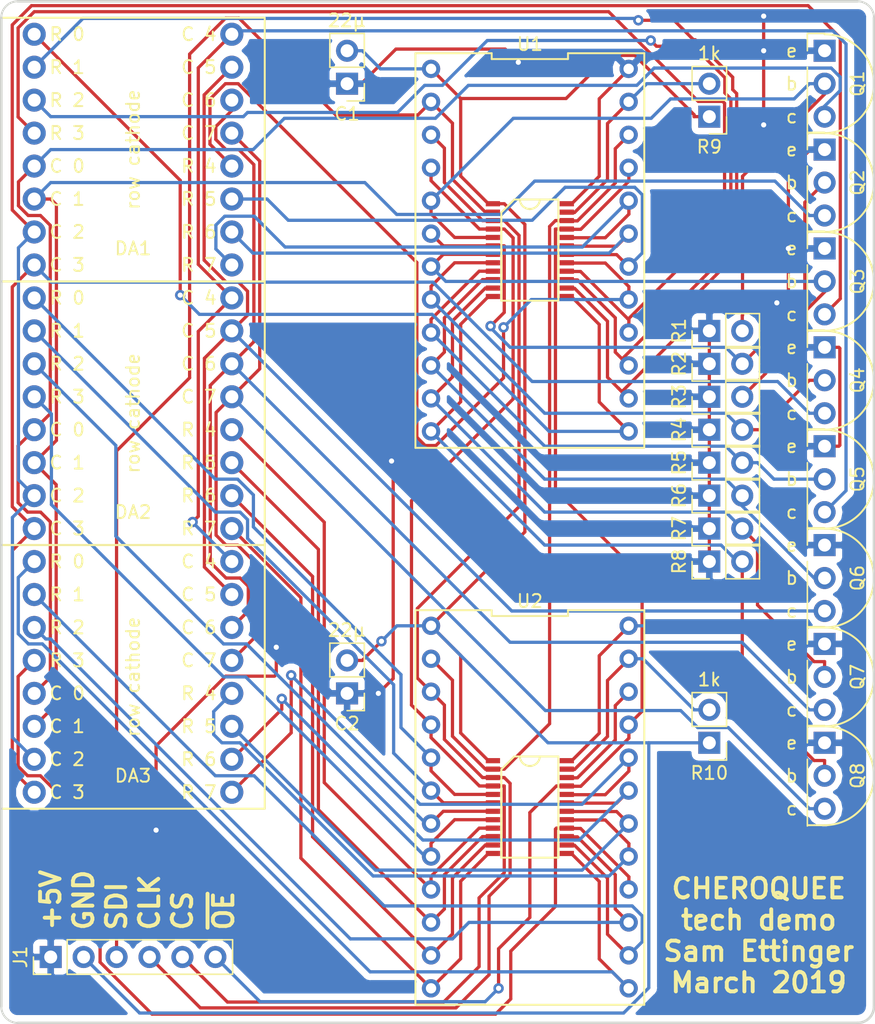
<source format=kicad_pcb>
(kicad_pcb (version 20171130) (host pcbnew "(5.0.2)-1")

  (general
    (thickness 1.6)
    (drawings 15)
    (tracks 780)
    (zones 0)
    (modules 26)
    (nets 51)
  )

  (page A4)
  (layers
    (0 F.Cu signal)
    (31 B.Cu signal)
    (32 B.Adhes user)
    (33 F.Adhes user)
    (34 B.Paste user)
    (35 F.Paste user)
    (36 B.SilkS user hide)
    (37 F.SilkS user hide)
    (38 B.Mask user)
    (39 F.Mask user)
    (40 Dwgs.User user)
    (41 Cmts.User user)
    (42 Eco1.User user)
    (43 Eco2.User user)
    (44 Edge.Cuts user)
    (45 Margin user)
    (46 B.CrtYd user hide)
    (47 F.CrtYd user hide)
    (48 B.Fab user hide)
    (49 F.Fab user hide)
  )

  (setup
    (last_trace_width 0.25)
    (trace_clearance 0.2)
    (zone_clearance 0.508)
    (zone_45_only no)
    (trace_min 0.2)
    (segment_width 0.2)
    (edge_width 0.15)
    (via_size 0.8)
    (via_drill 0.4)
    (via_min_size 0.4)
    (via_min_drill 0.3)
    (uvia_size 0.3)
    (uvia_drill 0.1)
    (uvias_allowed no)
    (uvia_min_size 0.2)
    (uvia_min_drill 0.1)
    (pcb_text_width 0.3)
    (pcb_text_size 1.5 1.5)
    (mod_edge_width 0.15)
    (mod_text_size 1 1)
    (mod_text_width 0.15)
    (pad_size 1.778 1.778)
    (pad_drill 1)
    (pad_to_mask_clearance 0.051)
    (solder_mask_min_width 0.25)
    (aux_axis_origin 0 0)
    (visible_elements 7FFFFFFF)
    (pcbplotparams
      (layerselection 0x010f0_ffffffff)
      (usegerberextensions false)
      (usegerberattributes false)
      (usegerberadvancedattributes false)
      (creategerberjobfile false)
      (excludeedgelayer true)
      (linewidth 0.100000)
      (plotframeref false)
      (viasonmask false)
      (mode 1)
      (useauxorigin false)
      (hpglpennumber 1)
      (hpglpenspeed 20)
      (hpglpendiameter 15.000000)
      (psnegative false)
      (psa4output false)
      (plotreference true)
      (plotvalue true)
      (plotinvisibletext false)
      (padsonsilk false)
      (subtractmaskfromsilk false)
      (outputformat 1)
      (mirror false)
      (drillshape 0)
      (scaleselection 1)
      (outputdirectory "gerbs/"))
  )

  (net 0 "")
  (net 1 +5V)
  (net 2 GNDREF)
  (net 3 C4)
  (net 4 C5)
  (net 5 C6)
  (net 6 C7)
  (net 7 R4)
  (net 8 R5)
  (net 9 R6)
  (net 10 R7)
  (net 11 C3)
  (net 12 C2)
  (net 13 C1)
  (net 14 C0)
  (net 15 R3)
  (net 16 R2)
  (net 17 R1)
  (net 18 R0)
  (net 19 R8)
  (net 20 R9)
  (net 21 RA)
  (net 22 RB)
  (net 23 RF)
  (net 24 RE)
  (net 25 RD)
  (net 26 RC)
  (net 27 R10)
  (net 28 R11)
  (net 29 R12)
  (net 30 R13)
  (net 31 R17)
  (net 32 R16)
  (net 33 R15)
  (net 34 R14)
  (net 35 ST)
  (net 36 CLK)
  (net 37 SDI)
  (net 38 en_C0)
  (net 39 en_C1)
  (net 40 en_C2)
  (net 41 en_C3)
  (net 42 en_C4)
  (net 43 en_C5)
  (net 44 en_C6)
  (net 45 en_C7)
  (net 46 "Net-(R9-Pad2)")
  (net 47 "Net-(R10-Pad2)")
  (net 48 SDO_1)
  (net 49 SDO_2)
  (net 50 ~OE)

  (net_class Default "This is the default net class."
    (clearance 0.2)
    (trace_width 0.25)
    (via_dia 0.8)
    (via_drill 0.4)
    (uvia_dia 0.3)
    (uvia_drill 0.1)
    (add_net +5V)
    (add_net C0)
    (add_net C1)
    (add_net C2)
    (add_net C3)
    (add_net C4)
    (add_net C5)
    (add_net C6)
    (add_net C7)
    (add_net CLK)
    (add_net GNDREF)
    (add_net "Net-(R10-Pad2)")
    (add_net "Net-(R9-Pad2)")
    (add_net R0)
    (add_net R1)
    (add_net R10)
    (add_net R11)
    (add_net R12)
    (add_net R13)
    (add_net R14)
    (add_net R15)
    (add_net R16)
    (add_net R17)
    (add_net R2)
    (add_net R3)
    (add_net R4)
    (add_net R5)
    (add_net R6)
    (add_net R7)
    (add_net R8)
    (add_net R9)
    (add_net RA)
    (add_net RB)
    (add_net RC)
    (add_net RD)
    (add_net RE)
    (add_net RF)
    (add_net SDI)
    (add_net SDO_1)
    (add_net SDO_2)
    (add_net ST)
    (add_net en_C0)
    (add_net en_C1)
    (add_net en_C2)
    (add_net en_C3)
    (add_net en_C4)
    (add_net en_C5)
    (add_net en_C6)
    (add_net en_C7)
    (add_net ~OE)
  )

  (module cheroquee:8x8_LED (layer F.Cu) (tedit 5A662833) (tstamp 5C893340)
    (at 35.56 50.8)
    (path /5C87F5AF)
    (fp_text reference DA1 (at 0 7.62) (layer F.SilkS)
      (effects (font (size 1 1) (thickness 0.15)))
    )
    (fp_text value LED_8x8_ROW_CATHODE (at 0 -8.89) (layer F.Fab)
      (effects (font (size 1 1) (thickness 0.15)))
    )
    (fp_text user "R 0" (at -5.08 -8.89) (layer F.SilkS)
      (effects (font (size 1 1) (thickness 0.15)))
    )
    (fp_text user "R 1" (at -5.08 -6.35) (layer F.SilkS)
      (effects (font (size 1 1) (thickness 0.15)))
    )
    (fp_text user "R 2" (at -5.08 -3.81) (layer F.SilkS)
      (effects (font (size 1 1) (thickness 0.15)))
    )
    (fp_text user "R 3" (at -5.08 -1.27) (layer F.SilkS)
      (effects (font (size 1 1) (thickness 0.15)))
    )
    (fp_text user "C 0" (at -5.08 1.27) (layer F.SilkS)
      (effects (font (size 1 1) (thickness 0.15)))
    )
    (fp_text user "C 1" (at -5.08 3.81) (layer F.SilkS)
      (effects (font (size 1 1) (thickness 0.15)))
    )
    (fp_text user "C 2" (at -5.08 6.35) (layer F.SilkS)
      (effects (font (size 1 1) (thickness 0.15)))
    )
    (fp_text user "C 3" (at -5.08 8.89) (layer F.SilkS)
      (effects (font (size 1 1) (thickness 0.15)))
    )
    (fp_text user "R 4" (at 5.08 1.27) (layer F.SilkS)
      (effects (font (size 1 1) (thickness 0.15)))
    )
    (fp_text user "R 5" (at 5.08 3.81) (layer F.SilkS)
      (effects (font (size 1 1) (thickness 0.15)))
    )
    (fp_text user "R 6" (at 5.08 6.35) (layer F.SilkS)
      (effects (font (size 1 1) (thickness 0.15)))
    )
    (fp_text user "R 7" (at 5.08 8.89) (layer F.SilkS)
      (effects (font (size 1 1) (thickness 0.15)))
    )
    (fp_text user "C 4" (at 5.08 -8.89) (layer F.SilkS)
      (effects (font (size 1 1) (thickness 0.15)))
    )
    (fp_text user "C 5" (at 5.08 -6.35) (layer F.SilkS)
      (effects (font (size 1 1) (thickness 0.15)))
    )
    (fp_text user "C 6" (at 5.08 -3.81) (layer F.SilkS)
      (effects (font (size 1 1) (thickness 0.15)))
    )
    (fp_text user "C 7" (at 5.08 -1.27) (layer F.SilkS)
      (effects (font (size 1 1) (thickness 0.15)))
    )
    (fp_text user "row cathode" (at 0 0 90) (layer F.SilkS)
      (effects (font (size 1 1) (thickness 0.15)))
    )
    (fp_line (start -10.16 10.16) (end -10.16 -10.16) (layer F.SilkS) (width 0.1524))
    (fp_line (start 10.16 10.16) (end -10.16 10.16) (layer F.SilkS) (width 0.1524))
    (fp_line (start 10.16 -10.16) (end 10.16 10.16) (layer F.SilkS) (width 0.1524))
    (fp_line (start -10.16 -10.16) (end 10.16 -10.16) (layer F.SilkS) (width 0.1524))
    (pad 16 thru_hole circle (at 7.62 -8.89) (size 1.778 1.778) (drill 1) (layers *.Cu *.Mask)
      (net 3 C4))
    (pad 15 thru_hole circle (at 7.62 -6.35) (size 1.778 1.778) (drill 1) (layers *.Cu *.Mask)
      (net 4 C5))
    (pad 14 thru_hole circle (at 7.62 -3.81) (size 1.778 1.778) (drill 1) (layers *.Cu *.Mask)
      (net 5 C6))
    (pad 13 thru_hole circle (at 7.62 -1.27) (size 1.778 1.778) (drill 1) (layers *.Cu *.Mask)
      (net 6 C7))
    (pad 12 thru_hole circle (at 7.62 1.27) (size 1.778 1.778) (drill 1) (layers *.Cu *.Mask)
      (net 7 R4))
    (pad 11 thru_hole circle (at 7.62 3.81) (size 1.778 1.778) (drill 1) (layers *.Cu *.Mask)
      (net 8 R5))
    (pad 10 thru_hole circle (at 7.62 6.35) (size 1.778 1.778) (drill 1) (layers *.Cu *.Mask)
      (net 9 R6))
    (pad 9 thru_hole circle (at 7.62 8.89) (size 1.778 1.778) (drill 1) (layers *.Cu *.Mask)
      (net 10 R7))
    (pad 8 thru_hole circle (at -7.62 8.89) (size 1.778 1.778) (drill 1) (layers *.Cu *.Mask)
      (net 11 C3))
    (pad 7 thru_hole circle (at -7.62 6.35) (size 1.778 1.778) (drill 1) (layers *.Cu *.Mask)
      (net 12 C2))
    (pad 6 thru_hole circle (at -7.62 3.81) (size 1.778 1.778) (drill 1) (layers *.Cu *.Mask)
      (net 13 C1))
    (pad 5 thru_hole circle (at -7.62 1.27) (size 1.778 1.778) (drill 1) (layers *.Cu *.Mask)
      (net 14 C0))
    (pad 4 thru_hole circle (at -7.62 -1.27) (size 1.778 1.778) (drill 1) (layers *.Cu *.Mask)
      (net 15 R3))
    (pad 3 thru_hole circle (at -7.62 -3.81) (size 1.778 1.778) (drill 1) (layers *.Cu *.Mask)
      (net 16 R2))
    (pad 2 thru_hole circle (at -7.62 -6.35) (size 1.778 1.778) (drill 1) (layers *.Cu *.Mask)
      (net 17 R1))
    (pad 1 thru_hole circle (at -7.62 -8.89) (size 1.778 1.778) (drill 1) (layers *.Cu *.Mask)
      (net 18 R0))
  )

  (module cheroquee:8x8_LED (layer F.Cu) (tedit 5C88A631) (tstamp 5C893F09)
    (at 35.56 91.44)
    (path /5C885CBD)
    (fp_text reference DA3 (at 0 7.62) (layer F.SilkS)
      (effects (font (size 1 1) (thickness 0.15)))
    )
    (fp_text value LED_8x8_ROW_CATHODE (at 0 -8.89) (layer F.Fab)
      (effects (font (size 1 1) (thickness 0.15)))
    )
    (fp_line (start -10.16 -10.16) (end 10.16 -10.16) (layer F.SilkS) (width 0.1524))
    (fp_line (start 10.16 -10.16) (end 10.16 10.16) (layer F.SilkS) (width 0.1524))
    (fp_line (start 10.16 10.16) (end -10.16 10.16) (layer F.SilkS) (width 0.1524))
    (fp_line (start -10.16 10.16) (end -10.16 -10.16) (layer F.SilkS) (width 0.1524))
    (fp_text user "row cathode" (at 0 0 90) (layer F.SilkS)
      (effects (font (size 1 1) (thickness 0.15)))
    )
    (fp_text user "C 7" (at 5.08 -1.27) (layer F.SilkS)
      (effects (font (size 1 1) (thickness 0.15)))
    )
    (fp_text user "C 6" (at 5.08 -3.81) (layer F.SilkS)
      (effects (font (size 1 1) (thickness 0.15)))
    )
    (fp_text user "C 5" (at 5.08 -6.35) (layer F.SilkS)
      (effects (font (size 1 1) (thickness 0.15)))
    )
    (fp_text user "C 4" (at 5.08 -8.89) (layer F.SilkS)
      (effects (font (size 1 1) (thickness 0.15)))
    )
    (fp_text user "R 7" (at 5.08 8.89) (layer F.SilkS)
      (effects (font (size 1 1) (thickness 0.15)))
    )
    (fp_text user "R 6" (at 5.08 6.35) (layer F.SilkS)
      (effects (font (size 1 1) (thickness 0.15)))
    )
    (fp_text user "R 5" (at 5.08 3.81) (layer F.SilkS)
      (effects (font (size 1 1) (thickness 0.15)))
    )
    (fp_text user "R 4" (at 5.08 1.27) (layer F.SilkS)
      (effects (font (size 1 1) (thickness 0.15)))
    )
    (fp_text user "C 3" (at -5.08 8.89) (layer F.SilkS)
      (effects (font (size 1 1) (thickness 0.15)))
    )
    (fp_text user "C 2" (at -5.08 6.35) (layer F.SilkS)
      (effects (font (size 1 1) (thickness 0.15)))
    )
    (fp_text user "C 1" (at -5.08 3.81) (layer F.SilkS)
      (effects (font (size 1 1) (thickness 0.15)))
    )
    (fp_text user "C 0" (at -5.08 1.27) (layer F.SilkS)
      (effects (font (size 1 1) (thickness 0.15)))
    )
    (fp_text user "R 3" (at -5.08 -1.27) (layer F.SilkS)
      (effects (font (size 1 1) (thickness 0.15)))
    )
    (fp_text user "R 2" (at -5.08 -3.81) (layer F.SilkS)
      (effects (font (size 1 1) (thickness 0.15)))
    )
    (fp_text user "R 1" (at -5.08 -6.35) (layer F.SilkS)
      (effects (font (size 1 1) (thickness 0.15)))
    )
    (fp_text user "R 0" (at -5.08 -8.89) (layer F.SilkS)
      (effects (font (size 1 1) (thickness 0.15)))
    )
    (pad 1 thru_hole circle (at -7.62 -8.89) (size 1.778 1.778) (drill 1) (layers *.Cu *.Mask)
      (net 27 R10))
    (pad 2 thru_hole circle (at -7.62 -6.35) (size 1.778 1.778) (drill 1) (layers *.Cu *.Mask)
      (net 28 R11))
    (pad 3 thru_hole circle (at -7.62 -3.81) (size 1.778 1.778) (drill 1) (layers *.Cu *.Mask)
      (net 29 R12))
    (pad 4 thru_hole circle (at -7.62 -1.27) (size 1.778 1.778) (drill 1) (layers *.Cu *.Mask)
      (net 30 R13))
    (pad 5 thru_hole circle (at -7.62 1.27) (size 1.778 1.778) (drill 1) (layers *.Cu *.Mask)
      (net 14 C0))
    (pad 6 thru_hole circle (at -7.62 3.81) (size 1.778 1.778) (drill 1) (layers *.Cu *.Mask)
      (net 13 C1))
    (pad 7 thru_hole circle (at -7.62 6.35) (size 1.778 1.778) (drill 1) (layers *.Cu *.Mask)
      (net 12 C2))
    (pad 8 thru_hole circle (at -7.62 8.89) (size 1.778 1.778) (drill 1) (layers *.Cu *.Mask)
      (net 11 C3))
    (pad 9 thru_hole circle (at 7.62 8.89) (size 1.778 1.778) (drill 1) (layers *.Cu *.Mask)
      (net 31 R17))
    (pad 10 thru_hole circle (at 7.62 6.35) (size 1.778 1.778) (drill 1) (layers *.Cu *.Mask)
      (net 32 R16))
    (pad 11 thru_hole circle (at 7.62 3.81) (size 1.778 1.778) (drill 1) (layers *.Cu *.Mask)
      (net 33 R15))
    (pad 12 thru_hole circle (at 7.62 1.27) (size 1.778 1.778) (drill 1) (layers *.Cu *.Mask)
      (net 34 R14))
    (pad 13 thru_hole circle (at 7.62 -1.27) (size 1.778 1.778) (drill 1) (layers *.Cu *.Mask)
      (net 6 C7))
    (pad 14 thru_hole circle (at 7.62 -3.81) (size 1.778 1.778) (drill 1) (layers *.Cu *.Mask)
      (net 5 C6))
    (pad 15 thru_hole circle (at 7.62 -6.35) (size 1.778 1.778) (drill 1) (layers *.Cu *.Mask)
      (net 4 C5))
    (pad 16 thru_hole circle (at 7.62 -8.89) (size 1.778 1.778) (drill 1) (layers *.Cu *.Mask)
      (net 3 C4))
  )

  (module Pin_Headers:Pin_Header_Straight_1x02_Pitch2.54mm (layer F.Cu) (tedit 5C889C70) (tstamp 5C893301)
    (at 52.07 45.72 180)
    (descr "Through hole straight pin header, 1x02, 2.54mm pitch, single row")
    (tags "Through hole pin header THT 1x02 2.54mm single row")
    (path /5C8D4D17)
    (fp_text reference C1 (at 0 -2.33 180) (layer F.SilkS)
      (effects (font (size 1 1) (thickness 0.15)))
    )
    (fp_text value 22μ (at 0 4.87 180) (layer F.SilkS)
      (effects (font (size 1 1) (thickness 0.15)))
    )
    (fp_line (start -0.635 -1.27) (end 1.27 -1.27) (layer F.Fab) (width 0.1))
    (fp_line (start 1.27 -1.27) (end 1.27 3.81) (layer F.Fab) (width 0.1))
    (fp_line (start 1.27 3.81) (end -1.27 3.81) (layer F.Fab) (width 0.1))
    (fp_line (start -1.27 3.81) (end -1.27 -0.635) (layer F.Fab) (width 0.1))
    (fp_line (start -1.27 -0.635) (end -0.635 -1.27) (layer F.Fab) (width 0.1))
    (fp_line (start -1.33 3.87) (end 1.33 3.87) (layer F.SilkS) (width 0.12))
    (fp_line (start -1.33 1.27) (end -1.33 3.87) (layer F.SilkS) (width 0.12))
    (fp_line (start 1.33 1.27) (end 1.33 3.87) (layer F.SilkS) (width 0.12))
    (fp_line (start -1.33 1.27) (end 1.33 1.27) (layer F.SilkS) (width 0.12))
    (fp_line (start -1.33 0) (end -1.33 -1.33) (layer F.SilkS) (width 0.12))
    (fp_line (start -1.33 -1.33) (end 0 -1.33) (layer F.SilkS) (width 0.12))
    (fp_line (start -1.8 -1.8) (end -1.8 4.35) (layer F.CrtYd) (width 0.05))
    (fp_line (start -1.8 4.35) (end 1.8 4.35) (layer F.CrtYd) (width 0.05))
    (fp_line (start 1.8 4.35) (end 1.8 -1.8) (layer F.CrtYd) (width 0.05))
    (fp_line (start 1.8 -1.8) (end -1.8 -1.8) (layer F.CrtYd) (width 0.05))
    (fp_text user %R (at 0 1.27 -90) (layer F.Fab)
      (effects (font (size 1 1) (thickness 0.15)))
    )
    (pad 1 thru_hole rect (at 0 0 180) (size 1.7 1.7) (drill 1) (layers *.Cu *.Mask)
      (net 1 +5V))
    (pad 2 thru_hole oval (at 0 2.54 180) (size 1.7 1.7) (drill 1) (layers *.Cu *.Mask)
      (net 2 GNDREF))
    (model ${KISYS3DMOD}/Pin_Headers.3dshapes/Pin_Header_Straight_1x02_Pitch2.54mm.wrl
      (at (xyz 0 0 0))
      (scale (xyz 1 1 1))
      (rotate (xyz 0 0 0))
    )
  )

  (module Pin_Headers:Pin_Header_Straight_1x02_Pitch2.54mm (layer F.Cu) (tedit 5C889CA2) (tstamp 5C893317)
    (at 52.07 92.71 180)
    (descr "Through hole straight pin header, 1x02, 2.54mm pitch, single row")
    (tags "Through hole pin header THT 1x02 2.54mm single row")
    (path /5C8DC0DA)
    (fp_text reference C2 (at 0 -2.33 180) (layer F.SilkS)
      (effects (font (size 1 1) (thickness 0.15)))
    )
    (fp_text value 22μ (at 0 4.87 180) (layer F.SilkS)
      (effects (font (size 1 1) (thickness 0.15)))
    )
    (fp_text user %R (at 0 1.27 -90) (layer F.Fab)
      (effects (font (size 1 1) (thickness 0.15)))
    )
    (fp_line (start 1.8 -1.8) (end -1.8 -1.8) (layer F.CrtYd) (width 0.05))
    (fp_line (start 1.8 4.35) (end 1.8 -1.8) (layer F.CrtYd) (width 0.05))
    (fp_line (start -1.8 4.35) (end 1.8 4.35) (layer F.CrtYd) (width 0.05))
    (fp_line (start -1.8 -1.8) (end -1.8 4.35) (layer F.CrtYd) (width 0.05))
    (fp_line (start -1.33 -1.33) (end 0 -1.33) (layer F.SilkS) (width 0.12))
    (fp_line (start -1.33 0) (end -1.33 -1.33) (layer F.SilkS) (width 0.12))
    (fp_line (start -1.33 1.27) (end 1.33 1.27) (layer F.SilkS) (width 0.12))
    (fp_line (start 1.33 1.27) (end 1.33 3.87) (layer F.SilkS) (width 0.12))
    (fp_line (start -1.33 1.27) (end -1.33 3.87) (layer F.SilkS) (width 0.12))
    (fp_line (start -1.33 3.87) (end 1.33 3.87) (layer F.SilkS) (width 0.12))
    (fp_line (start -1.27 -0.635) (end -0.635 -1.27) (layer F.Fab) (width 0.1))
    (fp_line (start -1.27 3.81) (end -1.27 -0.635) (layer F.Fab) (width 0.1))
    (fp_line (start 1.27 3.81) (end -1.27 3.81) (layer F.Fab) (width 0.1))
    (fp_line (start 1.27 -1.27) (end 1.27 3.81) (layer F.Fab) (width 0.1))
    (fp_line (start -0.635 -1.27) (end 1.27 -1.27) (layer F.Fab) (width 0.1))
    (pad 2 thru_hole oval (at 0 2.54 180) (size 1.7 1.7) (drill 1) (layers *.Cu *.Mask)
      (net 2 GNDREF))
    (pad 1 thru_hole rect (at 0 0 180) (size 1.7 1.7) (drill 1) (layers *.Cu *.Mask)
      (net 1 +5V))
    (model ${KISYS3DMOD}/Pin_Headers.3dshapes/Pin_Header_Straight_1x02_Pitch2.54mm.wrl
      (at (xyz 0 0 0))
      (scale (xyz 1 1 1))
      (rotate (xyz 0 0 0))
    )
  )

  (module cheroquee:8x8_LED (layer F.Cu) (tedit 5A662833) (tstamp 5C893369)
    (at 35.56 71.12)
    (path /5C87F6A9)
    (fp_text reference DA2 (at 0 7.62) (layer F.SilkS)
      (effects (font (size 1 1) (thickness 0.15)))
    )
    (fp_text value LED_8x8_ROW_CATHODE (at 0 -8.89) (layer F.Fab)
      (effects (font (size 1 1) (thickness 0.15)))
    )
    (fp_line (start -10.16 -10.16) (end 10.16 -10.16) (layer F.SilkS) (width 0.1524))
    (fp_line (start 10.16 -10.16) (end 10.16 10.16) (layer F.SilkS) (width 0.1524))
    (fp_line (start 10.16 10.16) (end -10.16 10.16) (layer F.SilkS) (width 0.1524))
    (fp_line (start -10.16 10.16) (end -10.16 -10.16) (layer F.SilkS) (width 0.1524))
    (fp_text user "row cathode" (at 0 0 90) (layer F.SilkS)
      (effects (font (size 1 1) (thickness 0.15)))
    )
    (fp_text user "C 7" (at 5.08 -1.27) (layer F.SilkS)
      (effects (font (size 1 1) (thickness 0.15)))
    )
    (fp_text user "C 6" (at 5.08 -3.81) (layer F.SilkS)
      (effects (font (size 1 1) (thickness 0.15)))
    )
    (fp_text user "C 5" (at 5.08 -6.35) (layer F.SilkS)
      (effects (font (size 1 1) (thickness 0.15)))
    )
    (fp_text user "C 4" (at 5.08 -8.89) (layer F.SilkS)
      (effects (font (size 1 1) (thickness 0.15)))
    )
    (fp_text user "R 7" (at 5.08 8.89) (layer F.SilkS)
      (effects (font (size 1 1) (thickness 0.15)))
    )
    (fp_text user "R 6" (at 5.08 6.35) (layer F.SilkS)
      (effects (font (size 1 1) (thickness 0.15)))
    )
    (fp_text user "R 5" (at 5.08 3.81) (layer F.SilkS)
      (effects (font (size 1 1) (thickness 0.15)))
    )
    (fp_text user "R 4" (at 5.08 1.27) (layer F.SilkS)
      (effects (font (size 1 1) (thickness 0.15)))
    )
    (fp_text user "C 3" (at -5.08 8.89) (layer F.SilkS)
      (effects (font (size 1 1) (thickness 0.15)))
    )
    (fp_text user "C 2" (at -5.08 6.35) (layer F.SilkS)
      (effects (font (size 1 1) (thickness 0.15)))
    )
    (fp_text user "C 1" (at -5.08 3.81) (layer F.SilkS)
      (effects (font (size 1 1) (thickness 0.15)))
    )
    (fp_text user "C 0" (at -5.08 1.27) (layer F.SilkS)
      (effects (font (size 1 1) (thickness 0.15)))
    )
    (fp_text user "R 3" (at -5.08 -1.27) (layer F.SilkS)
      (effects (font (size 1 1) (thickness 0.15)))
    )
    (fp_text user "R 2" (at -5.08 -3.81) (layer F.SilkS)
      (effects (font (size 1 1) (thickness 0.15)))
    )
    (fp_text user "R 1" (at -5.08 -6.35) (layer F.SilkS)
      (effects (font (size 1 1) (thickness 0.15)))
    )
    (fp_text user "R 0" (at -5.08 -8.89) (layer F.SilkS)
      (effects (font (size 1 1) (thickness 0.15)))
    )
    (pad 1 thru_hole circle (at -7.62 -8.89) (size 1.778 1.778) (drill 1) (layers *.Cu *.Mask)
      (net 19 R8))
    (pad 2 thru_hole circle (at -7.62 -6.35) (size 1.778 1.778) (drill 1) (layers *.Cu *.Mask)
      (net 20 R9))
    (pad 3 thru_hole circle (at -7.62 -3.81) (size 1.778 1.778) (drill 1) (layers *.Cu *.Mask)
      (net 21 RA))
    (pad 4 thru_hole circle (at -7.62 -1.27) (size 1.778 1.778) (drill 1) (layers *.Cu *.Mask)
      (net 22 RB))
    (pad 5 thru_hole circle (at -7.62 1.27) (size 1.778 1.778) (drill 1) (layers *.Cu *.Mask)
      (net 14 C0))
    (pad 6 thru_hole circle (at -7.62 3.81) (size 1.778 1.778) (drill 1) (layers *.Cu *.Mask)
      (net 13 C1))
    (pad 7 thru_hole circle (at -7.62 6.35) (size 1.778 1.778) (drill 1) (layers *.Cu *.Mask)
      (net 12 C2))
    (pad 8 thru_hole circle (at -7.62 8.89) (size 1.778 1.778) (drill 1) (layers *.Cu *.Mask)
      (net 11 C3))
    (pad 9 thru_hole circle (at 7.62 8.89) (size 1.778 1.778) (drill 1) (layers *.Cu *.Mask)
      (net 23 RF))
    (pad 10 thru_hole circle (at 7.62 6.35) (size 1.778 1.778) (drill 1) (layers *.Cu *.Mask)
      (net 24 RE))
    (pad 11 thru_hole circle (at 7.62 3.81) (size 1.778 1.778) (drill 1) (layers *.Cu *.Mask)
      (net 25 RD))
    (pad 12 thru_hole circle (at 7.62 1.27) (size 1.778 1.778) (drill 1) (layers *.Cu *.Mask)
      (net 26 RC))
    (pad 13 thru_hole circle (at 7.62 -1.27) (size 1.778 1.778) (drill 1) (layers *.Cu *.Mask)
      (net 6 C7))
    (pad 14 thru_hole circle (at 7.62 -3.81) (size 1.778 1.778) (drill 1) (layers *.Cu *.Mask)
      (net 5 C6))
    (pad 15 thru_hole circle (at 7.62 -6.35) (size 1.778 1.778) (drill 1) (layers *.Cu *.Mask)
      (net 4 C5))
    (pad 16 thru_hole circle (at 7.62 -8.89) (size 1.778 1.778) (drill 1) (layers *.Cu *.Mask)
      (net 3 C4))
  )

  (module Pin_Headers:Pin_Header_Straight_1x02_Pitch2.54mm (layer F.Cu) (tedit 59650532) (tstamp 5C893480)
    (at 80.01 64.77 90)
    (descr "Through hole straight pin header, 1x02, 2.54mm pitch, single row")
    (tags "Through hole pin header THT 1x02 2.54mm single row")
    (path /5C880444)
    (fp_text reference R1 (at 0 -2.33 90) (layer F.SilkS)
      (effects (font (size 1 1) (thickness 0.15)))
    )
    (fp_text value 20k (at 0 4.87 90) (layer F.Fab)
      (effects (font (size 1 1) (thickness 0.15)))
    )
    (fp_line (start -0.635 -1.27) (end 1.27 -1.27) (layer F.Fab) (width 0.1))
    (fp_line (start 1.27 -1.27) (end 1.27 3.81) (layer F.Fab) (width 0.1))
    (fp_line (start 1.27 3.81) (end -1.27 3.81) (layer F.Fab) (width 0.1))
    (fp_line (start -1.27 3.81) (end -1.27 -0.635) (layer F.Fab) (width 0.1))
    (fp_line (start -1.27 -0.635) (end -0.635 -1.27) (layer F.Fab) (width 0.1))
    (fp_line (start -1.33 3.87) (end 1.33 3.87) (layer F.SilkS) (width 0.12))
    (fp_line (start -1.33 1.27) (end -1.33 3.87) (layer F.SilkS) (width 0.12))
    (fp_line (start 1.33 1.27) (end 1.33 3.87) (layer F.SilkS) (width 0.12))
    (fp_line (start -1.33 1.27) (end 1.33 1.27) (layer F.SilkS) (width 0.12))
    (fp_line (start -1.33 0) (end -1.33 -1.33) (layer F.SilkS) (width 0.12))
    (fp_line (start -1.33 -1.33) (end 0 -1.33) (layer F.SilkS) (width 0.12))
    (fp_line (start -1.8 -1.8) (end -1.8 4.35) (layer F.CrtYd) (width 0.05))
    (fp_line (start -1.8 4.35) (end 1.8 4.35) (layer F.CrtYd) (width 0.05))
    (fp_line (start 1.8 4.35) (end 1.8 -1.8) (layer F.CrtYd) (width 0.05))
    (fp_line (start 1.8 -1.8) (end -1.8 -1.8) (layer F.CrtYd) (width 0.05))
    (fp_text user %R (at 0 1.27 180) (layer F.Fab)
      (effects (font (size 1 1) (thickness 0.15)))
    )
    (pad 1 thru_hole rect (at 0 0 90) (size 1.7 1.7) (drill 1) (layers *.Cu *.Mask)
      (net 1 +5V))
    (pad 2 thru_hole oval (at 0 2.54 90) (size 1.7 1.7) (drill 1) (layers *.Cu *.Mask)
      (net 38 en_C0))
    (model ${KISYS3DMOD}/Pin_Headers.3dshapes/Pin_Header_Straight_1x02_Pitch2.54mm.wrl
      (at (xyz 0 0 0))
      (scale (xyz 1 1 1))
      (rotate (xyz 0 0 0))
    )
  )

  (module Pin_Headers:Pin_Header_Straight_1x02_Pitch2.54mm (layer F.Cu) (tedit 59650532) (tstamp 5C893496)
    (at 80.01 67.31 90)
    (descr "Through hole straight pin header, 1x02, 2.54mm pitch, single row")
    (tags "Through hole pin header THT 1x02 2.54mm single row")
    (path /5C8803F6)
    (fp_text reference R2 (at 0 -2.33 90) (layer F.SilkS)
      (effects (font (size 1 1) (thickness 0.15)))
    )
    (fp_text value 20k (at 0 4.87 90) (layer F.Fab)
      (effects (font (size 1 1) (thickness 0.15)))
    )
    (fp_text user %R (at 0 1.27 180) (layer F.Fab)
      (effects (font (size 1 1) (thickness 0.15)))
    )
    (fp_line (start 1.8 -1.8) (end -1.8 -1.8) (layer F.CrtYd) (width 0.05))
    (fp_line (start 1.8 4.35) (end 1.8 -1.8) (layer F.CrtYd) (width 0.05))
    (fp_line (start -1.8 4.35) (end 1.8 4.35) (layer F.CrtYd) (width 0.05))
    (fp_line (start -1.8 -1.8) (end -1.8 4.35) (layer F.CrtYd) (width 0.05))
    (fp_line (start -1.33 -1.33) (end 0 -1.33) (layer F.SilkS) (width 0.12))
    (fp_line (start -1.33 0) (end -1.33 -1.33) (layer F.SilkS) (width 0.12))
    (fp_line (start -1.33 1.27) (end 1.33 1.27) (layer F.SilkS) (width 0.12))
    (fp_line (start 1.33 1.27) (end 1.33 3.87) (layer F.SilkS) (width 0.12))
    (fp_line (start -1.33 1.27) (end -1.33 3.87) (layer F.SilkS) (width 0.12))
    (fp_line (start -1.33 3.87) (end 1.33 3.87) (layer F.SilkS) (width 0.12))
    (fp_line (start -1.27 -0.635) (end -0.635 -1.27) (layer F.Fab) (width 0.1))
    (fp_line (start -1.27 3.81) (end -1.27 -0.635) (layer F.Fab) (width 0.1))
    (fp_line (start 1.27 3.81) (end -1.27 3.81) (layer F.Fab) (width 0.1))
    (fp_line (start 1.27 -1.27) (end 1.27 3.81) (layer F.Fab) (width 0.1))
    (fp_line (start -0.635 -1.27) (end 1.27 -1.27) (layer F.Fab) (width 0.1))
    (pad 2 thru_hole oval (at 0 2.54 90) (size 1.7 1.7) (drill 1) (layers *.Cu *.Mask)
      (net 39 en_C1))
    (pad 1 thru_hole rect (at 0 0 90) (size 1.7 1.7) (drill 1) (layers *.Cu *.Mask)
      (net 1 +5V))
    (model ${KISYS3DMOD}/Pin_Headers.3dshapes/Pin_Header_Straight_1x02_Pitch2.54mm.wrl
      (at (xyz 0 0 0))
      (scale (xyz 1 1 1))
      (rotate (xyz 0 0 0))
    )
  )

  (module Pin_Headers:Pin_Header_Straight_1x02_Pitch2.54mm (layer F.Cu) (tedit 59650532) (tstamp 5C8934AC)
    (at 80.01 69.85 90)
    (descr "Through hole straight pin header, 1x02, 2.54mm pitch, single row")
    (tags "Through hole pin header THT 1x02 2.54mm single row")
    (path /5C8803A0)
    (fp_text reference R3 (at 0 -2.33 90) (layer F.SilkS)
      (effects (font (size 1 1) (thickness 0.15)))
    )
    (fp_text value 20k (at 0 4.87 90) (layer F.Fab)
      (effects (font (size 1 1) (thickness 0.15)))
    )
    (fp_line (start -0.635 -1.27) (end 1.27 -1.27) (layer F.Fab) (width 0.1))
    (fp_line (start 1.27 -1.27) (end 1.27 3.81) (layer F.Fab) (width 0.1))
    (fp_line (start 1.27 3.81) (end -1.27 3.81) (layer F.Fab) (width 0.1))
    (fp_line (start -1.27 3.81) (end -1.27 -0.635) (layer F.Fab) (width 0.1))
    (fp_line (start -1.27 -0.635) (end -0.635 -1.27) (layer F.Fab) (width 0.1))
    (fp_line (start -1.33 3.87) (end 1.33 3.87) (layer F.SilkS) (width 0.12))
    (fp_line (start -1.33 1.27) (end -1.33 3.87) (layer F.SilkS) (width 0.12))
    (fp_line (start 1.33 1.27) (end 1.33 3.87) (layer F.SilkS) (width 0.12))
    (fp_line (start -1.33 1.27) (end 1.33 1.27) (layer F.SilkS) (width 0.12))
    (fp_line (start -1.33 0) (end -1.33 -1.33) (layer F.SilkS) (width 0.12))
    (fp_line (start -1.33 -1.33) (end 0 -1.33) (layer F.SilkS) (width 0.12))
    (fp_line (start -1.8 -1.8) (end -1.8 4.35) (layer F.CrtYd) (width 0.05))
    (fp_line (start -1.8 4.35) (end 1.8 4.35) (layer F.CrtYd) (width 0.05))
    (fp_line (start 1.8 4.35) (end 1.8 -1.8) (layer F.CrtYd) (width 0.05))
    (fp_line (start 1.8 -1.8) (end -1.8 -1.8) (layer F.CrtYd) (width 0.05))
    (fp_text user %R (at 0 1.27 180) (layer F.Fab)
      (effects (font (size 1 1) (thickness 0.15)))
    )
    (pad 1 thru_hole rect (at 0 0 90) (size 1.7 1.7) (drill 1) (layers *.Cu *.Mask)
      (net 1 +5V))
    (pad 2 thru_hole oval (at 0 2.54 90) (size 1.7 1.7) (drill 1) (layers *.Cu *.Mask)
      (net 40 en_C2))
    (model ${KISYS3DMOD}/Pin_Headers.3dshapes/Pin_Header_Straight_1x02_Pitch2.54mm.wrl
      (at (xyz 0 0 0))
      (scale (xyz 1 1 1))
      (rotate (xyz 0 0 0))
    )
  )

  (module Pin_Headers:Pin_Header_Straight_1x02_Pitch2.54mm (layer F.Cu) (tedit 59650532) (tstamp 5C8934C2)
    (at 80.01 72.39 90)
    (descr "Through hole straight pin header, 1x02, 2.54mm pitch, single row")
    (tags "Through hole pin header THT 1x02 2.54mm single row")
    (path /5C880344)
    (fp_text reference R4 (at 0 -2.33 90) (layer F.SilkS)
      (effects (font (size 1 1) (thickness 0.15)))
    )
    (fp_text value 20k (at 0 4.87 90) (layer F.Fab)
      (effects (font (size 1 1) (thickness 0.15)))
    )
    (fp_text user %R (at 0 1.27 180) (layer F.Fab)
      (effects (font (size 1 1) (thickness 0.15)))
    )
    (fp_line (start 1.8 -1.8) (end -1.8 -1.8) (layer F.CrtYd) (width 0.05))
    (fp_line (start 1.8 4.35) (end 1.8 -1.8) (layer F.CrtYd) (width 0.05))
    (fp_line (start -1.8 4.35) (end 1.8 4.35) (layer F.CrtYd) (width 0.05))
    (fp_line (start -1.8 -1.8) (end -1.8 4.35) (layer F.CrtYd) (width 0.05))
    (fp_line (start -1.33 -1.33) (end 0 -1.33) (layer F.SilkS) (width 0.12))
    (fp_line (start -1.33 0) (end -1.33 -1.33) (layer F.SilkS) (width 0.12))
    (fp_line (start -1.33 1.27) (end 1.33 1.27) (layer F.SilkS) (width 0.12))
    (fp_line (start 1.33 1.27) (end 1.33 3.87) (layer F.SilkS) (width 0.12))
    (fp_line (start -1.33 1.27) (end -1.33 3.87) (layer F.SilkS) (width 0.12))
    (fp_line (start -1.33 3.87) (end 1.33 3.87) (layer F.SilkS) (width 0.12))
    (fp_line (start -1.27 -0.635) (end -0.635 -1.27) (layer F.Fab) (width 0.1))
    (fp_line (start -1.27 3.81) (end -1.27 -0.635) (layer F.Fab) (width 0.1))
    (fp_line (start 1.27 3.81) (end -1.27 3.81) (layer F.Fab) (width 0.1))
    (fp_line (start 1.27 -1.27) (end 1.27 3.81) (layer F.Fab) (width 0.1))
    (fp_line (start -0.635 -1.27) (end 1.27 -1.27) (layer F.Fab) (width 0.1))
    (pad 2 thru_hole oval (at 0 2.54 90) (size 1.7 1.7) (drill 1) (layers *.Cu *.Mask)
      (net 41 en_C3))
    (pad 1 thru_hole rect (at 0 0 90) (size 1.7 1.7) (drill 1) (layers *.Cu *.Mask)
      (net 1 +5V))
    (model ${KISYS3DMOD}/Pin_Headers.3dshapes/Pin_Header_Straight_1x02_Pitch2.54mm.wrl
      (at (xyz 0 0 0))
      (scale (xyz 1 1 1))
      (rotate (xyz 0 0 0))
    )
  )

  (module Pin_Headers:Pin_Header_Straight_1x02_Pitch2.54mm (layer F.Cu) (tedit 59650532) (tstamp 5C8934D8)
    (at 80.01 74.93 90)
    (descr "Through hole straight pin header, 1x02, 2.54mm pitch, single row")
    (tags "Through hole pin header THT 1x02 2.54mm single row")
    (path /5C8802E8)
    (fp_text reference R5 (at 0 -2.33 90) (layer F.SilkS)
      (effects (font (size 1 1) (thickness 0.15)))
    )
    (fp_text value 20k (at 0 4.87 90) (layer F.Fab)
      (effects (font (size 1 1) (thickness 0.15)))
    )
    (fp_text user %R (at 0 1.27 180) (layer F.Fab)
      (effects (font (size 1 1) (thickness 0.15)))
    )
    (fp_line (start 1.8 -1.8) (end -1.8 -1.8) (layer F.CrtYd) (width 0.05))
    (fp_line (start 1.8 4.35) (end 1.8 -1.8) (layer F.CrtYd) (width 0.05))
    (fp_line (start -1.8 4.35) (end 1.8 4.35) (layer F.CrtYd) (width 0.05))
    (fp_line (start -1.8 -1.8) (end -1.8 4.35) (layer F.CrtYd) (width 0.05))
    (fp_line (start -1.33 -1.33) (end 0 -1.33) (layer F.SilkS) (width 0.12))
    (fp_line (start -1.33 0) (end -1.33 -1.33) (layer F.SilkS) (width 0.12))
    (fp_line (start -1.33 1.27) (end 1.33 1.27) (layer F.SilkS) (width 0.12))
    (fp_line (start 1.33 1.27) (end 1.33 3.87) (layer F.SilkS) (width 0.12))
    (fp_line (start -1.33 1.27) (end -1.33 3.87) (layer F.SilkS) (width 0.12))
    (fp_line (start -1.33 3.87) (end 1.33 3.87) (layer F.SilkS) (width 0.12))
    (fp_line (start -1.27 -0.635) (end -0.635 -1.27) (layer F.Fab) (width 0.1))
    (fp_line (start -1.27 3.81) (end -1.27 -0.635) (layer F.Fab) (width 0.1))
    (fp_line (start 1.27 3.81) (end -1.27 3.81) (layer F.Fab) (width 0.1))
    (fp_line (start 1.27 -1.27) (end 1.27 3.81) (layer F.Fab) (width 0.1))
    (fp_line (start -0.635 -1.27) (end 1.27 -1.27) (layer F.Fab) (width 0.1))
    (pad 2 thru_hole oval (at 0 2.54 90) (size 1.7 1.7) (drill 1) (layers *.Cu *.Mask)
      (net 42 en_C4))
    (pad 1 thru_hole rect (at 0 0 90) (size 1.7 1.7) (drill 1) (layers *.Cu *.Mask)
      (net 1 +5V))
    (model ${KISYS3DMOD}/Pin_Headers.3dshapes/Pin_Header_Straight_1x02_Pitch2.54mm.wrl
      (at (xyz 0 0 0))
      (scale (xyz 1 1 1))
      (rotate (xyz 0 0 0))
    )
  )

  (module Pin_Headers:Pin_Header_Straight_1x02_Pitch2.54mm (layer F.Cu) (tedit 59650532) (tstamp 5C8934EE)
    (at 80.01 77.47 90)
    (descr "Through hole straight pin header, 1x02, 2.54mm pitch, single row")
    (tags "Through hole pin header THT 1x02 2.54mm single row")
    (path /5C88028E)
    (fp_text reference R6 (at 0 -2.33 90) (layer F.SilkS)
      (effects (font (size 1 1) (thickness 0.15)))
    )
    (fp_text value 20k (at 0 4.87 90) (layer F.Fab)
      (effects (font (size 1 1) (thickness 0.15)))
    )
    (fp_line (start -0.635 -1.27) (end 1.27 -1.27) (layer F.Fab) (width 0.1))
    (fp_line (start 1.27 -1.27) (end 1.27 3.81) (layer F.Fab) (width 0.1))
    (fp_line (start 1.27 3.81) (end -1.27 3.81) (layer F.Fab) (width 0.1))
    (fp_line (start -1.27 3.81) (end -1.27 -0.635) (layer F.Fab) (width 0.1))
    (fp_line (start -1.27 -0.635) (end -0.635 -1.27) (layer F.Fab) (width 0.1))
    (fp_line (start -1.33 3.87) (end 1.33 3.87) (layer F.SilkS) (width 0.12))
    (fp_line (start -1.33 1.27) (end -1.33 3.87) (layer F.SilkS) (width 0.12))
    (fp_line (start 1.33 1.27) (end 1.33 3.87) (layer F.SilkS) (width 0.12))
    (fp_line (start -1.33 1.27) (end 1.33 1.27) (layer F.SilkS) (width 0.12))
    (fp_line (start -1.33 0) (end -1.33 -1.33) (layer F.SilkS) (width 0.12))
    (fp_line (start -1.33 -1.33) (end 0 -1.33) (layer F.SilkS) (width 0.12))
    (fp_line (start -1.8 -1.8) (end -1.8 4.35) (layer F.CrtYd) (width 0.05))
    (fp_line (start -1.8 4.35) (end 1.8 4.35) (layer F.CrtYd) (width 0.05))
    (fp_line (start 1.8 4.35) (end 1.8 -1.8) (layer F.CrtYd) (width 0.05))
    (fp_line (start 1.8 -1.8) (end -1.8 -1.8) (layer F.CrtYd) (width 0.05))
    (fp_text user %R (at 0 1.27 180) (layer F.Fab)
      (effects (font (size 1 1) (thickness 0.15)))
    )
    (pad 1 thru_hole rect (at 0 0 90) (size 1.7 1.7) (drill 1) (layers *.Cu *.Mask)
      (net 1 +5V))
    (pad 2 thru_hole oval (at 0 2.54 90) (size 1.7 1.7) (drill 1) (layers *.Cu *.Mask)
      (net 43 en_C5))
    (model ${KISYS3DMOD}/Pin_Headers.3dshapes/Pin_Header_Straight_1x02_Pitch2.54mm.wrl
      (at (xyz 0 0 0))
      (scale (xyz 1 1 1))
      (rotate (xyz 0 0 0))
    )
  )

  (module Pin_Headers:Pin_Header_Straight_1x02_Pitch2.54mm (layer F.Cu) (tedit 59650532) (tstamp 5C893504)
    (at 80.01 80.01 90)
    (descr "Through hole straight pin header, 1x02, 2.54mm pitch, single row")
    (tags "Through hole pin header THT 1x02 2.54mm single row")
    (path /5C880242)
    (fp_text reference R7 (at 0 -2.33 90) (layer F.SilkS)
      (effects (font (size 1 1) (thickness 0.15)))
    )
    (fp_text value 20k (at 0 4.87 90) (layer F.Fab)
      (effects (font (size 1 1) (thickness 0.15)))
    )
    (fp_text user %R (at 0 1.27 180) (layer F.Fab)
      (effects (font (size 1 1) (thickness 0.15)))
    )
    (fp_line (start 1.8 -1.8) (end -1.8 -1.8) (layer F.CrtYd) (width 0.05))
    (fp_line (start 1.8 4.35) (end 1.8 -1.8) (layer F.CrtYd) (width 0.05))
    (fp_line (start -1.8 4.35) (end 1.8 4.35) (layer F.CrtYd) (width 0.05))
    (fp_line (start -1.8 -1.8) (end -1.8 4.35) (layer F.CrtYd) (width 0.05))
    (fp_line (start -1.33 -1.33) (end 0 -1.33) (layer F.SilkS) (width 0.12))
    (fp_line (start -1.33 0) (end -1.33 -1.33) (layer F.SilkS) (width 0.12))
    (fp_line (start -1.33 1.27) (end 1.33 1.27) (layer F.SilkS) (width 0.12))
    (fp_line (start 1.33 1.27) (end 1.33 3.87) (layer F.SilkS) (width 0.12))
    (fp_line (start -1.33 1.27) (end -1.33 3.87) (layer F.SilkS) (width 0.12))
    (fp_line (start -1.33 3.87) (end 1.33 3.87) (layer F.SilkS) (width 0.12))
    (fp_line (start -1.27 -0.635) (end -0.635 -1.27) (layer F.Fab) (width 0.1))
    (fp_line (start -1.27 3.81) (end -1.27 -0.635) (layer F.Fab) (width 0.1))
    (fp_line (start 1.27 3.81) (end -1.27 3.81) (layer F.Fab) (width 0.1))
    (fp_line (start 1.27 -1.27) (end 1.27 3.81) (layer F.Fab) (width 0.1))
    (fp_line (start -0.635 -1.27) (end 1.27 -1.27) (layer F.Fab) (width 0.1))
    (pad 2 thru_hole oval (at 0 2.54 90) (size 1.7 1.7) (drill 1) (layers *.Cu *.Mask)
      (net 44 en_C6))
    (pad 1 thru_hole rect (at 0 0 90) (size 1.7 1.7) (drill 1) (layers *.Cu *.Mask)
      (net 1 +5V))
    (model ${KISYS3DMOD}/Pin_Headers.3dshapes/Pin_Header_Straight_1x02_Pitch2.54mm.wrl
      (at (xyz 0 0 0))
      (scale (xyz 1 1 1))
      (rotate (xyz 0 0 0))
    )
  )

  (module Pin_Headers:Pin_Header_Straight_1x02_Pitch2.54mm (layer F.Cu) (tedit 59650532) (tstamp 5C89351A)
    (at 80.01 82.55 90)
    (descr "Through hole straight pin header, 1x02, 2.54mm pitch, single row")
    (tags "Through hole pin header THT 1x02 2.54mm single row")
    (path /5C8801D4)
    (fp_text reference R8 (at 0 -2.33 90) (layer F.SilkS)
      (effects (font (size 1 1) (thickness 0.15)))
    )
    (fp_text value 20k (at 0 4.87 90) (layer F.Fab)
      (effects (font (size 1 1) (thickness 0.15)))
    )
    (fp_line (start -0.635 -1.27) (end 1.27 -1.27) (layer F.Fab) (width 0.1))
    (fp_line (start 1.27 -1.27) (end 1.27 3.81) (layer F.Fab) (width 0.1))
    (fp_line (start 1.27 3.81) (end -1.27 3.81) (layer F.Fab) (width 0.1))
    (fp_line (start -1.27 3.81) (end -1.27 -0.635) (layer F.Fab) (width 0.1))
    (fp_line (start -1.27 -0.635) (end -0.635 -1.27) (layer F.Fab) (width 0.1))
    (fp_line (start -1.33 3.87) (end 1.33 3.87) (layer F.SilkS) (width 0.12))
    (fp_line (start -1.33 1.27) (end -1.33 3.87) (layer F.SilkS) (width 0.12))
    (fp_line (start 1.33 1.27) (end 1.33 3.87) (layer F.SilkS) (width 0.12))
    (fp_line (start -1.33 1.27) (end 1.33 1.27) (layer F.SilkS) (width 0.12))
    (fp_line (start -1.33 0) (end -1.33 -1.33) (layer F.SilkS) (width 0.12))
    (fp_line (start -1.33 -1.33) (end 0 -1.33) (layer F.SilkS) (width 0.12))
    (fp_line (start -1.8 -1.8) (end -1.8 4.35) (layer F.CrtYd) (width 0.05))
    (fp_line (start -1.8 4.35) (end 1.8 4.35) (layer F.CrtYd) (width 0.05))
    (fp_line (start 1.8 4.35) (end 1.8 -1.8) (layer F.CrtYd) (width 0.05))
    (fp_line (start 1.8 -1.8) (end -1.8 -1.8) (layer F.CrtYd) (width 0.05))
    (fp_text user %R (at 0 1.27 180) (layer F.Fab)
      (effects (font (size 1 1) (thickness 0.15)))
    )
    (pad 1 thru_hole rect (at 0 0 90) (size 1.7 1.7) (drill 1) (layers *.Cu *.Mask)
      (net 1 +5V))
    (pad 2 thru_hole oval (at 0 2.54 90) (size 1.7 1.7) (drill 1) (layers *.Cu *.Mask)
      (net 45 en_C7))
    (model ${KISYS3DMOD}/Pin_Headers.3dshapes/Pin_Header_Straight_1x02_Pitch2.54mm.wrl
      (at (xyz 0 0 0))
      (scale (xyz 1 1 1))
      (rotate (xyz 0 0 0))
    )
  )

  (module Pin_Headers:Pin_Header_Straight_1x02_Pitch2.54mm (layer F.Cu) (tedit 5C889E28) (tstamp 5C893530)
    (at 80.01 48.26 180)
    (descr "Through hole straight pin header, 1x02, 2.54mm pitch, single row")
    (tags "Through hole pin header THT 1x02 2.54mm single row")
    (path /5C8B652A)
    (fp_text reference R9 (at 0 -2.33 180) (layer F.SilkS)
      (effects (font (size 1 1) (thickness 0.15)))
    )
    (fp_text value 1k (at 0 4.87 180) (layer F.SilkS)
      (effects (font (size 1 1) (thickness 0.15)))
    )
    (fp_text user %R (at 0 1.27 270) (layer F.Fab)
      (effects (font (size 1 1) (thickness 0.15)))
    )
    (fp_line (start 1.8 -1.8) (end -1.8 -1.8) (layer F.CrtYd) (width 0.05))
    (fp_line (start 1.8 4.35) (end 1.8 -1.8) (layer F.CrtYd) (width 0.05))
    (fp_line (start -1.8 4.35) (end 1.8 4.35) (layer F.CrtYd) (width 0.05))
    (fp_line (start -1.8 -1.8) (end -1.8 4.35) (layer F.CrtYd) (width 0.05))
    (fp_line (start -1.33 -1.33) (end 0 -1.33) (layer F.SilkS) (width 0.12))
    (fp_line (start -1.33 0) (end -1.33 -1.33) (layer F.SilkS) (width 0.12))
    (fp_line (start -1.33 1.27) (end 1.33 1.27) (layer F.SilkS) (width 0.12))
    (fp_line (start 1.33 1.27) (end 1.33 3.87) (layer F.SilkS) (width 0.12))
    (fp_line (start -1.33 1.27) (end -1.33 3.87) (layer F.SilkS) (width 0.12))
    (fp_line (start -1.33 3.87) (end 1.33 3.87) (layer F.SilkS) (width 0.12))
    (fp_line (start -1.27 -0.635) (end -0.635 -1.27) (layer F.Fab) (width 0.1))
    (fp_line (start -1.27 3.81) (end -1.27 -0.635) (layer F.Fab) (width 0.1))
    (fp_line (start 1.27 3.81) (end -1.27 3.81) (layer F.Fab) (width 0.1))
    (fp_line (start 1.27 -1.27) (end 1.27 3.81) (layer F.Fab) (width 0.1))
    (fp_line (start -0.635 -1.27) (end 1.27 -1.27) (layer F.Fab) (width 0.1))
    (pad 2 thru_hole oval (at 0 2.54 180) (size 1.7 1.7) (drill 1) (layers *.Cu *.Mask)
      (net 46 "Net-(R9-Pad2)"))
    (pad 1 thru_hole rect (at 0 0 180) (size 1.7 1.7) (drill 1) (layers *.Cu *.Mask)
      (net 2 GNDREF))
    (model ${KISYS3DMOD}/Pin_Headers.3dshapes/Pin_Header_Straight_1x02_Pitch2.54mm.wrl
      (at (xyz 0 0 0))
      (scale (xyz 1 1 1))
      (rotate (xyz 0 0 0))
    )
  )

  (module Pin_Headers:Pin_Header_Straight_1x02_Pitch2.54mm (layer F.Cu) (tedit 5C889E39) (tstamp 5C893546)
    (at 80.01 96.52 180)
    (descr "Through hole straight pin header, 1x02, 2.54mm pitch, single row")
    (tags "Through hole pin header THT 1x02 2.54mm single row")
    (path /5C8DC0CD)
    (fp_text reference R10 (at 0 -2.33 180) (layer F.SilkS)
      (effects (font (size 1 1) (thickness 0.15)))
    )
    (fp_text value 1k (at 0 4.87 180) (layer F.SilkS)
      (effects (font (size 1 1) (thickness 0.15)))
    )
    (fp_line (start -0.635 -1.27) (end 1.27 -1.27) (layer F.Fab) (width 0.1))
    (fp_line (start 1.27 -1.27) (end 1.27 3.81) (layer F.Fab) (width 0.1))
    (fp_line (start 1.27 3.81) (end -1.27 3.81) (layer F.Fab) (width 0.1))
    (fp_line (start -1.27 3.81) (end -1.27 -0.635) (layer F.Fab) (width 0.1))
    (fp_line (start -1.27 -0.635) (end -0.635 -1.27) (layer F.Fab) (width 0.1))
    (fp_line (start -1.33 3.87) (end 1.33 3.87) (layer F.SilkS) (width 0.12))
    (fp_line (start -1.33 1.27) (end -1.33 3.87) (layer F.SilkS) (width 0.12))
    (fp_line (start 1.33 1.27) (end 1.33 3.87) (layer F.SilkS) (width 0.12))
    (fp_line (start -1.33 1.27) (end 1.33 1.27) (layer F.SilkS) (width 0.12))
    (fp_line (start -1.33 0) (end -1.33 -1.33) (layer F.SilkS) (width 0.12))
    (fp_line (start -1.33 -1.33) (end 0 -1.33) (layer F.SilkS) (width 0.12))
    (fp_line (start -1.8 -1.8) (end -1.8 4.35) (layer F.CrtYd) (width 0.05))
    (fp_line (start -1.8 4.35) (end 1.8 4.35) (layer F.CrtYd) (width 0.05))
    (fp_line (start 1.8 4.35) (end 1.8 -1.8) (layer F.CrtYd) (width 0.05))
    (fp_line (start 1.8 -1.8) (end -1.8 -1.8) (layer F.CrtYd) (width 0.05))
    (fp_text user %R (at 0 1.27 270) (layer F.Fab)
      (effects (font (size 1 1) (thickness 0.15)))
    )
    (pad 1 thru_hole rect (at 0 0 180) (size 1.7 1.7) (drill 1) (layers *.Cu *.Mask)
      (net 2 GNDREF))
    (pad 2 thru_hole oval (at 0 2.54 180) (size 1.7 1.7) (drill 1) (layers *.Cu *.Mask)
      (net 47 "Net-(R10-Pad2)"))
    (model ${KISYS3DMOD}/Pin_Headers.3dshapes/Pin_Header_Straight_1x02_Pitch2.54mm.wrl
      (at (xyz 0 0 0))
      (scale (xyz 1 1 1))
      (rotate (xyz 0 0 0))
    )
  )

  (module cheroquee:breadboard_transistor (layer F.Cu) (tedit 5C889D00) (tstamp 5C894CE0)
    (at 88.9 43.18)
    (descr "Through hole straight socket strip, 1x03, 2.54mm pitch, single row")
    (tags "Through hole socket strip THT 1x03 2.54mm single row")
    (path /5C87F79D)
    (fp_text reference Q1 (at 2.54 2.54 270) (layer F.SilkS)
      (effects (font (size 1 1) (thickness 0.15)))
    )
    (fp_text value 2N3906 (at 0 7.41) (layer F.Fab)
      (effects (font (size 1 1) (thickness 0.15)))
    )
    (fp_text user %R (at 2.54 2.54 90) (layer F.Fab)
      (effects (font (size 1 1) (thickness 0.15)))
    )
    (fp_line (start 1.8 -1.8) (end -1.8 -1.8) (layer F.CrtYd) (width 0.05))
    (fp_line (start 1.8 6.85) (end 1.8 -1.8) (layer F.CrtYd) (width 0.05))
    (fp_line (start -1.8 6.85) (end 1.8 6.85) (layer F.CrtYd) (width 0.05))
    (fp_line (start -1.8 -1.8) (end -1.8 6.85) (layer F.CrtYd) (width 0.05))
    (fp_line (start -1.33 -1.33) (end 0 -1.33) (layer F.SilkS) (width 0.12))
    (fp_line (start -1.33 0) (end -1.33 -1.33) (layer F.SilkS) (width 0.12))
    (fp_line (start -1.33 1.27) (end -1.33 6.41) (layer F.SilkS) (width 0.12))
    (fp_line (start 1.27 -1.27) (end -1.27 -1.27) (layer F.Fab) (width 0.1))
    (fp_line (start 1.27 6.35) (end 1.27 -1.27) (layer F.Fab) (width 0.1))
    (fp_line (start -1.27 6.35) (end 1.27 6.35) (layer F.Fab) (width 0.1))
    (fp_line (start -1.27 -1.27) (end -1.27 6.35) (layer F.Fab) (width 0.1))
    (fp_arc (start 0 2.54) (end 0 6.35) (angle -180) (layer F.SilkS) (width 0.15))
    (fp_line (start 0 6.35) (end -1.27 6.35) (layer F.SilkS) (width 0.15))
    (fp_text user e (at -2.54 0) (layer F.SilkS)
      (effects (font (size 1 1) (thickness 0.15)))
    )
    (fp_text user b (at -2.54 2.54) (layer F.SilkS)
      (effects (font (size 1 1) (thickness 0.15)))
    )
    (fp_text user c (at -2.54 5.08) (layer F.SilkS)
      (effects (font (size 1 1) (thickness 0.15)))
    )
    (pad 3 thru_hole oval (at 0 5.08) (size 1.7 1.7) (drill 1) (layers *.Cu *.Mask)
      (net 14 C0))
    (pad 2 thru_hole oval (at 0 2.54) (size 1.7 1.7) (drill 1) (layers *.Cu *.Mask)
      (net 38 en_C0))
    (pad 1 thru_hole rect (at 0 0) (size 1.7 1.7) (drill 1) (layers *.Cu *.Mask)
      (net 1 +5V))
    (model ${KISYS3DMOD}/Socket_Strips.3dshapes/Socket_Strip_Straight_1x03_Pitch2.54mm.wrl
      (offset (xyz 0 -2.539999961853027 0))
      (scale (xyz 1 1 1))
      (rotate (xyz 0 0 270))
    )
  )

  (module cheroquee:breadboard_transistor (layer F.Cu) (tedit 5C889D00) (tstamp 5C894CF8)
    (at 88.9 50.8)
    (descr "Through hole straight socket strip, 1x03, 2.54mm pitch, single row")
    (tags "Through hole socket strip THT 1x03 2.54mm single row")
    (path /5C87F8FD)
    (fp_text reference Q2 (at 2.54 2.54 270) (layer F.SilkS)
      (effects (font (size 1 1) (thickness 0.15)))
    )
    (fp_text value 2N3906 (at 0 7.41) (layer F.Fab)
      (effects (font (size 1 1) (thickness 0.15)))
    )
    (fp_text user c (at -2.54 5.08) (layer F.SilkS)
      (effects (font (size 1 1) (thickness 0.15)))
    )
    (fp_text user b (at -2.54 2.54) (layer F.SilkS)
      (effects (font (size 1 1) (thickness 0.15)))
    )
    (fp_text user e (at -2.54 0) (layer F.SilkS)
      (effects (font (size 1 1) (thickness 0.15)))
    )
    (fp_line (start 0 6.35) (end -1.27 6.35) (layer F.SilkS) (width 0.15))
    (fp_arc (start 0 2.54) (end 0 6.35) (angle -180) (layer F.SilkS) (width 0.15))
    (fp_line (start -1.27 -1.27) (end -1.27 6.35) (layer F.Fab) (width 0.1))
    (fp_line (start -1.27 6.35) (end 1.27 6.35) (layer F.Fab) (width 0.1))
    (fp_line (start 1.27 6.35) (end 1.27 -1.27) (layer F.Fab) (width 0.1))
    (fp_line (start 1.27 -1.27) (end -1.27 -1.27) (layer F.Fab) (width 0.1))
    (fp_line (start -1.33 1.27) (end -1.33 6.41) (layer F.SilkS) (width 0.12))
    (fp_line (start -1.33 0) (end -1.33 -1.33) (layer F.SilkS) (width 0.12))
    (fp_line (start -1.33 -1.33) (end 0 -1.33) (layer F.SilkS) (width 0.12))
    (fp_line (start -1.8 -1.8) (end -1.8 6.85) (layer F.CrtYd) (width 0.05))
    (fp_line (start -1.8 6.85) (end 1.8 6.85) (layer F.CrtYd) (width 0.05))
    (fp_line (start 1.8 6.85) (end 1.8 -1.8) (layer F.CrtYd) (width 0.05))
    (fp_line (start 1.8 -1.8) (end -1.8 -1.8) (layer F.CrtYd) (width 0.05))
    (fp_text user %R (at 2.54 2.54 90) (layer F.Fab)
      (effects (font (size 1 1) (thickness 0.15)))
    )
    (pad 1 thru_hole rect (at 0 0) (size 1.7 1.7) (drill 1) (layers *.Cu *.Mask)
      (net 1 +5V))
    (pad 2 thru_hole oval (at 0 2.54) (size 1.7 1.7) (drill 1) (layers *.Cu *.Mask)
      (net 39 en_C1))
    (pad 3 thru_hole oval (at 0 5.08) (size 1.7 1.7) (drill 1) (layers *.Cu *.Mask)
      (net 13 C1))
    (model ${KISYS3DMOD}/Socket_Strips.3dshapes/Socket_Strip_Straight_1x03_Pitch2.54mm.wrl
      (offset (xyz 0 -2.539999961853027 0))
      (scale (xyz 1 1 1))
      (rotate (xyz 0 0 270))
    )
  )

  (module cheroquee:breadboard_transistor (layer F.Cu) (tedit 5C889D00) (tstamp 5C894D10)
    (at 88.9 58.42)
    (descr "Through hole straight socket strip, 1x03, 2.54mm pitch, single row")
    (tags "Through hole socket strip THT 1x03 2.54mm single row")
    (path /5C87F975)
    (fp_text reference Q3 (at 2.54 2.54 270) (layer F.SilkS)
      (effects (font (size 1 1) (thickness 0.15)))
    )
    (fp_text value 2N3906 (at 0 7.41) (layer F.Fab)
      (effects (font (size 1 1) (thickness 0.15)))
    )
    (fp_text user %R (at 2.54 2.54 90) (layer F.Fab)
      (effects (font (size 1 1) (thickness 0.15)))
    )
    (fp_line (start 1.8 -1.8) (end -1.8 -1.8) (layer F.CrtYd) (width 0.05))
    (fp_line (start 1.8 6.85) (end 1.8 -1.8) (layer F.CrtYd) (width 0.05))
    (fp_line (start -1.8 6.85) (end 1.8 6.85) (layer F.CrtYd) (width 0.05))
    (fp_line (start -1.8 -1.8) (end -1.8 6.85) (layer F.CrtYd) (width 0.05))
    (fp_line (start -1.33 -1.33) (end 0 -1.33) (layer F.SilkS) (width 0.12))
    (fp_line (start -1.33 0) (end -1.33 -1.33) (layer F.SilkS) (width 0.12))
    (fp_line (start -1.33 1.27) (end -1.33 6.41) (layer F.SilkS) (width 0.12))
    (fp_line (start 1.27 -1.27) (end -1.27 -1.27) (layer F.Fab) (width 0.1))
    (fp_line (start 1.27 6.35) (end 1.27 -1.27) (layer F.Fab) (width 0.1))
    (fp_line (start -1.27 6.35) (end 1.27 6.35) (layer F.Fab) (width 0.1))
    (fp_line (start -1.27 -1.27) (end -1.27 6.35) (layer F.Fab) (width 0.1))
    (fp_arc (start 0 2.54) (end 0 6.35) (angle -180) (layer F.SilkS) (width 0.15))
    (fp_line (start 0 6.35) (end -1.27 6.35) (layer F.SilkS) (width 0.15))
    (fp_text user e (at -2.54 0) (layer F.SilkS)
      (effects (font (size 1 1) (thickness 0.15)))
    )
    (fp_text user b (at -2.54 2.54) (layer F.SilkS)
      (effects (font (size 1 1) (thickness 0.15)))
    )
    (fp_text user c (at -2.54 5.08) (layer F.SilkS)
      (effects (font (size 1 1) (thickness 0.15)))
    )
    (pad 3 thru_hole oval (at 0 5.08) (size 1.7 1.7) (drill 1) (layers *.Cu *.Mask)
      (net 12 C2))
    (pad 2 thru_hole oval (at 0 2.54) (size 1.7 1.7) (drill 1) (layers *.Cu *.Mask)
      (net 40 en_C2))
    (pad 1 thru_hole rect (at 0 0) (size 1.7 1.7) (drill 1) (layers *.Cu *.Mask)
      (net 1 +5V))
    (model ${KISYS3DMOD}/Socket_Strips.3dshapes/Socket_Strip_Straight_1x03_Pitch2.54mm.wrl
      (offset (xyz 0 -2.539999961853027 0))
      (scale (xyz 1 1 1))
      (rotate (xyz 0 0 270))
    )
  )

  (module cheroquee:breadboard_transistor (layer F.Cu) (tedit 5C889D00) (tstamp 5C894D28)
    (at 88.9 66.04)
    (descr "Through hole straight socket strip, 1x03, 2.54mm pitch, single row")
    (tags "Through hole socket strip THT 1x03 2.54mm single row")
    (path /5C87FA01)
    (fp_text reference Q4 (at 2.54 2.54 270) (layer F.SilkS)
      (effects (font (size 1 1) (thickness 0.15)))
    )
    (fp_text value 2N3906 (at 0 7.41) (layer F.Fab)
      (effects (font (size 1 1) (thickness 0.15)))
    )
    (fp_text user c (at -2.54 5.08) (layer F.SilkS)
      (effects (font (size 1 1) (thickness 0.15)))
    )
    (fp_text user b (at -2.54 2.54) (layer F.SilkS)
      (effects (font (size 1 1) (thickness 0.15)))
    )
    (fp_text user e (at -2.54 0) (layer F.SilkS)
      (effects (font (size 1 1) (thickness 0.15)))
    )
    (fp_line (start 0 6.35) (end -1.27 6.35) (layer F.SilkS) (width 0.15))
    (fp_arc (start 0 2.54) (end 0 6.35) (angle -180) (layer F.SilkS) (width 0.15))
    (fp_line (start -1.27 -1.27) (end -1.27 6.35) (layer F.Fab) (width 0.1))
    (fp_line (start -1.27 6.35) (end 1.27 6.35) (layer F.Fab) (width 0.1))
    (fp_line (start 1.27 6.35) (end 1.27 -1.27) (layer F.Fab) (width 0.1))
    (fp_line (start 1.27 -1.27) (end -1.27 -1.27) (layer F.Fab) (width 0.1))
    (fp_line (start -1.33 1.27) (end -1.33 6.41) (layer F.SilkS) (width 0.12))
    (fp_line (start -1.33 0) (end -1.33 -1.33) (layer F.SilkS) (width 0.12))
    (fp_line (start -1.33 -1.33) (end 0 -1.33) (layer F.SilkS) (width 0.12))
    (fp_line (start -1.8 -1.8) (end -1.8 6.85) (layer F.CrtYd) (width 0.05))
    (fp_line (start -1.8 6.85) (end 1.8 6.85) (layer F.CrtYd) (width 0.05))
    (fp_line (start 1.8 6.85) (end 1.8 -1.8) (layer F.CrtYd) (width 0.05))
    (fp_line (start 1.8 -1.8) (end -1.8 -1.8) (layer F.CrtYd) (width 0.05))
    (fp_text user %R (at 2.54 2.54 90) (layer F.Fab)
      (effects (font (size 1 1) (thickness 0.15)))
    )
    (pad 1 thru_hole rect (at 0 0) (size 1.7 1.7) (drill 1) (layers *.Cu *.Mask)
      (net 1 +5V))
    (pad 2 thru_hole oval (at 0 2.54) (size 1.7 1.7) (drill 1) (layers *.Cu *.Mask)
      (net 41 en_C3))
    (pad 3 thru_hole oval (at 0 5.08) (size 1.7 1.7) (drill 1) (layers *.Cu *.Mask)
      (net 11 C3))
    (model ${KISYS3DMOD}/Socket_Strips.3dshapes/Socket_Strip_Straight_1x03_Pitch2.54mm.wrl
      (offset (xyz 0 -2.539999961853027 0))
      (scale (xyz 1 1 1))
      (rotate (xyz 0 0 270))
    )
  )

  (module cheroquee:breadboard_transistor (layer F.Cu) (tedit 5C889D00) (tstamp 5C894D40)
    (at 88.9 73.66)
    (descr "Through hole straight socket strip, 1x03, 2.54mm pitch, single row")
    (tags "Through hole socket strip THT 1x03 2.54mm single row")
    (path /5C87FAB1)
    (fp_text reference Q5 (at 2.54 2.54 270) (layer F.SilkS)
      (effects (font (size 1 1) (thickness 0.15)))
    )
    (fp_text value 2N3906 (at 0 7.41) (layer F.Fab)
      (effects (font (size 1 1) (thickness 0.15)))
    )
    (fp_text user %R (at 2.54 2.54 90) (layer F.Fab)
      (effects (font (size 1 1) (thickness 0.15)))
    )
    (fp_line (start 1.8 -1.8) (end -1.8 -1.8) (layer F.CrtYd) (width 0.05))
    (fp_line (start 1.8 6.85) (end 1.8 -1.8) (layer F.CrtYd) (width 0.05))
    (fp_line (start -1.8 6.85) (end 1.8 6.85) (layer F.CrtYd) (width 0.05))
    (fp_line (start -1.8 -1.8) (end -1.8 6.85) (layer F.CrtYd) (width 0.05))
    (fp_line (start -1.33 -1.33) (end 0 -1.33) (layer F.SilkS) (width 0.12))
    (fp_line (start -1.33 0) (end -1.33 -1.33) (layer F.SilkS) (width 0.12))
    (fp_line (start -1.33 1.27) (end -1.33 6.41) (layer F.SilkS) (width 0.12))
    (fp_line (start 1.27 -1.27) (end -1.27 -1.27) (layer F.Fab) (width 0.1))
    (fp_line (start 1.27 6.35) (end 1.27 -1.27) (layer F.Fab) (width 0.1))
    (fp_line (start -1.27 6.35) (end 1.27 6.35) (layer F.Fab) (width 0.1))
    (fp_line (start -1.27 -1.27) (end -1.27 6.35) (layer F.Fab) (width 0.1))
    (fp_arc (start 0 2.54) (end 0 6.35) (angle -180) (layer F.SilkS) (width 0.15))
    (fp_line (start 0 6.35) (end -1.27 6.35) (layer F.SilkS) (width 0.15))
    (fp_text user e (at -2.54 0) (layer F.SilkS)
      (effects (font (size 1 1) (thickness 0.15)))
    )
    (fp_text user b (at -2.54 2.54) (layer F.SilkS)
      (effects (font (size 1 1) (thickness 0.15)))
    )
    (fp_text user c (at -2.54 5.08) (layer F.SilkS)
      (effects (font (size 1 1) (thickness 0.15)))
    )
    (pad 3 thru_hole oval (at 0 5.08) (size 1.7 1.7) (drill 1) (layers *.Cu *.Mask)
      (net 3 C4))
    (pad 2 thru_hole oval (at 0 2.54) (size 1.7 1.7) (drill 1) (layers *.Cu *.Mask)
      (net 42 en_C4))
    (pad 1 thru_hole rect (at 0 0) (size 1.7 1.7) (drill 1) (layers *.Cu *.Mask)
      (net 1 +5V))
    (model ${KISYS3DMOD}/Socket_Strips.3dshapes/Socket_Strip_Straight_1x03_Pitch2.54mm.wrl
      (offset (xyz 0 -2.539999961853027 0))
      (scale (xyz 1 1 1))
      (rotate (xyz 0 0 270))
    )
  )

  (module cheroquee:breadboard_transistor (layer F.Cu) (tedit 5C889D00) (tstamp 5C894D58)
    (at 88.9 81.28)
    (descr "Through hole straight socket strip, 1x03, 2.54mm pitch, single row")
    (tags "Through hole socket strip THT 1x03 2.54mm single row")
    (path /5C87FB69)
    (fp_text reference Q6 (at 2.54 2.54 270) (layer F.SilkS)
      (effects (font (size 1 1) (thickness 0.15)))
    )
    (fp_text value 2N3906 (at 0 7.41) (layer F.Fab)
      (effects (font (size 1 1) (thickness 0.15)))
    )
    (fp_text user c (at -2.54 5.08) (layer F.SilkS)
      (effects (font (size 1 1) (thickness 0.15)))
    )
    (fp_text user b (at -2.54 2.54) (layer F.SilkS)
      (effects (font (size 1 1) (thickness 0.15)))
    )
    (fp_text user e (at -2.54 0) (layer F.SilkS)
      (effects (font (size 1 1) (thickness 0.15)))
    )
    (fp_line (start 0 6.35) (end -1.27 6.35) (layer F.SilkS) (width 0.15))
    (fp_arc (start 0 2.54) (end 0 6.35) (angle -180) (layer F.SilkS) (width 0.15))
    (fp_line (start -1.27 -1.27) (end -1.27 6.35) (layer F.Fab) (width 0.1))
    (fp_line (start -1.27 6.35) (end 1.27 6.35) (layer F.Fab) (width 0.1))
    (fp_line (start 1.27 6.35) (end 1.27 -1.27) (layer F.Fab) (width 0.1))
    (fp_line (start 1.27 -1.27) (end -1.27 -1.27) (layer F.Fab) (width 0.1))
    (fp_line (start -1.33 1.27) (end -1.33 6.41) (layer F.SilkS) (width 0.12))
    (fp_line (start -1.33 0) (end -1.33 -1.33) (layer F.SilkS) (width 0.12))
    (fp_line (start -1.33 -1.33) (end 0 -1.33) (layer F.SilkS) (width 0.12))
    (fp_line (start -1.8 -1.8) (end -1.8 6.85) (layer F.CrtYd) (width 0.05))
    (fp_line (start -1.8 6.85) (end 1.8 6.85) (layer F.CrtYd) (width 0.05))
    (fp_line (start 1.8 6.85) (end 1.8 -1.8) (layer F.CrtYd) (width 0.05))
    (fp_line (start 1.8 -1.8) (end -1.8 -1.8) (layer F.CrtYd) (width 0.05))
    (fp_text user %R (at 2.54 2.54 90) (layer F.Fab)
      (effects (font (size 1 1) (thickness 0.15)))
    )
    (pad 1 thru_hole rect (at 0 0) (size 1.7 1.7) (drill 1) (layers *.Cu *.Mask)
      (net 1 +5V))
    (pad 2 thru_hole oval (at 0 2.54) (size 1.7 1.7) (drill 1) (layers *.Cu *.Mask)
      (net 43 en_C5))
    (pad 3 thru_hole oval (at 0 5.08) (size 1.7 1.7) (drill 1) (layers *.Cu *.Mask)
      (net 4 C5))
    (model ${KISYS3DMOD}/Socket_Strips.3dshapes/Socket_Strip_Straight_1x03_Pitch2.54mm.wrl
      (offset (xyz 0 -2.539999961853027 0))
      (scale (xyz 1 1 1))
      (rotate (xyz 0 0 270))
    )
  )

  (module cheroquee:breadboard_transistor (layer F.Cu) (tedit 5C889D00) (tstamp 5C894D70)
    (at 88.9 88.9)
    (descr "Through hole straight socket strip, 1x03, 2.54mm pitch, single row")
    (tags "Through hole socket strip THT 1x03 2.54mm single row")
    (path /5C87FBD1)
    (fp_text reference Q7 (at 2.54 2.54 270) (layer F.SilkS)
      (effects (font (size 1 1) (thickness 0.15)))
    )
    (fp_text value 2N3906 (at 0 7.41) (layer F.Fab)
      (effects (font (size 1 1) (thickness 0.15)))
    )
    (fp_text user %R (at 2.54 2.54 90) (layer F.Fab)
      (effects (font (size 1 1) (thickness 0.15)))
    )
    (fp_line (start 1.8 -1.8) (end -1.8 -1.8) (layer F.CrtYd) (width 0.05))
    (fp_line (start 1.8 6.85) (end 1.8 -1.8) (layer F.CrtYd) (width 0.05))
    (fp_line (start -1.8 6.85) (end 1.8 6.85) (layer F.CrtYd) (width 0.05))
    (fp_line (start -1.8 -1.8) (end -1.8 6.85) (layer F.CrtYd) (width 0.05))
    (fp_line (start -1.33 -1.33) (end 0 -1.33) (layer F.SilkS) (width 0.12))
    (fp_line (start -1.33 0) (end -1.33 -1.33) (layer F.SilkS) (width 0.12))
    (fp_line (start -1.33 1.27) (end -1.33 6.41) (layer F.SilkS) (width 0.12))
    (fp_line (start 1.27 -1.27) (end -1.27 -1.27) (layer F.Fab) (width 0.1))
    (fp_line (start 1.27 6.35) (end 1.27 -1.27) (layer F.Fab) (width 0.1))
    (fp_line (start -1.27 6.35) (end 1.27 6.35) (layer F.Fab) (width 0.1))
    (fp_line (start -1.27 -1.27) (end -1.27 6.35) (layer F.Fab) (width 0.1))
    (fp_arc (start 0 2.54) (end 0 6.35) (angle -180) (layer F.SilkS) (width 0.15))
    (fp_line (start 0 6.35) (end -1.27 6.35) (layer F.SilkS) (width 0.15))
    (fp_text user e (at -2.54 0) (layer F.SilkS)
      (effects (font (size 1 1) (thickness 0.15)))
    )
    (fp_text user b (at -2.54 2.54) (layer F.SilkS)
      (effects (font (size 1 1) (thickness 0.15)))
    )
    (fp_text user c (at -2.54 5.08) (layer F.SilkS)
      (effects (font (size 1 1) (thickness 0.15)))
    )
    (pad 3 thru_hole oval (at 0 5.08) (size 1.7 1.7) (drill 1) (layers *.Cu *.Mask)
      (net 5 C6))
    (pad 2 thru_hole oval (at 0 2.54) (size 1.7 1.7) (drill 1) (layers *.Cu *.Mask)
      (net 44 en_C6))
    (pad 1 thru_hole rect (at 0 0) (size 1.7 1.7) (drill 1) (layers *.Cu *.Mask)
      (net 1 +5V))
    (model ${KISYS3DMOD}/Socket_Strips.3dshapes/Socket_Strip_Straight_1x03_Pitch2.54mm.wrl
      (offset (xyz 0 -2.539999961853027 0))
      (scale (xyz 1 1 1))
      (rotate (xyz 0 0 270))
    )
  )

  (module cheroquee:breadboard_transistor (layer F.Cu) (tedit 5C889D00) (tstamp 5C894D88)
    (at 88.9 96.52)
    (descr "Through hole straight socket strip, 1x03, 2.54mm pitch, single row")
    (tags "Through hole socket strip THT 1x03 2.54mm single row")
    (path /5C87FC35)
    (fp_text reference Q8 (at 2.54 2.54 270) (layer F.SilkS)
      (effects (font (size 1 1) (thickness 0.15)))
    )
    (fp_text value 2N3906 (at 0 7.41) (layer F.Fab)
      (effects (font (size 1 1) (thickness 0.15)))
    )
    (fp_text user c (at -2.54 5.08) (layer F.SilkS)
      (effects (font (size 1 1) (thickness 0.15)))
    )
    (fp_text user b (at -2.54 2.54) (layer F.SilkS)
      (effects (font (size 1 1) (thickness 0.15)))
    )
    (fp_text user e (at -2.54 0) (layer F.SilkS)
      (effects (font (size 1 1) (thickness 0.15)))
    )
    (fp_line (start 0 6.35) (end -1.27 6.35) (layer F.SilkS) (width 0.15))
    (fp_arc (start 0 2.54) (end 0 6.35) (angle -180) (layer F.SilkS) (width 0.15))
    (fp_line (start -1.27 -1.27) (end -1.27 6.35) (layer F.Fab) (width 0.1))
    (fp_line (start -1.27 6.35) (end 1.27 6.35) (layer F.Fab) (width 0.1))
    (fp_line (start 1.27 6.35) (end 1.27 -1.27) (layer F.Fab) (width 0.1))
    (fp_line (start 1.27 -1.27) (end -1.27 -1.27) (layer F.Fab) (width 0.1))
    (fp_line (start -1.33 1.27) (end -1.33 6.41) (layer F.SilkS) (width 0.12))
    (fp_line (start -1.33 0) (end -1.33 -1.33) (layer F.SilkS) (width 0.12))
    (fp_line (start -1.33 -1.33) (end 0 -1.33) (layer F.SilkS) (width 0.12))
    (fp_line (start -1.8 -1.8) (end -1.8 6.85) (layer F.CrtYd) (width 0.05))
    (fp_line (start -1.8 6.85) (end 1.8 6.85) (layer F.CrtYd) (width 0.05))
    (fp_line (start 1.8 6.85) (end 1.8 -1.8) (layer F.CrtYd) (width 0.05))
    (fp_line (start 1.8 -1.8) (end -1.8 -1.8) (layer F.CrtYd) (width 0.05))
    (fp_text user %R (at 2.54 2.54 90) (layer F.Fab)
      (effects (font (size 1 1) (thickness 0.15)))
    )
    (pad 1 thru_hole rect (at 0 0) (size 1.7 1.7) (drill 1) (layers *.Cu *.Mask)
      (net 1 +5V))
    (pad 2 thru_hole oval (at 0 2.54) (size 1.7 1.7) (drill 1) (layers *.Cu *.Mask)
      (net 45 en_C7))
    (pad 3 thru_hole oval (at 0 5.08) (size 1.7 1.7) (drill 1) (layers *.Cu *.Mask)
      (net 6 C7))
    (model ${KISYS3DMOD}/Socket_Strips.3dshapes/Socket_Strip_Straight_1x03_Pitch2.54mm.wrl
      (offset (xyz 0 -2.539999961853027 0))
      (scale (xyz 1 1 1))
      (rotate (xyz 0 0 270))
    )
  )

  (module Socket_Strips:Socket_Strip_Straight_1x06_Pitch2.54mm (layer F.Cu) (tedit 58CD5446) (tstamp 5C960F99)
    (at 29.21 113.03 90)
    (descr "Through hole straight socket strip, 1x06, 2.54mm pitch, single row")
    (tags "Through hole socket strip THT 1x06 2.54mm single row")
    (path /5C8AD721)
    (fp_text reference J1 (at 0 -2.33 90) (layer F.SilkS)
      (effects (font (size 1 1) (thickness 0.15)))
    )
    (fp_text value Conn_01x06 (at 0 15.03 90) (layer F.Fab)
      (effects (font (size 1 1) (thickness 0.15)))
    )
    (fp_text user %R (at 0 -2.33 90) (layer F.Fab)
      (effects (font (size 1 1) (thickness 0.15)))
    )
    (fp_line (start 1.8 -1.8) (end -1.8 -1.8) (layer F.CrtYd) (width 0.05))
    (fp_line (start 1.8 14.5) (end 1.8 -1.8) (layer F.CrtYd) (width 0.05))
    (fp_line (start -1.8 14.5) (end 1.8 14.5) (layer F.CrtYd) (width 0.05))
    (fp_line (start -1.8 -1.8) (end -1.8 14.5) (layer F.CrtYd) (width 0.05))
    (fp_line (start -1.33 -1.33) (end 0 -1.33) (layer F.SilkS) (width 0.12))
    (fp_line (start -1.33 0) (end -1.33 -1.33) (layer F.SilkS) (width 0.12))
    (fp_line (start 1.33 1.27) (end -1.33 1.27) (layer F.SilkS) (width 0.12))
    (fp_line (start 1.33 14.03) (end 1.33 1.27) (layer F.SilkS) (width 0.12))
    (fp_line (start -1.33 14.03) (end 1.33 14.03) (layer F.SilkS) (width 0.12))
    (fp_line (start -1.33 1.27) (end -1.33 14.03) (layer F.SilkS) (width 0.12))
    (fp_line (start 1.27 -1.27) (end -1.27 -1.27) (layer F.Fab) (width 0.1))
    (fp_line (start 1.27 13.97) (end 1.27 -1.27) (layer F.Fab) (width 0.1))
    (fp_line (start -1.27 13.97) (end 1.27 13.97) (layer F.Fab) (width 0.1))
    (fp_line (start -1.27 -1.27) (end -1.27 13.97) (layer F.Fab) (width 0.1))
    (pad 6 thru_hole oval (at 0 12.7 90) (size 1.7 1.7) (drill 1) (layers *.Cu *.Mask)
      (net 50 ~OE))
    (pad 5 thru_hole oval (at 0 10.16 90) (size 1.7 1.7) (drill 1) (layers *.Cu *.Mask)
      (net 35 ST))
    (pad 4 thru_hole oval (at 0 7.62 90) (size 1.7 1.7) (drill 1) (layers *.Cu *.Mask)
      (net 36 CLK))
    (pad 3 thru_hole oval (at 0 5.08 90) (size 1.7 1.7) (drill 1) (layers *.Cu *.Mask)
      (net 37 SDI))
    (pad 2 thru_hole oval (at 0 2.54 90) (size 1.7 1.7) (drill 1) (layers *.Cu *.Mask)
      (net 2 GNDREF))
    (pad 1 thru_hole rect (at 0 0 90) (size 1.7 1.7) (drill 1) (layers *.Cu *.Mask)
      (net 1 +5V))
    (model ${KISYS3DMOD}/Socket_Strips.3dshapes/Socket_Strip_Straight_1x06_Pitch2.54mm.wrl
      (offset (xyz 0 -6.349999904632568 0))
      (scale (xyz 1 1 1))
      (rotate (xyz 0 0 270))
    )
  )

  (module cheroquee:stp16_breakout_alt (layer F.Cu) (tedit 5C95CD75) (tstamp 5C960FB1)
    (at 66.167 58.547)
    (descr "TSSOP24: plastic thin shrink small outline package; 24 leads; body width 4.4 mm; (see NXP SSOP-TSSOP-VSO-REFLOW.pdf and sot355-1_po.pdf)")
    (tags "SSOP 0.65")
    (path /5C8854D0)
    (attr smd)
    (fp_text reference U1 (at 0 -15.875) (layer F.SilkS)
      (effects (font (size 1 1) (thickness 0.15)))
    )
    (fp_text value STP16 (at 0 0 90) (layer F.Fab)
      (effects (font (size 1 1) (thickness 0.15)))
    )
    (fp_line (start -9 15.31) (end -9 -15.31) (layer F.CrtYd) (width 0.05))
    (fp_line (start 9 -15.31) (end 9 15.31) (layer F.CrtYd) (width 0.05))
    (fp_line (start 9 15.31) (end -9 15.31) (layer F.CrtYd) (width 0.05))
    (fp_line (start -2.941666 -14.725) (end -2.941666 -15.175) (layer F.SilkS) (width 0.15))
    (fp_line (start -8.824999 -15.175) (end -8.825 15.24) (layer F.SilkS) (width 0.15))
    (fp_line (start -9 -15.31) (end 9 -15.31) (layer F.CrtYd) (width 0.05))
    (fp_line (start 2.941666 -14.725) (end -2.941666 -14.725) (layer F.SilkS) (width 0.15))
    (fp_line (start 2.941666 -15.175) (end 2.941666 -14.725) (layer F.SilkS) (width 0.15))
    (fp_line (start 8.825 -15.175) (end 2.941666 -15.175) (layer F.SilkS) (width 0.15))
    (fp_line (start 8.824999 15.24) (end 8.825 -15.175) (layer F.SilkS) (width 0.15))
    (fp_line (start -2.941666 -15.175) (end -8.824999 -15.175) (layer F.SilkS) (width 0.15))
    (fp_line (start -8.825 15.24) (end 8.824999 15.24) (layer F.SilkS) (width 0.15))
    (fp_line (start -2.2 -2.9) (end -1.2 -3.9) (layer F.SilkS) (width 0.15))
    (fp_line (start -2.2 3.9) (end -2.2 -2.9) (layer F.SilkS) (width 0.15))
    (fp_line (start 2.2 3.9) (end -2.2 3.9) (layer F.SilkS) (width 0.15))
    (fp_line (start 2.2 -3.9) (end 2.2 3.9) (layer F.SilkS) (width 0.15))
    (fp_line (start -1.2 -3.9) (end 2.2 -3.9) (layer F.SilkS) (width 0.15))
    (fp_arc (start 0 -3.937) (end 0.762 -3.81) (angle 90) (layer F.SilkS) (width 0.1524))
    (fp_arc (start 0 -3.937) (end 0.127 -3.175) (angle 90) (layer F.SilkS) (width 0.1524))
    (pad 9 thru_hole circle (at -7.62 6.35 270) (size 1.41 1.41) (drill 0.8) (layers *.Cu *.Mask)
      (net 42 en_C4))
    (pad 24 thru_hole circle (at 7.62 -13.97 270) (size 1.41 1.41) (drill 0.8) (layers *.Cu *.Mask)
      (net 1 +5V))
    (pad 4 thru_hole circle (at -7.62 -6.35 270) (size 1.41 1.41) (drill 0.8) (layers *.Cu *.Mask)
      (net 35 ST))
    (pad 22 thru_hole circle (at 7.62 -8.89 270) (size 1.41 1.41) (drill 0.8) (layers *.Cu *.Mask)
      (net 48 SDO_1))
    (pad 10 thru_hole circle (at -7.62 8.89 270) (size 1.41 1.41) (drill 0.8) (layers *.Cu *.Mask)
      (net 43 en_C5))
    (pad 5 thru_hole circle (at -7.62 -3.81 270) (size 1.41 1.41) (drill 0.8) (layers *.Cu *.Mask)
      (net 38 en_C0))
    (pad 16 thru_hole circle (at 7.62 6.35 270) (size 1.41 1.41) (drill 0.8) (layers *.Cu *.Mask)
      (net 15 R3))
    (pad 23 thru_hole circle (at 7.62 -11.43 270) (size 1.41 1.41) (drill 0.8) (layers *.Cu *.Mask)
      (net 46 "Net-(R9-Pad2)"))
    (pad 13 thru_hole circle (at 7.62 13.97 270) (size 1.41 1.41) (drill 0.8) (layers *.Cu *.Mask)
      (net 18 R0))
    (pad 1 thru_hole circle (at -7.62 -13.97 270) (size 1.41 1.41) (drill 0.8) (layers *.Cu *.Mask)
      (net 2 GNDREF))
    (pad 20 thru_hole circle (at 7.62 -3.81 270) (size 1.41 1.41) (drill 0.8) (layers *.Cu *.Mask)
      (net 10 R7))
    (pad 7 thru_hole circle (at -7.62 1.27 270) (size 1.41 1.41) (drill 0.8) (layers *.Cu *.Mask)
      (net 40 en_C2))
    (pad 12 thru_hole circle (at -7.62 13.97 270) (size 1.41 1.41) (drill 0.8) (layers *.Cu *.Mask)
      (net 45 en_C7))
    (pad 17 thru_hole circle (at 7.62 3.81 270) (size 1.41 1.41) (drill 0.8) (layers *.Cu *.Mask)
      (net 7 R4))
    (pad 21 thru_hole circle (at 7.62 -6.35 270) (size 1.41 1.41) (drill 0.8) (layers *.Cu *.Mask)
      (net 50 ~OE))
    (pad 6 thru_hole circle (at -7.62 -1.27 270) (size 1.41 1.41) (drill 0.8) (layers *.Cu *.Mask)
      (net 39 en_C1))
    (pad 15 thru_hole circle (at 7.62 8.89 270) (size 1.41 1.41) (drill 0.8) (layers *.Cu *.Mask)
      (net 16 R2))
    (pad 11 thru_hole circle (at -7.62 11.43 270) (size 1.41 1.41) (drill 0.8) (layers *.Cu *.Mask)
      (net 44 en_C6))
    (pad 18 thru_hole circle (at 7.62 1.27 270) (size 1.41 1.41) (drill 0.8) (layers *.Cu *.Mask)
      (net 8 R5))
    (pad 19 thru_hole circle (at 7.62 -1.27 270) (size 1.41 1.41) (drill 0.8) (layers *.Cu *.Mask)
      (net 9 R6))
    (pad 14 thru_hole circle (at 7.62 11.43 270) (size 1.41 1.41) (drill 0.8) (layers *.Cu *.Mask)
      (net 17 R1))
    (pad 8 thru_hole circle (at -7.62 3.81 270) (size 1.41 1.41) (drill 0.8) (layers *.Cu *.Mask)
      (net 41 en_C3))
    (pad 3 thru_hole circle (at -7.62 -8.89 270) (size 1.41 1.41) (drill 0.8) (layers *.Cu *.Mask)
      (net 36 CLK))
    (pad 2 thru_hole circle (at -7.62 -11.43 270) (size 1.41 1.41) (drill 0.8) (layers *.Cu *.Mask)
      (net 37 SDI))
    (pad 24 smd rect (at 2.85 -3.575) (size 1.1 0.4) (layers F.Cu F.Paste F.Mask)
      (net 1 +5V))
    (pad 23 smd rect (at 2.85 -2.925) (size 1.1 0.4) (layers F.Cu F.Paste F.Mask)
      (net 46 "Net-(R9-Pad2)"))
    (pad 22 smd rect (at 2.85 -2.275) (size 1.1 0.4) (layers F.Cu F.Paste F.Mask)
      (net 48 SDO_1))
    (pad 21 smd rect (at 2.85 -1.625) (size 1.1 0.4) (layers F.Cu F.Paste F.Mask)
      (net 50 ~OE))
    (pad 20 smd rect (at 2.85 -0.975) (size 1.1 0.4) (layers F.Cu F.Paste F.Mask)
      (net 10 R7))
    (pad 19 smd rect (at 2.85 -0.325) (size 1.1 0.4) (layers F.Cu F.Paste F.Mask)
      (net 9 R6))
    (pad 18 smd rect (at 2.85 0.325) (size 1.1 0.4) (layers F.Cu F.Paste F.Mask)
      (net 8 R5))
    (pad 17 smd rect (at 2.85 0.975) (size 1.1 0.4) (layers F.Cu F.Paste F.Mask)
      (net 7 R4))
    (pad 16 smd rect (at 2.85 1.625) (size 1.1 0.4) (layers F.Cu F.Paste F.Mask)
      (net 15 R3))
    (pad 15 smd rect (at 2.85 2.275) (size 1.1 0.4) (layers F.Cu F.Paste F.Mask)
      (net 16 R2))
    (pad 14 smd rect (at 2.85 2.925) (size 1.1 0.4) (layers F.Cu F.Paste F.Mask)
      (net 17 R1))
    (pad 13 smd rect (at 2.85 3.575) (size 1.1 0.4) (layers F.Cu F.Paste F.Mask)
      (net 18 R0))
    (pad 12 smd rect (at -2.85 3.575) (size 1.1 0.4) (layers F.Cu F.Paste F.Mask)
      (net 45 en_C7))
    (pad 11 smd rect (at -2.85 2.925) (size 1.1 0.4) (layers F.Cu F.Paste F.Mask)
      (net 44 en_C6))
    (pad 10 smd rect (at -2.85 2.275) (size 1.1 0.4) (layers F.Cu F.Paste F.Mask)
      (net 43 en_C5))
    (pad 9 smd rect (at -2.85 1.625) (size 1.1 0.4) (layers F.Cu F.Paste F.Mask)
      (net 42 en_C4))
    (pad 8 smd rect (at -2.85 0.975) (size 1.1 0.4) (layers F.Cu F.Paste F.Mask)
      (net 41 en_C3))
    (pad 7 smd rect (at -2.85 0.325) (size 1.1 0.4) (layers F.Cu F.Paste F.Mask)
      (net 40 en_C2))
    (pad 6 smd rect (at -2.85 -0.325) (size 1.1 0.4) (layers F.Cu F.Paste F.Mask)
      (net 39 en_C1))
    (pad 5 smd rect (at -2.85 -0.975) (size 1.1 0.4) (layers F.Cu F.Paste F.Mask)
      (net 38 en_C0))
    (pad 4 smd rect (at -2.85 -1.625) (size 1.1 0.4) (layers F.Cu F.Paste F.Mask)
      (net 35 ST))
    (pad 3 smd rect (at -2.85 -2.275) (size 1.1 0.4) (layers F.Cu F.Paste F.Mask)
      (net 36 CLK))
    (pad 2 smd rect (at -2.85 -2.925) (size 1.1 0.4) (layers F.Cu F.Paste F.Mask)
      (net 37 SDI))
    (pad 1 smd rect (at -2.85 -3.575) (size 1.1 0.4) (layers F.Cu F.Paste F.Mask)
      (net 2 GNDREF))
    (model ${KISYS3DMOD}/Housings_SSOP.3dshapes/TSSOP-24_4.4x7.8mm_Pitch0.65mm.wrl
      (at (xyz 0 0 0))
      (scale (xyz 1 1 1))
      (rotate (xyz 0 0 0))
    )
  )

  (module cheroquee:stp16_breakout_alt (layer F.Cu) (tedit 5C95CD75) (tstamp 5C960FF7)
    (at 66.167 101.473)
    (descr "TSSOP24: plastic thin shrink small outline package; 24 leads; body width 4.4 mm; (see NXP SSOP-TSSOP-VSO-REFLOW.pdf and sot355-1_po.pdf)")
    (tags "SSOP 0.65")
    (path /5C8DC0B0)
    (attr smd)
    (fp_text reference U2 (at 0 -15.875) (layer F.SilkS)
      (effects (font (size 1 1) (thickness 0.15)))
    )
    (fp_text value STP16 (at 0 0 90) (layer F.Fab)
      (effects (font (size 1 1) (thickness 0.15)))
    )
    (fp_line (start -9 15.31) (end -9 -15.31) (layer F.CrtYd) (width 0.05))
    (fp_line (start 9 -15.31) (end 9 15.31) (layer F.CrtYd) (width 0.05))
    (fp_line (start 9 15.31) (end -9 15.31) (layer F.CrtYd) (width 0.05))
    (fp_line (start -2.941666 -14.725) (end -2.941666 -15.175) (layer F.SilkS) (width 0.15))
    (fp_line (start -8.824999 -15.175) (end -8.825 15.24) (layer F.SilkS) (width 0.15))
    (fp_line (start -9 -15.31) (end 9 -15.31) (layer F.CrtYd) (width 0.05))
    (fp_line (start 2.941666 -14.725) (end -2.941666 -14.725) (layer F.SilkS) (width 0.15))
    (fp_line (start 2.941666 -15.175) (end 2.941666 -14.725) (layer F.SilkS) (width 0.15))
    (fp_line (start 8.825 -15.175) (end 2.941666 -15.175) (layer F.SilkS) (width 0.15))
    (fp_line (start 8.824999 15.24) (end 8.825 -15.175) (layer F.SilkS) (width 0.15))
    (fp_line (start -2.941666 -15.175) (end -8.824999 -15.175) (layer F.SilkS) (width 0.15))
    (fp_line (start -8.825 15.24) (end 8.824999 15.24) (layer F.SilkS) (width 0.15))
    (fp_line (start -2.2 -2.9) (end -1.2 -3.9) (layer F.SilkS) (width 0.15))
    (fp_line (start -2.2 3.9) (end -2.2 -2.9) (layer F.SilkS) (width 0.15))
    (fp_line (start 2.2 3.9) (end -2.2 3.9) (layer F.SilkS) (width 0.15))
    (fp_line (start 2.2 -3.9) (end 2.2 3.9) (layer F.SilkS) (width 0.15))
    (fp_line (start -1.2 -3.9) (end 2.2 -3.9) (layer F.SilkS) (width 0.15))
    (fp_arc (start 0 -3.937) (end 0.762 -3.81) (angle 90) (layer F.SilkS) (width 0.1524))
    (fp_arc (start 0 -3.937) (end 0.127 -3.175) (angle 90) (layer F.SilkS) (width 0.1524))
    (pad 9 thru_hole circle (at -7.62 6.35 270) (size 1.41 1.41) (drill 0.8) (layers *.Cu *.Mask)
      (net 26 RC))
    (pad 24 thru_hole circle (at 7.62 -13.97 270) (size 1.41 1.41) (drill 0.8) (layers *.Cu *.Mask)
      (net 1 +5V))
    (pad 4 thru_hole circle (at -7.62 -6.35 270) (size 1.41 1.41) (drill 0.8) (layers *.Cu *.Mask)
      (net 35 ST))
    (pad 22 thru_hole circle (at 7.62 -8.89 270) (size 1.41 1.41) (drill 0.8) (layers *.Cu *.Mask)
      (net 49 SDO_2))
    (pad 10 thru_hole circle (at -7.62 8.89 270) (size 1.41 1.41) (drill 0.8) (layers *.Cu *.Mask)
      (net 25 RD))
    (pad 5 thru_hole circle (at -7.62 -3.81 270) (size 1.41 1.41) (drill 0.8) (layers *.Cu *.Mask)
      (net 19 R8))
    (pad 16 thru_hole circle (at 7.62 6.35 270) (size 1.41 1.41) (drill 0.8) (layers *.Cu *.Mask)
      (net 30 R13))
    (pad 23 thru_hole circle (at 7.62 -11.43 270) (size 1.41 1.41) (drill 0.8) (layers *.Cu *.Mask)
      (net 47 "Net-(R10-Pad2)"))
    (pad 13 thru_hole circle (at 7.62 13.97 270) (size 1.41 1.41) (drill 0.8) (layers *.Cu *.Mask)
      (net 27 R10))
    (pad 1 thru_hole circle (at -7.62 -13.97 270) (size 1.41 1.41) (drill 0.8) (layers *.Cu *.Mask)
      (net 2 GNDREF))
    (pad 20 thru_hole circle (at 7.62 -3.81 270) (size 1.41 1.41) (drill 0.8) (layers *.Cu *.Mask)
      (net 31 R17))
    (pad 7 thru_hole circle (at -7.62 1.27 270) (size 1.41 1.41) (drill 0.8) (layers *.Cu *.Mask)
      (net 21 RA))
    (pad 12 thru_hole circle (at -7.62 13.97 270) (size 1.41 1.41) (drill 0.8) (layers *.Cu *.Mask)
      (net 23 RF))
    (pad 17 thru_hole circle (at 7.62 3.81 270) (size 1.41 1.41) (drill 0.8) (layers *.Cu *.Mask)
      (net 34 R14))
    (pad 21 thru_hole circle (at 7.62 -6.35 270) (size 1.41 1.41) (drill 0.8) (layers *.Cu *.Mask)
      (net 50 ~OE))
    (pad 6 thru_hole circle (at -7.62 -1.27 270) (size 1.41 1.41) (drill 0.8) (layers *.Cu *.Mask)
      (net 20 R9))
    (pad 15 thru_hole circle (at 7.62 8.89 270) (size 1.41 1.41) (drill 0.8) (layers *.Cu *.Mask)
      (net 29 R12))
    (pad 11 thru_hole circle (at -7.62 11.43 270) (size 1.41 1.41) (drill 0.8) (layers *.Cu *.Mask)
      (net 24 RE))
    (pad 18 thru_hole circle (at 7.62 1.27 270) (size 1.41 1.41) (drill 0.8) (layers *.Cu *.Mask)
      (net 33 R15))
    (pad 19 thru_hole circle (at 7.62 -1.27 270) (size 1.41 1.41) (drill 0.8) (layers *.Cu *.Mask)
      (net 32 R16))
    (pad 14 thru_hole circle (at 7.62 11.43 270) (size 1.41 1.41) (drill 0.8) (layers *.Cu *.Mask)
      (net 28 R11))
    (pad 8 thru_hole circle (at -7.62 3.81 270) (size 1.41 1.41) (drill 0.8) (layers *.Cu *.Mask)
      (net 22 RB))
    (pad 3 thru_hole circle (at -7.62 -8.89 270) (size 1.41 1.41) (drill 0.8) (layers *.Cu *.Mask)
      (net 36 CLK))
    (pad 2 thru_hole circle (at -7.62 -11.43 270) (size 1.41 1.41) (drill 0.8) (layers *.Cu *.Mask)
      (net 48 SDO_1))
    (pad 24 smd rect (at 2.85 -3.575) (size 1.1 0.4) (layers F.Cu F.Paste F.Mask)
      (net 1 +5V))
    (pad 23 smd rect (at 2.85 -2.925) (size 1.1 0.4) (layers F.Cu F.Paste F.Mask)
      (net 47 "Net-(R10-Pad2)"))
    (pad 22 smd rect (at 2.85 -2.275) (size 1.1 0.4) (layers F.Cu F.Paste F.Mask)
      (net 49 SDO_2))
    (pad 21 smd rect (at 2.85 -1.625) (size 1.1 0.4) (layers F.Cu F.Paste F.Mask)
      (net 50 ~OE))
    (pad 20 smd rect (at 2.85 -0.975) (size 1.1 0.4) (layers F.Cu F.Paste F.Mask)
      (net 31 R17))
    (pad 19 smd rect (at 2.85 -0.325) (size 1.1 0.4) (layers F.Cu F.Paste F.Mask)
      (net 32 R16))
    (pad 18 smd rect (at 2.85 0.325) (size 1.1 0.4) (layers F.Cu F.Paste F.Mask)
      (net 33 R15))
    (pad 17 smd rect (at 2.85 0.975) (size 1.1 0.4) (layers F.Cu F.Paste F.Mask)
      (net 34 R14))
    (pad 16 smd rect (at 2.85 1.625) (size 1.1 0.4) (layers F.Cu F.Paste F.Mask)
      (net 30 R13))
    (pad 15 smd rect (at 2.85 2.275) (size 1.1 0.4) (layers F.Cu F.Paste F.Mask)
      (net 29 R12))
    (pad 14 smd rect (at 2.85 2.925) (size 1.1 0.4) (layers F.Cu F.Paste F.Mask)
      (net 28 R11))
    (pad 13 smd rect (at 2.85 3.575) (size 1.1 0.4) (layers F.Cu F.Paste F.Mask)
      (net 27 R10))
    (pad 12 smd rect (at -2.85 3.575) (size 1.1 0.4) (layers F.Cu F.Paste F.Mask)
      (net 23 RF))
    (pad 11 smd rect (at -2.85 2.925) (size 1.1 0.4) (layers F.Cu F.Paste F.Mask)
      (net 24 RE))
    (pad 10 smd rect (at -2.85 2.275) (size 1.1 0.4) (layers F.Cu F.Paste F.Mask)
      (net 25 RD))
    (pad 9 smd rect (at -2.85 1.625) (size 1.1 0.4) (layers F.Cu F.Paste F.Mask)
      (net 26 RC))
    (pad 8 smd rect (at -2.85 0.975) (size 1.1 0.4) (layers F.Cu F.Paste F.Mask)
      (net 22 RB))
    (pad 7 smd rect (at -2.85 0.325) (size 1.1 0.4) (layers F.Cu F.Paste F.Mask)
      (net 21 RA))
    (pad 6 smd rect (at -2.85 -0.325) (size 1.1 0.4) (layers F.Cu F.Paste F.Mask)
      (net 20 R9))
    (pad 5 smd rect (at -2.85 -0.975) (size 1.1 0.4) (layers F.Cu F.Paste F.Mask)
      (net 19 R8))
    (pad 4 smd rect (at -2.85 -1.625) (size 1.1 0.4) (layers F.Cu F.Paste F.Mask)
      (net 35 ST))
    (pad 3 smd rect (at -2.85 -2.275) (size 1.1 0.4) (layers F.Cu F.Paste F.Mask)
      (net 36 CLK))
    (pad 2 smd rect (at -2.85 -2.925) (size 1.1 0.4) (layers F.Cu F.Paste F.Mask)
      (net 48 SDO_1))
    (pad 1 smd rect (at -2.85 -3.575) (size 1.1 0.4) (layers F.Cu F.Paste F.Mask)
      (net 2 GNDREF))
    (model ${KISYS3DMOD}/Housings_SSOP.3dshapes/TSSOP-24_4.4x7.8mm_Pitch0.65mm.wrl
      (at (xyz 0 0 0))
      (scale (xyz 1 1 1))
      (rotate (xyz 0 0 0))
    )
  )

  (gr_text ~OE (at 42.545 111.125 90) (layer F.SilkS) (tstamp 5C9629E0)
    (effects (font (size 1.5 1.5) (thickness 0.3)) (justify left))
  )
  (gr_text CS (at 39.37 111.125 90) (layer F.SilkS) (tstamp 5C9629DD)
    (effects (font (size 1.5 1.5) (thickness 0.3)) (justify left))
  )
  (gr_text CLK (at 36.83 111.125 90) (layer F.SilkS) (tstamp 5C9629D5)
    (effects (font (size 1.5 1.5) (thickness 0.3)) (justify left))
  )
  (gr_text SDI (at 34.29 111.125 90) (layer F.SilkS) (tstamp 5C9629D3)
    (effects (font (size 1.5 1.5) (thickness 0.3)) (justify left))
  )
  (gr_text GND (at 31.75 111.125 90) (layer F.SilkS) (tstamp 5C9629CD)
    (effects (font (size 1.5 1.5) (thickness 0.3)) (justify left))
  )
  (gr_text +5V (at 29.21 111.125 90) (layer F.SilkS)
    (effects (font (size 1.5 1.5) (thickness 0.3)) (justify left))
  )
  (gr_arc (start 26.67 116.84) (end 25.4 116.84) (angle -90) (layer Edge.Cuts) (width 0.15))
  (gr_arc (start 26.67 40.64) (end 26.67 39.37) (angle -90) (layer Edge.Cuts) (width 0.15))
  (gr_arc (start 91.44 40.64) (end 92.71 40.64) (angle -90) (layer Edge.Cuts) (width 0.15))
  (gr_arc (start 91.44 116.84) (end 91.44 118.11) (angle -90) (layer Edge.Cuts) (width 0.2))
  (gr_text "CHEROQUEE\ntech demo\nSam Ettinger\nMarch 2019" (at 83.82 111.379) (layer F.SilkS)
    (effects (font (size 1.5 1.5) (thickness 0.3)))
  )
  (gr_line (start 25.4 116.84) (end 25.4 40.64) (layer Edge.Cuts) (width 0.2))
  (gr_line (start 91.44 118.11) (end 26.67 118.11) (layer Edge.Cuts) (width 0.2))
  (gr_line (start 92.71 40.64) (end 92.71 116.84) (layer Edge.Cuts) (width 0.2))
  (gr_line (start 26.67 39.37) (end 91.44 39.37) (layer Edge.Cuts) (width 0.2))

  (segment (start 73.787 87.503) (end 73.8052 87.5212) (width 0.25) (layer F.Cu) (net 1))
  (segment (start 73.8052 87.5212) (end 73.8052 87.5253) (width 0.25) (layer F.Cu) (net 1))
  (segment (start 73.787 44.577) (end 73.8052 44.5952) (width 0.25) (layer F.Cu) (net 1))
  (segment (start 73.8052 44.5952) (end 73.8052 44.5993) (width 0.25) (layer F.Cu) (net 1))
  (segment (start 69.0352 54.9943) (end 69.3792 54.9943) (width 0.25) (layer F.Cu) (net 1))
  (segment (start 69.3792 54.9943) (end 71.5192 52.8543) (width 0.25) (layer F.Cu) (net 1))
  (segment (start 71.5192 52.8543) (end 71.5192 46.8853) (width 0.25) (layer F.Cu) (net 1))
  (segment (start 71.5192 46.8853) (end 73.8052 44.5993) (width 0.25) (layer F.Cu) (net 1))
  (segment (start 69.0352 97.9203) (end 69.3792 97.9203) (width 0.25) (layer F.Cu) (net 1))
  (segment (start 69.3792 97.9203) (end 71.5192 95.7803) (width 0.25) (layer F.Cu) (net 1))
  (segment (start 71.5192 95.7803) (end 71.5192 89.8113) (width 0.25) (layer F.Cu) (net 1))
  (segment (start 71.5192 89.8113) (end 73.8052 87.5253) (width 0.25) (layer F.Cu) (net 1))
  (segment (start 69.017 54.972) (end 69.0352 54.9902) (width 0.25) (layer F.Cu) (net 1))
  (segment (start 69.0352 54.9902) (end 69.0352 54.9943) (width 0.25) (layer F.Cu) (net 1))
  (segment (start 69.017 97.898) (end 69.0352 97.9162) (width 0.25) (layer F.Cu) (net 1))
  (segment (start 69.0352 97.9162) (end 69.0352 97.9203) (width 0.25) (layer F.Cu) (net 1))
  (segment (start 80.01 82.55) (end 80.01 80.01) (width 0.25) (layer F.Cu) (net 1))
  (segment (start 80.01 80.01) (end 80.01 77.47) (width 0.25) (layer F.Cu) (net 1))
  (segment (start 80.01 77.47) (end 80.01 74.93) (width 0.25) (layer F.Cu) (net 1))
  (segment (start 80.01 72.39) (end 80.01 74.93) (width 0.25) (layer F.Cu) (net 1))
  (segment (start 80.01 69.85) (end 80.01 72.39) (width 0.25) (layer F.Cu) (net 1))
  (segment (start 80.01 69.85) (end 80.01 67.31) (width 0.25) (layer F.Cu) (net 1))
  (segment (start 80.01 64.77) (end 80.01 67.31) (width 0.25) (layer F.Cu) (net 1))
  (via (at 46.609 89.154) (size 0.8) (drill 0.4) (layers F.Cu B.Cu) (net 1))
  (segment (start 47.414 89.154) (end 46.609 89.154) (width 0.25) (layer B.Cu) (net 1))
  (segment (start 52.07 92.71) (end 50.97 92.71) (width 0.25) (layer B.Cu) (net 1))
  (segment (start 50.97 92.71) (end 47.414 89.154) (width 0.25) (layer B.Cu) (net 1))
  (via (at 37.338 103.251) (size 0.8) (drill 0.4) (layers F.Cu B.Cu) (net 1))
  (segment (start 37.338 96.755278) (end 37.338 103.251) (width 0.25) (layer F.Cu) (net 1))
  (segment (start 42.709277 91.384001) (end 37.338 96.755278) (width 0.25) (layer F.Cu) (net 1))
  (segment (start 46.466101 91.384001) (end 42.709277 91.384001) (width 0.25) (layer F.Cu) (net 1))
  (segment (start 46.609 89.154) (end 46.609 91.241102) (width 0.25) (layer F.Cu) (net 1))
  (segment (start 46.609 91.241102) (end 46.466101 91.384001) (width 0.25) (layer F.Cu) (net 1))
  (segment (start 73.787 87.503) (end 76.2 87.503) (width 0.25) (layer B.Cu) (net 1))
  (via (at 84.201 43.18) (size 0.8) (drill 0.4) (layers F.Cu B.Cu) (net 1))
  (segment (start 88.9 43.18) (end 84.201 43.18) (width 0.25) (layer B.Cu) (net 1))
  (via (at 84.201 40.513) (size 0.8) (drill 0.4) (layers F.Cu B.Cu) (net 1))
  (segment (start 84.201 43.18) (end 84.201 40.513) (width 0.25) (layer F.Cu) (net 1))
  (via (at 84.201 48.895) (size 0.8) (drill 0.4) (layers F.Cu B.Cu) (net 1))
  (segment (start 84.201 43.18) (end 84.201 48.895) (width 0.25) (layer F.Cu) (net 1))
  (via (at 54.483 92.71) (size 0.8) (drill 0.4) (layers F.Cu B.Cu) (net 1))
  (segment (start 52.07 92.71) (end 54.483 92.71) (width 0.25) (layer B.Cu) (net 1))
  (segment (start 54.483 92.71) (end 55.626 91.567) (width 0.25) (layer F.Cu) (net 1))
  (via (at 55.499 74.803) (size 0.8) (drill 0.4) (layers F.Cu B.Cu) (net 1))
  (segment (start 55.626 91.567) (end 55.626 74.93) (width 0.25) (layer F.Cu) (net 1))
  (segment (start 55.626 74.93) (end 55.499 74.803) (width 0.25) (layer F.Cu) (net 1))
  (segment (start 90 66.04) (end 88.9 66.04) (width 0.25) (layer F.Cu) (net 1))
  (segment (start 90.075001 66.115001) (end 90 66.04) (width 0.25) (layer F.Cu) (net 1))
  (segment (start 90.075001 73.584999) (end 90.075001 66.115001) (width 0.25) (layer F.Cu) (net 1))
  (segment (start 90 73.66) (end 90.075001 73.584999) (width 0.25) (layer F.Cu) (net 1))
  (segment (start 88.9 73.66) (end 90 73.66) (width 0.25) (layer F.Cu) (net 1))
  (via (at 86.106 58.42) (size 0.8) (drill 0.4) (layers F.Cu B.Cu) (net 1))
  (segment (start 88.9 58.42) (end 86.106 58.42) (width 0.25) (layer B.Cu) (net 1))
  (via (at 85.217 62.611) (size 0.8) (drill 0.4) (layers F.Cu B.Cu) (net 1))
  (segment (start 86.106 58.42) (end 86.106 61.722) (width 0.25) (layer F.Cu) (net 1))
  (segment (start 86.106 61.722) (end 85.217 62.611) (width 0.25) (layer F.Cu) (net 1))
  (segment (start 87.8 50.8) (end 88.9 50.8) (width 0.25) (layer F.Cu) (net 1))
  (segment (start 86.106 52.494) (end 87.8 50.8) (width 0.25) (layer F.Cu) (net 1))
  (segment (start 86.106 58.42) (end 86.106 52.494) (width 0.25) (layer F.Cu) (net 1))
  (segment (start 53.17 45.72) (end 55.837 43.053) (width 0.25) (layer F.Cu) (net 1))
  (segment (start 52.07 45.72) (end 53.17 45.72) (width 0.25) (layer F.Cu) (net 1))
  (via (at 65.278 44.069) (size 0.8) (drill 0.4) (layers F.Cu B.Cu) (net 1))
  (segment (start 55.837 43.053) (end 64.262 43.053) (width 0.25) (layer F.Cu) (net 1))
  (segment (start 64.262 43.053) (end 65.278 44.069) (width 0.25) (layer F.Cu) (net 1))
  (segment (start 63.317 54.972) (end 64.1923 54.972) (width 0.25) (layer F.Cu) (net 2))
  (segment (start 64.1923 54.972) (end 65.7822 56.5619) (width 0.25) (layer F.Cu) (net 2))
  (segment (start 65.7822 56.5619) (end 65.7822 80.2678) (width 0.25) (layer F.Cu) (net 2))
  (segment (start 65.7822 80.2678) (end 58.547 87.503) (width 0.25) (layer F.Cu) (net 2))
  (segment (start 63.317 54.972) (end 62.967 54.972) (width 0.25) (layer F.Cu) (net 2))
  (segment (start 62.967 54.972) (end 60.833 52.838) (width 0.25) (layer F.Cu) (net 2))
  (segment (start 60.833 52.838) (end 60.833 46.863) (width 0.25) (layer F.Cu) (net 2))
  (segment (start 54.722 88.6933) (end 55.9123 87.503) (width 0.25) (layer B.Cu) (net 2))
  (segment (start 55.9123 87.503) (end 58.547 87.503) (width 0.25) (layer B.Cu) (net 2))
  (segment (start 58.547 87.503) (end 67.564 96.52) (width 0.25) (layer B.Cu) (net 2))
  (segment (start 67.564 96.52) (end 75.3406 96.52) (width 0.25) (layer B.Cu) (net 2))
  (segment (start 54.722 88.6933) (end 53.2453 90.17) (width 0.25) (layer F.Cu) (net 2))
  (segment (start 52.07 90.17) (end 53.2453 90.17) (width 0.25) (layer F.Cu) (net 2))
  (segment (start 75.3406 96.52) (end 80.01 96.52) (width 0.25) (layer B.Cu) (net 2))
  (segment (start 60.833 46.863) (end 58.547 44.577) (width 0.25) (layer F.Cu) (net 2))
  (segment (start 63.317 97.898) (end 62.967 97.898) (width 0.25) (layer F.Cu) (net 2))
  (segment (start 62.967 97.898) (end 60.833 95.764) (width 0.25) (layer F.Cu) (net 2))
  (segment (start 60.833 95.764) (end 60.833 89.789) (width 0.25) (layer F.Cu) (net 2))
  (segment (start 60.833 89.789) (end 58.547 87.503) (width 0.25) (layer F.Cu) (net 2))
  (segment (start 52.07 43.18) (end 53.2453 43.18) (width 0.25) (layer B.Cu) (net 2))
  (segment (start 53.2453 43.18) (end 54.6423 44.577) (width 0.25) (layer B.Cu) (net 2))
  (segment (start 54.6423 44.577) (end 58.547 44.577) (width 0.25) (layer B.Cu) (net 2))
  (via (at 54.722 88.6933) (size 0.8) (layers F.Cu B.Cu) (net 2))
  (segment (start 36.068 117.348) (end 31.75 113.03) (width 0.25) (layer B.Cu) (net 2))
  (segment (start 73.3984 117.348) (end 36.068 117.348) (width 0.25) (layer B.Cu) (net 2))
  (segment (start 75.3406 96.52) (end 75.3406 115.4058) (width 0.25) (layer B.Cu) (net 2))
  (segment (start 75.3406 115.4058) (end 73.3984 117.348) (width 0.25) (layer B.Cu) (net 2))
  (segment (start 68.961 46.863) (end 60.833 46.863) (width 0.25) (layer F.Cu) (net 2))
  (segment (start 72.2837 43.5403) (end 68.961 46.863) (width 0.25) (layer F.Cu) (net 2))
  (segment (start 74.2619 43.5403) (end 72.2837 43.5403) (width 0.25) (layer F.Cu) (net 2))
  (segment (start 78.8347 48.1131) (end 74.2619 43.5403) (width 0.25) (layer F.Cu) (net 2))
  (segment (start 80.01 48.26) (end 78.8347 48.26) (width 0.25) (layer F.Cu) (net 2))
  (segment (start 78.8347 48.26) (end 78.8347 48.1131) (width 0.25) (layer F.Cu) (net 2))
  (segment (start 40.556996 79.102004) (end 40.156997 79.502003) (width 0.25) (layer F.Cu) (net 3))
  (segment (start 43.18 82.55) (end 40.156997 79.526997) (width 0.25) (layer B.Cu) (net 3))
  (via (at 40.156997 79.502003) (size 0.8) (drill 0.4) (layers F.Cu B.Cu) (net 3))
  (segment (start 40.156997 79.526997) (end 40.156997 79.502003) (width 0.25) (layer B.Cu) (net 3))
  (segment (start 43.18 62.23) (end 40.5936 64.8164) (width 0.25) (layer F.Cu) (net 3))
  (segment (start 40.5936 79.0654) (end 40.556996 79.102004) (width 0.25) (layer F.Cu) (net 3))
  (segment (start 40.5936 64.8164) (end 40.5936 79.0654) (width 0.25) (layer F.Cu) (net 3))
  (segment (start 40.5938 59.6438) (end 43.18 62.23) (width 0.25) (layer F.Cu) (net 3))
  (segment (start 43.18 41.91) (end 40.5938 44.4962) (width 0.25) (layer F.Cu) (net 3))
  (segment (start 40.5938 44.4962) (end 40.5938 59.6438) (width 0.25) (layer F.Cu) (net 3))
  (segment (start 43.4452 41.6448) (end 43.18 41.91) (width 0.25) (layer B.Cu) (net 3))
  (segment (start 89.5392 41.6448) (end 43.4452 41.6448) (width 0.25) (layer B.Cu) (net 3))
  (segment (start 90.5531 42.6587) (end 89.5392 41.6448) (width 0.25) (layer B.Cu) (net 3))
  (segment (start 88.9 78.74) (end 90.5531 77.0869) (width 0.25) (layer B.Cu) (net 3))
  (segment (start 90.5531 77.0869) (end 90.5531 42.6587) (width 0.25) (layer B.Cu) (net 3))
  (segment (start 88.9 86.36) (end 64.77 86.36) (width 0.25) (layer B.Cu) (net 4))
  (segment (start 64.77 86.36) (end 43.18 64.77) (width 0.25) (layer B.Cu) (net 4))
  (segment (start 41.065977 82.975977) (end 42.291001 84.201001) (width 0.25) (layer F.Cu) (net 4))
  (segment (start 43.18 64.77) (end 41.065977 66.884023) (width 0.25) (layer F.Cu) (net 4))
  (segment (start 41.065977 66.884023) (end 41.065977 82.975977) (width 0.25) (layer F.Cu) (net 4))
  (segment (start 42.291001 84.201001) (end 43.18 85.09) (width 0.25) (layer F.Cu) (net 4))
  (segment (start 44.3943 63.5557) (end 43.18 64.77) (width 0.25) (layer F.Cu) (net 4))
  (segment (start 41.0441 46.5859) (end 41.0441 59.321) (width 0.25) (layer F.Cu) (net 4))
  (segment (start 43.18 44.45) (end 41.0441 46.5859) (width 0.25) (layer F.Cu) (net 4))
  (segment (start 41.0441 59.321) (end 42.7387 61.0156) (width 0.25) (layer F.Cu) (net 4))
  (segment (start 42.7387 61.0156) (end 43.6922 61.0156) (width 0.25) (layer F.Cu) (net 4))
  (segment (start 43.6922 61.0156) (end 44.3943 61.7177) (width 0.25) (layer F.Cu) (net 4))
  (segment (start 44.3943 61.7177) (end 44.3943 63.5557) (width 0.25) (layer F.Cu) (net 4))
  (segment (start 87.7247 93.98) (end 82.5177 88.773) (width 0.25) (layer B.Cu) (net 5))
  (segment (start 82.5177 88.773) (end 64.643 88.773) (width 0.25) (layer B.Cu) (net 5))
  (segment (start 64.643 88.773) (end 43.18 67.31) (width 0.25) (layer B.Cu) (net 5))
  (segment (start 88.9 93.98) (end 87.7247 93.98) (width 0.25) (layer B.Cu) (net 5))
  (segment (start 41.515988 68.974012) (end 41.515988 82.603388) (width 0.25) (layer F.Cu) (net 5))
  (segment (start 42.7326 83.82) (end 43.815 83.82) (width 0.25) (layer F.Cu) (net 5))
  (segment (start 43.815 83.82) (end 44.45 84.455) (width 0.25) (layer F.Cu) (net 5))
  (segment (start 41.515988 82.603388) (end 42.7326 83.82) (width 0.25) (layer F.Cu) (net 5))
  (segment (start 43.18 67.31) (end 41.515988 68.974012) (width 0.25) (layer F.Cu) (net 5))
  (segment (start 44.45 84.455) (end 44.45 86.36) (width 0.25) (layer F.Cu) (net 5))
  (segment (start 44.45 86.36) (end 44.068999 86.741001) (width 0.25) (layer F.Cu) (net 5))
  (segment (start 44.068999 86.741001) (end 43.18 87.63) (width 0.25) (layer F.Cu) (net 5))
  (segment (start 43.18 47.79) (end 43.18 46.99) (width 0.25) (layer F.Cu) (net 5))
  (segment (start 44.8806 65.6094) (end 44.8806 51.9603) (width 0.25) (layer F.Cu) (net 5))
  (segment (start 43.18 67.31) (end 44.8806 65.6094) (width 0.25) (layer F.Cu) (net 5))
  (segment (start 44.8806 51.9603) (end 43.7203 50.8) (width 0.25) (layer F.Cu) (net 5))
  (segment (start 41.9447 49.0253) (end 43.18 47.79) (width 0.25) (layer F.Cu) (net 5))
  (segment (start 43.7203 50.8) (end 42.7254 50.8) (width 0.25) (layer F.Cu) (net 5))
  (segment (start 42.7254 50.8) (end 41.9447 50.0193) (width 0.25) (layer F.Cu) (net 5))
  (segment (start 41.9447 50.0193) (end 41.9447 49.0253) (width 0.25) (layer F.Cu) (net 5))
  (segment (start 43.18 49.53) (end 45.3309 51.6809) (width 0.25) (layer F.Cu) (net 6))
  (segment (start 45.3309 51.6809) (end 45.3309 67.6991) (width 0.25) (layer F.Cu) (net 6))
  (segment (start 45.3309 67.6991) (end 43.18 69.85) (width 0.25) (layer F.Cu) (net 6))
  (segment (start 88.9 101.6) (end 87.7247 101.6) (width 0.25) (layer B.Cu) (net 6))
  (segment (start 87.7247 101.6) (end 81.4693 95.3446) (width 0.25) (layer B.Cu) (net 6))
  (segment (start 81.4693 95.3446) (end 79.1117 95.3446) (width 0.25) (layer B.Cu) (net 6))
  (segment (start 79.1117 95.3446) (end 77.7996 94.0325) (width 0.25) (layer B.Cu) (net 6))
  (segment (start 77.7996 94.0325) (end 67.3625 94.0325) (width 0.25) (layer B.Cu) (net 6))
  (segment (start 67.3625 94.0325) (end 43.18 69.85) (width 0.25) (layer B.Cu) (net 6))
  (segment (start 42.7291 81.28) (end 43.6302 81.28) (width 0.25) (layer F.Cu) (net 6))
  (segment (start 44.068999 89.281001) (end 43.18 90.17) (width 0.25) (layer F.Cu) (net 6))
  (segment (start 43.18 69.85) (end 41.965999 71.064001) (width 0.25) (layer F.Cu) (net 6))
  (segment (start 43.6302 81.28) (end 44.900011 82.549811) (width 0.25) (layer F.Cu) (net 6))
  (segment (start 44.900011 82.549811) (end 44.900011 88.449989) (width 0.25) (layer F.Cu) (net 6))
  (segment (start 44.900011 88.449989) (end 44.068999 89.281001) (width 0.25) (layer F.Cu) (net 6))
  (segment (start 41.965999 71.064001) (end 41.965999 80.516899) (width 0.25) (layer F.Cu) (net 6))
  (segment (start 41.965999 80.516899) (end 42.7291 81.28) (width 0.25) (layer F.Cu) (net 6))
  (segment (start 73.787 62.357) (end 66.2814 62.357) (width 0.25) (layer B.Cu) (net 7))
  (segment (start 66.2814 62.357) (end 64.1379 64.5005) (width 0.25) (layer B.Cu) (net 7))
  (segment (start 73.8052 61.8713) (end 73.8052 62.3793) (width 0.25) (layer F.Cu) (net 7))
  (segment (start 69.017 59.522) (end 69.0352 59.5402) (width 0.25) (layer F.Cu) (net 7))
  (segment (start 69.0352 59.5402) (end 69.0352 59.5443) (width 0.25) (layer F.Cu) (net 7))
  (segment (start 73.8052 61.8713) (end 73.787 61.8895) (width 0.25) (layer F.Cu) (net 7))
  (segment (start 73.787 61.8895) (end 73.787 62.357) (width 0.25) (layer F.Cu) (net 7))
  (segment (start 69.0352 59.5443) (end 71.9862 59.5443) (width 0.25) (layer F.Cu) (net 7))
  (segment (start 71.9862 59.5443) (end 73.8052 61.3633) (width 0.25) (layer F.Cu) (net 7))
  (segment (start 73.8052 61.3633) (end 73.8052 61.8713) (width 0.25) (layer F.Cu) (net 7))
  (via (at 64.1379 64.5005) (size 0.8) (layers F.Cu B.Cu) (net 7))
  (segment (start 41.4944 50.3844) (end 43.18 52.07) (width 0.25) (layer F.Cu) (net 7))
  (segment (start 41.4944 46.9127) (end 41.4944 50.3844) (width 0.25) (layer F.Cu) (net 7))
  (segment (start 64.1379 68.3925) (end 58.9206 73.6098) (width 0.25) (layer F.Cu) (net 7))
  (segment (start 43.6687 45.72) (end 42.6871 45.72) (width 0.25) (layer F.Cu) (net 7))
  (segment (start 64.1379 64.5005) (end 64.1379 68.3925) (width 0.25) (layer F.Cu) (net 7))
  (segment (start 58.9206 73.6098) (end 58.0941 73.6098) (width 0.25) (layer F.Cu) (net 7))
  (segment (start 58.0941 73.6098) (end 57.4513 72.967) (width 0.25) (layer F.Cu) (net 7))
  (segment (start 42.6871 45.72) (end 41.4944 46.9127) (width 0.25) (layer F.Cu) (net 7))
  (segment (start 57.4513 72.967) (end 57.4513 59.5026) (width 0.25) (layer F.Cu) (net 7))
  (segment (start 57.4513 59.5026) (end 43.6687 45.72) (width 0.25) (layer F.Cu) (net 7))
  (segment (start 73.787 59.817) (end 74.8432 58.7608) (width 0.25) (layer B.Cu) (net 8))
  (segment (start 74.8432 58.7608) (end 74.8432 54.2877) (width 0.25) (layer B.Cu) (net 8))
  (segment (start 74.8432 54.2877) (end 74.26 53.7045) (width 0.25) (layer B.Cu) (net 8))
  (segment (start 74.26 53.7045) (end 68.8884 53.7045) (width 0.25) (layer B.Cu) (net 8))
  (segment (start 68.8884 53.7045) (end 66.3462 56.2467) (width 0.25) (layer B.Cu) (net 8))
  (segment (start 66.3462 56.2467) (end 47.5345 56.2467) (width 0.25) (layer B.Cu) (net 8))
  (segment (start 47.5345 56.2467) (end 45.8978 54.61) (width 0.25) (layer B.Cu) (net 8))
  (segment (start 45.8978 54.61) (end 43.18 54.61) (width 0.25) (layer B.Cu) (net 8))
  (segment (start 69.017 58.872) (end 69.0352 58.8902) (width 0.25) (layer F.Cu) (net 8))
  (segment (start 69.0352 58.8902) (end 69.0352 58.8943) (width 0.25) (layer F.Cu) (net 8))
  (segment (start 73.4965 59.5306) (end 73.5006 59.5306) (width 0.25) (layer F.Cu) (net 8))
  (segment (start 73.5006 59.5306) (end 73.787 59.817) (width 0.25) (layer F.Cu) (net 8))
  (segment (start 73.4965 59.5306) (end 73.8052 59.8393) (width 0.25) (layer F.Cu) (net 8))
  (segment (start 69.0352 58.8943) (end 72.8602 58.8943) (width 0.25) (layer F.Cu) (net 8))
  (segment (start 72.8602 58.8943) (end 73.4965 59.5306) (width 0.25) (layer F.Cu) (net 8))
  (segment (start 69.0393 58.2443) (end 69.017 58.222) (width 0.25) (layer F.Cu) (net 9))
  (segment (start 69.0393 58.2443) (end 72.8602 58.2443) (width 0.25) (layer F.Cu) (net 9))
  (segment (start 72.8602 58.2443) (end 73.787 57.3175) (width 0.25) (layer F.Cu) (net 9))
  (segment (start 69.0352 58.2443) (end 69.0393 58.2443) (width 0.25) (layer F.Cu) (net 9))
  (segment (start 73.787 57.277) (end 72.2854 58.7786) (width 0.25) (layer B.Cu) (net 9))
  (segment (start 72.2854 58.7786) (end 44.8086 58.7786) (width 0.25) (layer B.Cu) (net 9))
  (segment (start 44.8086 58.7786) (end 43.18 57.15) (width 0.25) (layer B.Cu) (net 9))
  (segment (start 73.787 57.3175) (end 73.787 57.277) (width 0.25) (layer F.Cu) (net 9))
  (segment (start 73.787 57.3175) (end 73.8052 57.2993) (width 0.25) (layer F.Cu) (net 9))
  (segment (start 69.0393 57.5943) (end 69.017 57.572) (width 0.25) (layer F.Cu) (net 10))
  (segment (start 69.0393 57.5943) (end 71.9862 57.5943) (width 0.25) (layer F.Cu) (net 10))
  (segment (start 71.9862 57.5943) (end 73.8052 55.7753) (width 0.25) (layer F.Cu) (net 10))
  (segment (start 73.8052 55.7753) (end 73.8052 55.2673) (width 0.25) (layer F.Cu) (net 10))
  (segment (start 69.0352 57.5943) (end 69.0393 57.5943) (width 0.25) (layer F.Cu) (net 10))
  (segment (start 73.787 54.737) (end 70.2166 58.3074) (width 0.25) (layer B.Cu) (net 10))
  (segment (start 70.2166 58.3074) (end 47.286 58.3074) (width 0.25) (layer B.Cu) (net 10))
  (segment (start 47.286 58.3074) (end 44.9126 55.934) (width 0.25) (layer B.Cu) (net 10))
  (segment (start 44.9126 55.934) (end 42.6338 55.934) (width 0.25) (layer B.Cu) (net 10))
  (segment (start 42.6338 55.934) (end 41.9518 56.616) (width 0.25) (layer B.Cu) (net 10))
  (segment (start 41.9518 56.616) (end 41.9518 58.4618) (width 0.25) (layer B.Cu) (net 10))
  (segment (start 41.9518 58.4618) (end 43.18 59.69) (width 0.25) (layer B.Cu) (net 10))
  (segment (start 73.8052 55.2673) (end 73.787 55.2491) (width 0.25) (layer F.Cu) (net 10))
  (segment (start 73.787 55.2491) (end 73.787 54.737) (width 0.25) (layer F.Cu) (net 10))
  (segment (start 73.8052 55.2673) (end 73.8052 54.7593) (width 0.25) (layer F.Cu) (net 10))
  (segment (start 88.9 71.12) (end 87.7247 71.12) (width 0.25) (layer B.Cu) (net 11))
  (segment (start 87.7247 71.12) (end 85.2794 68.6747) (width 0.25) (layer B.Cu) (net 11))
  (segment (start 85.2794 68.6747) (end 66.3482 68.6747) (width 0.25) (layer B.Cu) (net 11))
  (segment (start 66.3482 68.6747) (end 58.6892 61.0157) (width 0.25) (layer B.Cu) (net 11))
  (segment (start 58.6892 61.0157) (end 29.2657 61.0157) (width 0.25) (layer B.Cu) (net 11))
  (segment (start 29.2657 61.0157) (end 27.94 59.69) (width 0.25) (layer B.Cu) (net 11))
  (segment (start 27.94 80.01) (end 26.2473 81.7027) (width 0.25) (layer F.Cu) (net 11))
  (segment (start 26.2473 81.7027) (end 26.2473 98.6373) (width 0.25) (layer F.Cu) (net 11))
  (segment (start 26.2473 98.6373) (end 27.94 100.33) (width 0.25) (layer F.Cu) (net 11))
  (segment (start 27.94 80.01) (end 26.2469 78.3169) (width 0.25) (layer F.Cu) (net 11))
  (segment (start 26.2469 78.3169) (end 26.2469 61.3831) (width 0.25) (layer F.Cu) (net 11))
  (segment (start 26.2469 61.3831) (end 27.94 59.69) (width 0.25) (layer F.Cu) (net 11))
  (segment (start 88.9 63.5) (end 90.1094 62.2906) (width 0.25) (layer F.Cu) (net 12))
  (segment (start 90.1094 62.2906) (end 90.1094 42.1846) (width 0.25) (layer F.Cu) (net 12))
  (segment (start 90.1094 42.1846) (end 87.6302 39.7054) (width 0.25) (layer F.Cu) (net 12))
  (segment (start 87.6302 39.7054) (end 27.7309 39.7054) (width 0.25) (layer F.Cu) (net 12))
  (segment (start 27.7309 39.7054) (end 26.2442 41.1921) (width 0.25) (layer F.Cu) (net 12))
  (segment (start 26.2442 41.1921) (end 26.2442 55.4542) (width 0.25) (layer F.Cu) (net 12))
  (segment (start 26.2442 55.4542) (end 27.94 57.15) (width 0.25) (layer F.Cu) (net 12))
  (segment (start 27.94 57.15) (end 26.7245 58.3655) (width 0.25) (layer B.Cu) (net 12))
  (segment (start 26.7245 58.3655) (end 26.7245 76.2545) (width 0.25) (layer B.Cu) (net 12))
  (segment (start 26.7245 76.2545) (end 27.94 77.47) (width 0.25) (layer B.Cu) (net 12))
  (segment (start 27.94 77.47) (end 26.2579 79.1521) (width 0.25) (layer B.Cu) (net 12))
  (segment (start 26.2579 79.1521) (end 26.2579 96.1079) (width 0.25) (layer B.Cu) (net 12))
  (segment (start 26.2579 96.1079) (end 27.94 97.79) (width 0.25) (layer B.Cu) (net 12))
  (segment (start 29.21 54.61) (end 29.6499 55.0499) (width 0.25) (layer F.Cu) (net 13))
  (segment (start 29.6499 55.0499) (end 29.6499 73.2201) (width 0.25) (layer F.Cu) (net 13))
  (segment (start 29.6499 73.2201) (end 27.94 74.93) (width 0.25) (layer F.Cu) (net 13))
  (segment (start 27.94 54.61) (end 29.21 54.61) (width 0.25) (layer F.Cu) (net 13))
  (segment (start 27.94 74.93) (end 29.633 76.623) (width 0.25) (layer F.Cu) (net 13))
  (segment (start 29.633 76.623) (end 29.633 93.557) (width 0.25) (layer F.Cu) (net 13))
  (segment (start 29.633 93.557) (end 27.94 95.25) (width 0.25) (layer F.Cu) (net 13))
  (segment (start 85.0721 53.2274) (end 87.7247 55.88) (width 0.25) (layer B.Cu) (net 13))
  (segment (start 27.94 54.61) (end 29.21 53.34) (width 0.25) (layer B.Cu) (net 13))
  (segment (start 53.4379 53.34) (end 55.8942 55.7963) (width 0.25) (layer B.Cu) (net 13))
  (segment (start 55.8942 55.7963) (end 63.9723 55.7963) (width 0.25) (layer B.Cu) (net 13))
  (segment (start 87.7247 55.88) (end 88.9 55.88) (width 0.25) (layer B.Cu) (net 13))
  (segment (start 29.21 53.34) (end 53.4379 53.34) (width 0.25) (layer B.Cu) (net 13))
  (segment (start 63.9723 55.7963) (end 66.5412 53.2274) (width 0.25) (layer B.Cu) (net 13))
  (segment (start 66.5412 53.2274) (end 85.0721 53.2274) (width 0.25) (layer B.Cu) (net 13))
  (segment (start 27.94 72.39) (end 26.6973 73.6327) (width 0.25) (layer F.Cu) (net 14))
  (segment (start 26.6973 73.6327) (end 26.6973 78.0088) (width 0.25) (layer F.Cu) (net 14))
  (segment (start 26.6973 78.0088) (end 27.4285 78.74) (width 0.25) (layer F.Cu) (net 14))
  (segment (start 27.4285 78.74) (end 28.43 78.74) (width 0.25) (layer F.Cu) (net 14))
  (segment (start 28.43 78.74) (end 29.1826 79.4926) (width 0.25) (layer F.Cu) (net 14))
  (segment (start 29.1826 79.4926) (end 29.1826 91.4674) (width 0.25) (layer F.Cu) (net 14))
  (segment (start 29.1826 91.4674) (end 27.94 92.71) (width 0.25) (layer F.Cu) (net 14))
  (segment (start 27.94 52.07) (end 26.7256 53.2844) (width 0.25) (layer F.Cu) (net 14))
  (segment (start 26.7256 53.2844) (end 26.7256 55.1282) (width 0.25) (layer F.Cu) (net 14))
  (segment (start 26.7256 55.1282) (end 27.4774 55.88) (width 0.25) (layer F.Cu) (net 14))
  (segment (start 27.4774 55.88) (end 28.4208 55.88) (width 0.25) (layer F.Cu) (net 14))
  (segment (start 28.4208 55.88) (end 29.1761 56.6353) (width 0.25) (layer F.Cu) (net 14))
  (segment (start 29.1761 56.6353) (end 29.1761 71.1539) (width 0.25) (layer F.Cu) (net 14))
  (segment (start 29.1761 71.1539) (end 27.94 72.39) (width 0.25) (layer F.Cu) (net 14))
  (segment (start 44.8248 50.8) (end 29.21 50.8) (width 0.25) (layer B.Cu) (net 14))
  (segment (start 29.21 50.8) (end 27.94 52.07) (width 0.25) (layer B.Cu) (net 14))
  (segment (start 58.8872 48.387) (end 47.2378 48.387) (width 0.25) (layer B.Cu) (net 14))
  (segment (start 61.4272 45.847) (end 58.8872 48.387) (width 0.25) (layer B.Cu) (net 14))
  (segment (start 74.4201 45.847) (end 61.4272 45.847) (width 0.25) (layer B.Cu) (net 14))
  (segment (start 88.9 48.26) (end 88.9 47.452) (width 0.25) (layer B.Cu) (net 14))
  (segment (start 47.2378 48.387) (end 44.8248 50.8) (width 0.25) (layer B.Cu) (net 14))
  (segment (start 88.9 47.452) (end 90.1027 46.2493) (width 0.25) (layer B.Cu) (net 14))
  (segment (start 90.1027 46.2493) (end 90.1027 45.2093) (width 0.25) (layer B.Cu) (net 14))
  (segment (start 90.1027 45.2093) (end 89.4089 44.5155) (width 0.25) (layer B.Cu) (net 14))
  (segment (start 89.4089 44.5155) (end 75.7516 44.5155) (width 0.25) (layer B.Cu) (net 14))
  (segment (start 75.7516 44.5155) (end 74.4201 45.847) (width 0.25) (layer B.Cu) (net 14))
  (segment (start 27.94 49.53) (end 26.6972 48.2872) (width 0.25) (layer F.Cu) (net 15))
  (segment (start 26.6972 48.2872) (end 26.6972 41.4177) (width 0.25) (layer F.Cu) (net 15))
  (segment (start 26.6972 41.4177) (end 27.9413 40.1736) (width 0.25) (layer F.Cu) (net 15))
  (segment (start 27.9413 40.1736) (end 72.2469 40.1736) (width 0.25) (layer F.Cu) (net 15))
  (segment (start 72.2469 40.1736) (end 79.1579 47.0846) (width 0.25) (layer F.Cu) (net 15))
  (segment (start 79.1579 47.0846) (end 81.0411 47.0846) (width 0.25) (layer F.Cu) (net 15))
  (segment (start 81.0411 47.0846) (end 81.1854 47.2289) (width 0.25) (layer F.Cu) (net 15))
  (segment (start 81.1854 47.2289) (end 81.1854 56.4331) (width 0.25) (layer F.Cu) (net 15))
  (segment (start 81.1854 56.4331) (end 73.8074 63.8111) (width 0.25) (layer F.Cu) (net 15))
  (segment (start 73.8074 63.8111) (end 73.694 63.8111) (width 0.25) (layer F.Cu) (net 15))
  (segment (start 73.694 63.8111) (end 73.8052 63.9223) (width 0.25) (layer F.Cu) (net 15))
  (segment (start 73.8052 63.9223) (end 73.8052 64.4208) (width 0.25) (layer F.Cu) (net 15))
  (segment (start 69.0352 60.1943) (end 70.0772 60.1943) (width 0.25) (layer F.Cu) (net 15))
  (segment (start 70.0772 60.1943) (end 73.694 63.8111) (width 0.25) (layer F.Cu) (net 15))
  (segment (start 73.8052 64.4208) (end 73.787 64.439) (width 0.25) (layer F.Cu) (net 15))
  (segment (start 73.787 64.439) (end 73.787 64.897) (width 0.25) (layer F.Cu) (net 15))
  (segment (start 73.8052 64.4208) (end 73.8052 64.9193) (width 0.25) (layer F.Cu) (net 15))
  (segment (start 69.0352 60.1943) (end 69.017 60.1761) (width 0.25) (layer F.Cu) (net 15))
  (segment (start 69.017 60.1761) (end 69.017 60.172) (width 0.25) (layer F.Cu) (net 15))
  (segment (start 75.4894 42.3904) (end 75.9349 42.8359) (width 0.25) (layer F.Cu) (net 16))
  (segment (start 75.9349 42.8359) (end 78.7897 42.8359) (width 0.25) (layer F.Cu) (net 16))
  (segment (start 78.7897 42.8359) (end 81.2034 45.2496) (width 0.25) (layer F.Cu) (net 16))
  (segment (start 81.2034 45.2496) (end 81.2034 46.4287) (width 0.25) (layer F.Cu) (net 16))
  (segment (start 81.2034 46.4287) (end 81.6699 46.8952) (width 0.25) (layer F.Cu) (net 16))
  (segment (start 81.6699 46.8952) (end 81.6699 57.9769) (width 0.25) (layer F.Cu) (net 16))
  (segment (start 81.6699 57.9769) (end 81.0921 58.5547) (width 0.25) (layer F.Cu) (net 16))
  (segment (start 81.0921 58.5547) (end 81.0921 59.1283) (width 0.25) (layer F.Cu) (net 16))
  (segment (start 81.0921 59.1283) (end 73.2852 66.9352) (width 0.25) (layer F.Cu) (net 16))
  (segment (start 27.94 46.99) (end 29.21 48.26) (width 0.25) (layer B.Cu) (net 16))
  (segment (start 29.21 48.26) (end 44.071 48.26) (width 0.25) (layer B.Cu) (net 16))
  (segment (start 44.071 48.26) (end 44.3944 47.9366) (width 0.25) (layer B.Cu) (net 16))
  (segment (start 44.3944 47.9366) (end 55.9644 47.9366) (width 0.25) (layer B.Cu) (net 16))
  (segment (start 55.9644 47.9366) (end 58.054 45.847) (width 0.25) (layer B.Cu) (net 16))
  (segment (start 58.054 45.847) (end 59.4287 45.847) (width 0.25) (layer B.Cu) (net 16))
  (segment (start 59.4287 45.847) (end 62.8853 42.3904) (width 0.25) (layer B.Cu) (net 16))
  (segment (start 62.8853 42.3904) (end 75.4894 42.3904) (width 0.25) (layer B.Cu) (net 16))
  (segment (start 73.2852 66.9352) (end 73.787 67.437) (width 0.25) (layer F.Cu) (net 16))
  (segment (start 73.2811 66.9352) (end 73.2852 66.9352) (width 0.25) (layer F.Cu) (net 16))
  (segment (start 73.2811 66.9352) (end 73.8052 67.4593) (width 0.25) (layer F.Cu) (net 16))
  (segment (start 69.0352 60.8443) (end 69.8352 60.8443) (width 0.25) (layer F.Cu) (net 16))
  (segment (start 69.8352 60.8443) (end 72.757 63.7661) (width 0.25) (layer F.Cu) (net 16))
  (segment (start 72.757 63.7661) (end 72.757 66.4111) (width 0.25) (layer F.Cu) (net 16))
  (segment (start 72.757 66.4111) (end 73.2811 66.9352) (width 0.25) (layer F.Cu) (net 16))
  (segment (start 69.0352 60.8443) (end 69.0352 60.8402) (width 0.25) (layer F.Cu) (net 16))
  (segment (start 69.0352 60.8402) (end 69.017 60.822) (width 0.25) (layer F.Cu) (net 16))
  (via (at 75.4894 42.3904) (size 0.8) (layers F.Cu B.Cu) (net 16))
  (segment (start 27.94 44.45) (end 31.7016 40.6884) (width 0.25) (layer B.Cu) (net 17))
  (segment (start 31.7016 40.6884) (end 74.3912 40.6884) (width 0.25) (layer B.Cu) (net 17))
  (segment (start 74.3912 40.6884) (end 74.5358 40.833) (width 0.25) (layer B.Cu) (net 17))
  (segment (start 73.2669 69.4568) (end 77.3957 65.328) (width 0.25) (layer F.Cu) (net 17))
  (segment (start 77.3957 65.328) (end 77.3957 63.5946) (width 0.25) (layer F.Cu) (net 17))
  (segment (start 77.3957 63.5946) (end 81.6699 59.3204) (width 0.25) (layer F.Cu) (net 17))
  (segment (start 81.6699 59.3204) (end 81.6699 58.8388) (width 0.25) (layer F.Cu) (net 17))
  (segment (start 81.6699 58.8388) (end 82.1202 58.3885) (width 0.25) (layer F.Cu) (net 17))
  (segment (start 82.1202 58.3885) (end 82.1202 46.4833) (width 0.25) (layer F.Cu) (net 17))
  (segment (start 82.1202 46.4833) (end 81.8128 46.1759) (width 0.25) (layer F.Cu) (net 17))
  (segment (start 81.8128 46.1759) (end 81.8128 45.2221) (width 0.25) (layer F.Cu) (net 17))
  (segment (start 81.8128 45.2221) (end 78.9262 42.3355) (width 0.25) (layer F.Cu) (net 17))
  (segment (start 78.9262 42.3355) (end 78.7873 42.3355) (width 0.25) (layer F.Cu) (net 17))
  (segment (start 78.7873 42.3355) (end 77.2848 40.833) (width 0.25) (layer F.Cu) (net 17))
  (segment (start 77.2848 40.833) (end 74.5358 40.833) (width 0.25) (layer F.Cu) (net 17))
  (segment (start 73.2669 69.4568) (end 73.787 69.977) (width 0.25) (layer F.Cu) (net 17))
  (segment (start 72.9797 69.1738) (end 72.9838 69.1738) (width 0.25) (layer F.Cu) (net 17))
  (segment (start 72.9838 69.1738) (end 73.2669 69.4568) (width 0.25) (layer F.Cu) (net 17))
  (segment (start 69.0352 61.4943) (end 69.0352 61.4902) (width 0.25) (layer F.Cu) (net 17))
  (segment (start 69.0352 61.4902) (end 69.017 61.472) (width 0.25) (layer F.Cu) (net 17))
  (segment (start 72.9797 69.1738) (end 73.8052 69.9993) (width 0.25) (layer F.Cu) (net 17))
  (segment (start 69.0352 61.4943) (end 69.6182 61.4943) (width 0.25) (layer F.Cu) (net 17))
  (segment (start 69.6182 61.4943) (end 72.1542 64.0303) (width 0.25) (layer F.Cu) (net 17))
  (segment (start 72.1542 64.0303) (end 72.1542 68.3483) (width 0.25) (layer F.Cu) (net 17))
  (segment (start 72.1542 68.3483) (end 72.9797 69.1738) (width 0.25) (layer F.Cu) (net 17))
  (via (at 74.5358 40.833) (size 0.8) (layers F.Cu B.Cu) (net 17))
  (segment (start 39.1992 62.0185) (end 40.6807 63.5) (width 0.25) (layer B.Cu) (net 18))
  (segment (start 40.6807 63.5) (end 58.6356 63.5) (width 0.25) (layer B.Cu) (net 18))
  (segment (start 58.6356 63.5) (end 67.6526 72.517) (width 0.25) (layer B.Cu) (net 18))
  (segment (start 67.6526 72.517) (end 73.787 72.517) (width 0.25) (layer B.Cu) (net 18))
  (segment (start 27.94 41.91) (end 39.1992 53.1692) (width 0.25) (layer F.Cu) (net 18))
  (segment (start 39.1992 53.1692) (end 39.1992 62.0185) (width 0.25) (layer F.Cu) (net 18))
  (segment (start 69.017 62.122) (end 69.0352 62.1402) (width 0.25) (layer F.Cu) (net 18))
  (segment (start 69.0352 62.1402) (end 69.0352 62.1443) (width 0.25) (layer F.Cu) (net 18))
  (segment (start 72.9266 71.6607) (end 72.9307 71.6607) (width 0.25) (layer F.Cu) (net 18))
  (segment (start 72.9307 71.6607) (end 73.787 72.517) (width 0.25) (layer F.Cu) (net 18))
  (segment (start 72.9266 71.6607) (end 73.8052 72.5393) (width 0.25) (layer F.Cu) (net 18))
  (segment (start 69.0352 62.1443) (end 69.3852 62.1443) (width 0.25) (layer F.Cu) (net 18))
  (segment (start 69.3852 62.1443) (end 71.5192 64.2783) (width 0.25) (layer F.Cu) (net 18))
  (segment (start 71.5192 64.2783) (end 71.5192 70.2533) (width 0.25) (layer F.Cu) (net 18))
  (segment (start 71.5192 70.2533) (end 72.9266 71.6607) (width 0.25) (layer F.Cu) (net 18))
  (via (at 39.1992 62.0185) (size 0.8) (layers F.Cu B.Cu) (net 18))
  (segment (start 63.317 100.498) (end 60.366 100.498) (width 0.25) (layer F.Cu) (net 19))
  (segment (start 60.366 100.498) (end 58.547 98.679) (width 0.25) (layer F.Cu) (net 19))
  (segment (start 58.547 98.679) (end 58.547 97.663) (width 0.25) (layer F.Cu) (net 19))
  (segment (start 41.91 76.2) (end 27.94 62.23) (width 0.25) (layer B.Cu) (net 19))
  (segment (start 56.2277 95.3437) (end 56.2277 91.2653) (width 0.25) (layer B.Cu) (net 19))
  (segment (start 58.547 97.663) (end 56.2277 95.3437) (width 0.25) (layer B.Cu) (net 19))
  (segment (start 44.8446 79.8822) (end 44.8446 77.4172) (width 0.25) (layer B.Cu) (net 19))
  (segment (start 44.8446 77.4172) (end 43.6274 76.2) (width 0.25) (layer B.Cu) (net 19))
  (segment (start 56.2277 91.2653) (end 44.8446 79.8822) (width 0.25) (layer B.Cu) (net 19))
  (segment (start 43.6274 76.2) (end 41.91 76.2) (width 0.25) (layer B.Cu) (net 19))
  (segment (start 63.317 101.148) (end 59.492 101.148) (width 0.25) (layer F.Cu) (net 20))
  (segment (start 59.492 101.148) (end 58.547 100.203) (width 0.25) (layer F.Cu) (net 20))
  (segment (start 41.91 78.74) (end 27.94 64.77) (width 0.25) (layer B.Cu) (net 20))
  (segment (start 55.6624 97.3184) (end 55.6624 92.0414) (width 0.25) (layer B.Cu) (net 20))
  (segment (start 58.547 100.203) (end 55.6624 97.3184) (width 0.25) (layer B.Cu) (net 20))
  (segment (start 55.6624 92.0414) (end 44.3943 80.7733) (width 0.25) (layer B.Cu) (net 20))
  (segment (start 44.3943 80.7733) (end 44.3943 79.3193) (width 0.25) (layer B.Cu) (net 20))
  (segment (start 44.3943 79.3193) (end 43.815 78.74) (width 0.25) (layer B.Cu) (net 20))
  (segment (start 43.815 78.74) (end 41.91 78.74) (width 0.25) (layer B.Cu) (net 20))
  (segment (start 63.317 101.798) (end 59.492 101.798) (width 0.25) (layer F.Cu) (net 21))
  (segment (start 59.492 101.798) (end 58.547 102.743) (width 0.25) (layer F.Cu) (net 21))
  (segment (start 58.1534 102.743) (end 58.547 102.743) (width 0.25) (layer B.Cu) (net 21))
  (segment (start 44.3104 88.9) (end 58.1534 102.743) (width 0.25) (layer B.Cu) (net 21))
  (segment (start 42.545 88.9) (end 44.3104 88.9) (width 0.25) (layer B.Cu) (net 21))
  (segment (start 34.2341 80.5891) (end 42.545 88.9) (width 0.25) (layer B.Cu) (net 21))
  (segment (start 27.94 67.31) (end 34.2341 73.6041) (width 0.25) (layer B.Cu) (net 21))
  (segment (start 34.2341 73.6041) (end 34.2341 80.5891) (width 0.25) (layer B.Cu) (net 21))
  (segment (start 63.317 102.448) (end 60.366 102.448) (width 0.25) (layer F.Cu) (net 22))
  (segment (start 60.366 102.448) (end 58.547 104.267) (width 0.25) (layer F.Cu) (net 22))
  (segment (start 58.547 104.267) (end 58.547 105.283) (width 0.25) (layer F.Cu) (net 22))
  (segment (start 29.2656 71.1756) (end 27.94 69.85) (width 0.25) (layer B.Cu) (net 22))
  (segment (start 29.2656 78.1606) (end 29.2656 71.1756) (width 0.25) (layer B.Cu) (net 22))
  (segment (start 42.545 91.44) (end 29.2656 78.1606) (width 0.25) (layer B.Cu) (net 22))
  (segment (start 44.2516 91.44) (end 42.545 91.44) (width 0.25) (layer B.Cu) (net 22))
  (segment (start 58.547 105.283) (end 58.0946 105.283) (width 0.25) (layer B.Cu) (net 22))
  (segment (start 58.0946 105.283) (end 44.2516 91.44) (width 0.25) (layer B.Cu) (net 22))
  (segment (start 48.5077 85.3377) (end 43.18 80.01) (width 0.25) (layer F.Cu) (net 23))
  (segment (start 58.547 115.443) (end 48.5077 105.4037) (width 0.25) (layer F.Cu) (net 23))
  (segment (start 48.5077 105.4037) (end 48.5077 85.3377) (width 0.25) (layer F.Cu) (net 23))
  (segment (start 60.833 113.157) (end 58.547 115.443) (width 0.25) (layer F.Cu) (net 23))
  (segment (start 60.833 107.188) (end 60.833 113.157) (width 0.25) (layer F.Cu) (net 23))
  (segment (start 63.317 105.048) (end 62.973 105.048) (width 0.25) (layer F.Cu) (net 23))
  (segment (start 62.973 105.048) (end 60.833 107.188) (width 0.25) (layer F.Cu) (net 23))
  (segment (start 49.4083 83.6983) (end 43.18 77.47) (width 0.25) (layer F.Cu) (net 24))
  (segment (start 58.547 112.903) (end 49.4083 103.7643) (width 0.25) (layer F.Cu) (net 24))
  (segment (start 49.4083 103.7643) (end 49.4083 83.6983) (width 0.25) (layer F.Cu) (net 24))
  (segment (start 62.734 104.398) (end 63.317 104.398) (width 0.25) (layer F.Cu) (net 24))
  (segment (start 60.198 106.934) (end 62.734 104.398) (width 0.25) (layer F.Cu) (net 24))
  (segment (start 58.547 112.903) (end 60.198 111.252) (width 0.25) (layer F.Cu) (net 24))
  (segment (start 60.198 111.252) (end 60.198 106.934) (width 0.25) (layer F.Cu) (net 24))
  (segment (start 49.8586 81.6086) (end 43.18 74.93) (width 0.25) (layer F.Cu) (net 25))
  (segment (start 58.547 110.363) (end 49.8586 101.6746) (width 0.25) (layer F.Cu) (net 25))
  (segment (start 49.8586 101.6746) (end 49.8586 81.6086) (width 0.25) (layer F.Cu) (net 25))
  (segment (start 62.517 103.748) (end 63.317 103.748) (width 0.25) (layer F.Cu) (net 25))
  (segment (start 59.577 106.688) (end 62.517 103.748) (width 0.25) (layer F.Cu) (net 25))
  (segment (start 58.547 110.363) (end 59.577 109.333) (width 0.25) (layer F.Cu) (net 25))
  (segment (start 59.577 109.333) (end 59.577 106.688) (width 0.25) (layer F.Cu) (net 25))
  (segment (start 50.3089 79.5189) (end 43.18 72.39) (width 0.25) (layer F.Cu) (net 26))
  (segment (start 58.547 107.823) (end 50.3089 99.5849) (width 0.25) (layer F.Cu) (net 26))
  (segment (start 50.3089 99.5849) (end 50.3089 79.5189) (width 0.25) (layer F.Cu) (net 26))
  (segment (start 62.2564 103.098) (end 63.317 103.098) (width 0.25) (layer F.Cu) (net 26))
  (segment (start 58.547 107.823) (end 58.547 106.8074) (width 0.25) (layer F.Cu) (net 26))
  (segment (start 58.547 106.8074) (end 62.2564 103.098) (width 0.25) (layer F.Cu) (net 26))
  (segment (start 73.7851 115.4449) (end 73.8052 115.465) (width 0.25) (layer F.Cu) (net 27))
  (segment (start 69.0352 105.07) (end 69.3852 105.07) (width 0.25) (layer F.Cu) (net 27))
  (segment (start 69.3852 105.07) (end 71.5192 107.204) (width 0.25) (layer F.Cu) (net 27))
  (segment (start 71.5192 107.204) (end 71.5192 113.179) (width 0.25) (layer F.Cu) (net 27))
  (segment (start 71.5192 113.179) (end 73.7851 115.4449) (width 0.25) (layer F.Cu) (net 27))
  (segment (start 73.787 115.443) (end 73.7851 115.4449) (width 0.25) (layer F.Cu) (net 27))
  (segment (start 69.017 105.048) (end 69.0352 105.0662) (width 0.25) (layer F.Cu) (net 27))
  (segment (start 69.0352 105.0662) (end 69.0352 105.07) (width 0.25) (layer F.Cu) (net 27))
  (segment (start 26.7083 83.7817) (end 27.94 82.55) (width 0.25) (layer B.Cu) (net 27))
  (segment (start 72.517 114.173) (end 53.8461 114.173) (width 0.25) (layer B.Cu) (net 27))
  (segment (start 28.5731 88.9) (end 27.4906 88.9) (width 0.25) (layer B.Cu) (net 27))
  (segment (start 73.787 115.443) (end 72.517 114.173) (width 0.25) (layer B.Cu) (net 27))
  (segment (start 53.8461 114.173) (end 28.5731 88.9) (width 0.25) (layer B.Cu) (net 27))
  (segment (start 27.4906 88.9) (end 26.7083 88.1177) (width 0.25) (layer B.Cu) (net 27))
  (segment (start 26.7083 88.1177) (end 26.7083 83.7817) (width 0.25) (layer B.Cu) (net 27))
  (segment (start 69.017 104.398) (end 69.0352 104.4162) (width 0.25) (layer F.Cu) (net 28))
  (segment (start 69.0352 104.4162) (end 69.0352 104.42) (width 0.25) (layer F.Cu) (net 28))
  (segment (start 72.9797 112.0995) (end 72.9835 112.0995) (width 0.25) (layer F.Cu) (net 28))
  (segment (start 72.9835 112.0995) (end 73.787 112.903) (width 0.25) (layer F.Cu) (net 28))
  (segment (start 72.9797 112.0995) (end 73.8052 112.925) (width 0.25) (layer F.Cu) (net 28))
  (segment (start 69.0352 104.42) (end 69.6182 104.42) (width 0.25) (layer F.Cu) (net 28))
  (segment (start 69.6182 104.42) (end 72.1542 106.956) (width 0.25) (layer F.Cu) (net 28))
  (segment (start 72.1542 106.956) (end 72.1542 111.274) (width 0.25) (layer F.Cu) (net 28))
  (segment (start 72.1542 111.274) (end 72.9797 112.0995) (width 0.25) (layer F.Cu) (net 28))
  (segment (start 41.91 99.06) (end 27.94 85.09) (width 0.25) (layer B.Cu) (net 28))
  (segment (start 73.787 112.903) (end 74.8339 111.8561) (width 0.25) (layer B.Cu) (net 28))
  (segment (start 74.8339 109.8662) (end 74.0607 109.093) (width 0.25) (layer B.Cu) (net 28))
  (segment (start 74.8339 111.8561) (end 74.8339 109.8662) (width 0.25) (layer B.Cu) (net 28))
  (segment (start 54.9302 109.093) (end 44.8972 99.06) (width 0.25) (layer B.Cu) (net 28))
  (segment (start 74.0607 109.093) (end 54.9302 109.093) (width 0.25) (layer B.Cu) (net 28))
  (segment (start 44.8972 99.06) (end 41.91 99.06) (width 0.25) (layer B.Cu) (net 28))
  (segment (start 73.4527 110.0325) (end 73.4565 110.0325) (width 0.25) (layer F.Cu) (net 29))
  (segment (start 73.4565 110.0325) (end 73.787 110.363) (width 0.25) (layer F.Cu) (net 29))
  (segment (start 73.4527 110.0325) (end 73.8052 110.385) (width 0.25) (layer F.Cu) (net 29))
  (segment (start 69.0352 103.77) (end 69.8352 103.77) (width 0.25) (layer F.Cu) (net 29))
  (segment (start 69.8352 103.77) (end 72.757 106.692) (width 0.25) (layer F.Cu) (net 29))
  (segment (start 72.757 106.692) (end 72.757 109.337) (width 0.25) (layer F.Cu) (net 29))
  (segment (start 72.757 109.337) (end 73.1002 109.68) (width 0.25) (layer F.Cu) (net 29))
  (segment (start 73.1002 109.68) (end 73.4527 110.0325) (width 0.25) (layer F.Cu) (net 29))
  (segment (start 69.017 103.748) (end 69.0352 103.7662) (width 0.25) (layer F.Cu) (net 29))
  (segment (start 69.0352 103.7662) (end 69.0352 103.77) (width 0.25) (layer F.Cu) (net 29))
  (segment (start 28.828999 88.518999) (end 27.94 87.63) (width 0.25) (layer B.Cu) (net 29))
  (segment (start 29.209999 88.518999) (end 28.828999 88.518999) (width 0.25) (layer B.Cu) (net 29))
  (segment (start 52.324 111.633) (end 29.209999 88.518999) (width 0.25) (layer B.Cu) (net 29))
  (segment (start 60.198 111.633) (end 52.324 111.633) (width 0.25) (layer B.Cu) (net 29))
  (segment (start 73.787 110.363) (end 61.468 110.363) (width 0.25) (layer B.Cu) (net 29))
  (segment (start 61.468 110.363) (end 60.198 111.633) (width 0.25) (layer B.Cu) (net 29))
  (segment (start 28.702 90.17) (end 27.94 90.17) (width 0.25) (layer B.Cu) (net 30))
  (segment (start 69.017 103.098) (end 69.0352 103.1162) (width 0.25) (layer F.Cu) (net 30))
  (segment (start 69.0352 103.1162) (end 69.0352 103.12) (width 0.25) (layer F.Cu) (net 30))
  (segment (start 73.8052 107.3465) (end 73.787 107.3647) (width 0.25) (layer F.Cu) (net 30))
  (segment (start 73.787 107.3647) (end 73.787 107.823) (width 0.25) (layer F.Cu) (net 30))
  (segment (start 73.8052 107.3465) (end 73.8052 107.845) (width 0.25) (layer F.Cu) (net 30))
  (segment (start 69.0352 103.12) (end 70.0772 103.12) (width 0.25) (layer F.Cu) (net 30))
  (segment (start 70.0772 103.12) (end 73.8052 106.848) (width 0.25) (layer F.Cu) (net 30))
  (segment (start 73.8052 106.848) (end 73.8052 107.3465) (width 0.25) (layer F.Cu) (net 30))
  (segment (start 37.0226 117.4301) (end 63.526612 117.4301) (width 0.25) (layer F.Cu) (net 30))
  (segment (start 63.526612 117.4301) (end 64.694701 116.262011) (width 0.25) (layer F.Cu) (net 30))
  (segment (start 33.02 103.6617) (end 33.02 113.4275) (width 0.25) (layer F.Cu) (net 30))
  (segment (start 26.6976 91.4124) (end 26.6976 98.329) (width 0.25) (layer F.Cu) (net 30))
  (segment (start 27.94 90.17) (end 26.6976 91.4124) (width 0.25) (layer F.Cu) (net 30))
  (segment (start 64.694701 116.262011) (end 64.694701 112.578399) (width 0.25) (layer F.Cu) (net 30))
  (segment (start 68.1417 109.1314) (end 68.1417 103.1733) (width 0.25) (layer F.Cu) (net 30))
  (segment (start 27.4286 99.06) (end 28.4183 99.06) (width 0.25) (layer F.Cu) (net 30))
  (segment (start 33.02 113.4275) (end 37.0226 117.4301) (width 0.25) (layer F.Cu) (net 30))
  (segment (start 26.6976 98.329) (end 27.4286 99.06) (width 0.25) (layer F.Cu) (net 30))
  (segment (start 64.694701 112.578399) (end 68.1417 109.1314) (width 0.25) (layer F.Cu) (net 30))
  (segment (start 68.217 103.098) (end 69.017 103.098) (width 0.25) (layer F.Cu) (net 30))
  (segment (start 28.4183 99.06) (end 33.02 103.6617) (width 0.25) (layer F.Cu) (net 30))
  (segment (start 68.1417 103.1733) (end 68.217 103.098) (width 0.25) (layer F.Cu) (net 30))
  (segment (start 43.18 100.33) (end 47.7591 95.7509) (width 0.25) (layer F.Cu) (net 31))
  (segment (start 47.7591 95.7509) (end 47.7591 91.3183) (width 0.25) (layer F.Cu) (net 31))
  (segment (start 47.7591 91.3183) (end 47.7592 91.3183) (width 0.25) (layer F.Cu) (net 31))
  (segment (start 73.787 97.663) (end 70.1898 101.2602) (width 0.25) (layer B.Cu) (net 31))
  (segment (start 70.1898 101.2602) (end 57.7011 101.2602) (width 0.25) (layer B.Cu) (net 31))
  (segment (start 57.7011 101.2602) (end 47.7592 91.3183) (width 0.25) (layer B.Cu) (net 31))
  (segment (start 69.039 100.52) (end 69.017 100.498) (width 0.25) (layer F.Cu) (net 31))
  (segment (start 69.039 100.52) (end 71.9862 100.52) (width 0.25) (layer F.Cu) (net 31))
  (segment (start 71.9862 100.52) (end 73.8052 98.7013) (width 0.25) (layer F.Cu) (net 31))
  (segment (start 73.8052 98.7013) (end 73.8052 98.1933) (width 0.25) (layer F.Cu) (net 31))
  (segment (start 69.0352 100.52) (end 69.039 100.52) (width 0.25) (layer F.Cu) (net 31))
  (segment (start 73.8052 98.1933) (end 73.787 98.1751) (width 0.25) (layer F.Cu) (net 31))
  (segment (start 73.787 98.1751) (end 73.787 97.663) (width 0.25) (layer F.Cu) (net 31))
  (segment (start 73.8052 98.1933) (end 73.8052 97.6853) (width 0.25) (layer F.Cu) (net 31))
  (via (at 47.7592 91.3183) (size 0.8) (layers F.Cu B.Cu) (net 31))
  (segment (start 43.18 97.79) (end 47.0329 93.9371) (width 0.25) (layer F.Cu) (net 32))
  (segment (start 47.0329 93.9371) (end 47.0329 93.1312) (width 0.25) (layer F.Cu) (net 32))
  (segment (start 47.0329 93.1312) (end 47.033 93.1312) (width 0.25) (layer F.Cu) (net 32))
  (segment (start 69.039 101.17) (end 69.017 101.148) (width 0.25) (layer F.Cu) (net 32))
  (segment (start 69.039 101.17) (end 72.8602 101.17) (width 0.25) (layer F.Cu) (net 32))
  (segment (start 72.8602 101.17) (end 73.787 100.2432) (width 0.25) (layer F.Cu) (net 32))
  (segment (start 69.0352 101.17) (end 69.039 101.17) (width 0.25) (layer F.Cu) (net 32))
  (segment (start 73.787 100.2432) (end 73.787 100.203) (width 0.25) (layer F.Cu) (net 32))
  (segment (start 73.787 100.2432) (end 73.8052 100.225) (width 0.25) (layer F.Cu) (net 32))
  (via (at 47.033 93.1312) (size 0.8) (layers F.Cu B.Cu) (net 32))
  (segment (start 57.9148 104.013) (end 47.033 93.1312) (width 0.25) (layer B.Cu) (net 32))
  (segment (start 73.787 100.203) (end 69.977 104.013) (width 0.25) (layer B.Cu) (net 32))
  (segment (start 69.977 104.013) (end 57.9148 104.013) (width 0.25) (layer B.Cu) (net 32))
  (segment (start 73.787 102.743) (end 70.1982 106.3318) (width 0.25) (layer B.Cu) (net 33))
  (segment (start 70.1982 106.3318) (end 54.2619 106.3318) (width 0.25) (layer B.Cu) (net 33))
  (segment (start 54.2619 106.3318) (end 43.1801 95.25) (width 0.25) (layer B.Cu) (net 33))
  (segment (start 43.1801 95.25) (end 43.18 95.25) (width 0.25) (layer B.Cu) (net 33))
  (segment (start 69.039 101.82) (end 69.017 101.798) (width 0.25) (layer F.Cu) (net 33))
  (segment (start 69.039 101.82) (end 72.8602 101.82) (width 0.25) (layer F.Cu) (net 33))
  (segment (start 72.8602 101.82) (end 73.7851 102.7449) (width 0.25) (layer F.Cu) (net 33))
  (segment (start 69.0352 101.82) (end 69.039 101.82) (width 0.25) (layer F.Cu) (net 33))
  (segment (start 73.7851 102.7449) (end 73.8052 102.765) (width 0.25) (layer F.Cu) (net 33))
  (segment (start 73.787 102.743) (end 73.7851 102.7449) (width 0.25) (layer F.Cu) (net 33))
  (segment (start 69.017 102.448) (end 69.0352 102.4662) (width 0.25) (layer F.Cu) (net 34))
  (segment (start 69.0352 102.4662) (end 69.0352 102.47) (width 0.25) (layer F.Cu) (net 34))
  (segment (start 73.8052 104.797) (end 73.787 104.8152) (width 0.25) (layer F.Cu) (net 34))
  (segment (start 73.787 104.8152) (end 73.787 105.283) (width 0.25) (layer F.Cu) (net 34))
  (segment (start 73.8052 104.797) (end 73.8052 105.305) (width 0.25) (layer F.Cu) (net 34))
  (segment (start 69.0352 102.47) (end 71.9862 102.47) (width 0.25) (layer F.Cu) (net 34))
  (segment (start 71.9862 102.47) (end 73.8052 104.289) (width 0.25) (layer F.Cu) (net 34))
  (segment (start 73.8052 104.289) (end 73.8052 104.797) (width 0.25) (layer F.Cu) (net 34))
  (segment (start 41.783 94.107) (end 43.18 92.71) (width 0.25) (layer B.Cu) (net 34))
  (segment (start 72.2878 106.7822) (end 54.0754 106.7822) (width 0.25) (layer B.Cu) (net 34))
  (segment (start 73.787 105.283) (end 72.2878 106.7822) (width 0.25) (layer B.Cu) (net 34))
  (segment (start 54.0754 106.7822) (end 43.8132 96.52) (width 0.25) (layer B.Cu) (net 34))
  (segment (start 43.8132 96.52) (end 42.418 96.52) (width 0.25) (layer B.Cu) (net 34))
  (segment (start 42.418 96.52) (end 41.783 95.885) (width 0.25) (layer B.Cu) (net 34))
  (segment (start 41.783 95.885) (end 41.783 94.107) (width 0.25) (layer B.Cu) (net 34))
  (segment (start 64.1923 56.922) (end 64.8746 57.6043) (width 0.25) (layer F.Cu) (net 35))
  (segment (start 64.8746 57.6043) (end 64.8746 70.025) (width 0.25) (layer F.Cu) (net 35))
  (segment (start 64.8746 70.025) (end 57.0387 77.8609) (width 0.25) (layer F.Cu) (net 35))
  (segment (start 57.0387 77.8609) (end 57.0387 93.6147) (width 0.25) (layer F.Cu) (net 35))
  (segment (start 57.0387 93.6147) (end 58.547 95.123) (width 0.25) (layer F.Cu) (net 35))
  (segment (start 63.317 99.848) (end 62.275 99.848) (width 0.25) (layer F.Cu) (net 35))
  (segment (start 62.275 99.848) (end 58.547 96.12) (width 0.25) (layer F.Cu) (net 35))
  (segment (start 58.547 96.12) (end 58.547 95.123) (width 0.25) (layer F.Cu) (net 35))
  (segment (start 63.317 56.922) (end 64.1923 56.922) (width 0.25) (layer F.Cu) (net 35))
  (segment (start 63.317 56.922) (end 62.275 56.922) (width 0.25) (layer F.Cu) (net 35))
  (segment (start 62.275 56.922) (end 58.547 53.194) (width 0.25) (layer F.Cu) (net 35))
  (segment (start 58.547 53.194) (end 58.547 52.197) (width 0.25) (layer F.Cu) (net 35))
  (segment (start 64.1923 99.848) (end 64.1923 106.5334) (width 0.25) (layer F.Cu) (net 35))
  (segment (start 63.317 99.848) (end 64.1923 99.848) (width 0.25) (layer F.Cu) (net 35))
  (segment (start 42.8409 116.5009) (end 39.37 113.03) (width 0.25) (layer F.Cu) (net 35))
  (segment (start 64.1923 106.5334) (end 62.2522 108.4735) (width 0.25) (layer F.Cu) (net 35))
  (segment (start 62.2522 108.4735) (end 62.2522 113.7698) (width 0.25) (layer F.Cu) (net 35))
  (segment (start 62.2522 113.7698) (end 59.5211 116.5009) (width 0.25) (layer F.Cu) (net 35))
  (segment (start 59.5211 116.5009) (end 42.8409 116.5009) (width 0.25) (layer F.Cu) (net 35))
  (segment (start 64.1923 56.272) (end 65.3318 57.4115) (width 0.25) (layer F.Cu) (net 36))
  (segment (start 65.3318 57.4115) (end 65.3318 78.3253) (width 0.25) (layer F.Cu) (net 36))
  (segment (start 65.3318 78.3253) (end 57.489 86.1681) (width 0.25) (layer F.Cu) (net 36))
  (segment (start 57.489 86.1681) (end 57.489 91.525) (width 0.25) (layer F.Cu) (net 36))
  (segment (start 57.489 91.525) (end 58.547 92.583) (width 0.25) (layer F.Cu) (net 36))
  (segment (start 63.317 56.272) (end 64.1923 56.272) (width 0.25) (layer F.Cu) (net 36))
  (segment (start 63.317 56.272) (end 62.517 56.272) (width 0.25) (layer F.Cu) (net 36))
  (segment (start 62.517 56.272) (end 59.577 53.332) (width 0.25) (layer F.Cu) (net 36))
  (segment (start 59.577 53.332) (end 59.577 50.687) (width 0.25) (layer F.Cu) (net 36))
  (segment (start 59.577 50.687) (end 58.547 49.657) (width 0.25) (layer F.Cu) (net 36))
  (segment (start 63.317 99.198) (end 62.517 99.198) (width 0.25) (layer F.Cu) (net 36))
  (segment (start 62.517 99.198) (end 59.577 96.258) (width 0.25) (layer F.Cu) (net 36))
  (segment (start 59.577 96.258) (end 59.577 93.613) (width 0.25) (layer F.Cu) (net 36))
  (segment (start 59.577 93.613) (end 58.547 92.583) (width 0.25) (layer F.Cu) (net 36))
  (segment (start 40.7513 116.9513) (end 36.83 113.03) (width 0.25) (layer F.Cu) (net 36))
  (segment (start 60.4677 116.9513) (end 40.7513 116.9513) (width 0.25) (layer F.Cu) (net 36))
  (segment (start 64.1923 99.198) (end 64.6426 99.6483) (width 0.25) (layer F.Cu) (net 36))
  (segment (start 63.317 99.198) (end 64.1923 99.198) (width 0.25) (layer F.Cu) (net 36))
  (segment (start 64.6426 99.6483) (end 64.6426 106.72) (width 0.25) (layer F.Cu) (net 36))
  (segment (start 64.6426 106.72) (end 63.0194 108.3432) (width 0.25) (layer F.Cu) (net 36))
  (segment (start 63.0194 108.3432) (end 63.0194 114.3996) (width 0.25) (layer F.Cu) (net 36))
  (segment (start 63.0194 114.3996) (end 60.4677 116.9513) (width 0.25) (layer F.Cu) (net 36))
  (segment (start 63.317 55.622) (end 62.734 55.622) (width 0.25) (layer F.Cu) (net 37))
  (segment (start 62.734 55.622) (end 60.198 53.086) (width 0.25) (layer F.Cu) (net 37))
  (segment (start 60.198 53.086) (end 60.198 48.768) (width 0.25) (layer F.Cu) (net 37))
  (segment (start 60.198 48.768) (end 58.547 47.117) (width 0.25) (layer F.Cu) (net 37))
  (segment (start 57.531 48.133) (end 58.547 47.117) (width 0.25) (layer F.Cu) (net 37))
  (segment (start 34.29 74.0241) (end 39.9245 68.3896) (width 0.25) (layer F.Cu) (net 37))
  (segment (start 39.9245 43.442) (end 42.7019 40.6646) (width 0.25) (layer F.Cu) (net 37))
  (segment (start 34.29 113.03) (end 34.29 74.0241) (width 0.25) (layer F.Cu) (net 37))
  (segment (start 39.9245 68.3896) (end 39.9245 43.442) (width 0.25) (layer F.Cu) (net 37))
  (segment (start 42.7019 40.6646) (end 43.731322 40.6646) (width 0.25) (layer F.Cu) (net 37))
  (segment (start 51.199722 48.133) (end 57.531 48.133) (width 0.25) (layer F.Cu) (net 37))
  (segment (start 43.731322 40.6646) (end 51.199722 48.133) (width 0.25) (layer F.Cu) (net 37))
  (segment (start 88.9 45.72) (end 87.7247 45.72) (width 0.25) (layer B.Cu) (net 38))
  (segment (start 58.547 54.737) (end 64.897 48.387) (width 0.25) (layer B.Cu) (net 38))
  (segment (start 64.897 48.387) (end 75.5236 48.387) (width 0.25) (layer B.Cu) (net 38))
  (segment (start 75.5236 48.387) (end 77.0153 46.8953) (width 0.25) (layer B.Cu) (net 38))
  (segment (start 77.0153 46.8953) (end 86.5494 46.8953) (width 0.25) (layer B.Cu) (net 38))
  (segment (start 86.5494 46.8953) (end 87.7247 45.72) (width 0.25) (layer B.Cu) (net 38))
  (segment (start 63.317 57.572) (end 60.366 57.572) (width 0.25) (layer F.Cu) (net 38))
  (segment (start 60.366 57.572) (end 58.547 55.753) (width 0.25) (layer F.Cu) (net 38))
  (segment (start 58.547 55.753) (end 58.547 54.737) (width 0.25) (layer F.Cu) (net 38))
  (segment (start 88.9 46.528) (end 88.9 45.72) (width 0.25) (layer F.Cu) (net 38))
  (segment (start 82.5705 52.8575) (end 88.9 46.528) (width 0.25) (layer F.Cu) (net 38))
  (segment (start 82.5705 63.5742) (end 82.5705 52.8575) (width 0.25) (layer F.Cu) (net 38))
  (segment (start 82.55 64.77) (end 82.55 63.5947) (width 0.25) (layer F.Cu) (net 38))
  (segment (start 82.55 63.5947) (end 82.5705 63.5742) (width 0.25) (layer F.Cu) (net 38))
  (segment (start 64.1923 58.222) (end 64.1923 63.3487) (width 0.25) (layer F.Cu) (net 39))
  (segment (start 64.1923 63.3487) (end 63.1375 64.4035) (width 0.25) (layer F.Cu) (net 39))
  (segment (start 63.317 58.222) (end 64.1923 58.222) (width 0.25) (layer F.Cu) (net 39))
  (segment (start 63.317 58.222) (end 59.492 58.222) (width 0.25) (layer F.Cu) (net 39))
  (segment (start 59.492 58.222) (end 58.547 57.277) (width 0.25) (layer F.Cu) (net 39))
  (via (at 63.1375 64.4035) (size 0.8) (layers F.Cu B.Cu) (net 39))
  (segment (start 87.376 54.864) (end 88.9 53.34) (width 0.25) (layer F.Cu) (net 39))
  (segment (start 82.55 67.31) (end 87.376 62.484) (width 0.25) (layer F.Cu) (net 39))
  (segment (start 87.376 62.484) (end 87.376 54.864) (width 0.25) (layer F.Cu) (net 39))
  (segment (start 81.28 66.04) (end 82.55 67.31) (width 0.25) (layer B.Cu) (net 39))
  (segment (start 64.6517 66.04) (end 81.28 66.04) (width 0.25) (layer B.Cu) (net 39))
  (segment (start 63.1375 64.4035) (end 63.1375 64.5258) (width 0.25) (layer B.Cu) (net 39))
  (segment (start 63.1375 64.5258) (end 64.6517 66.04) (width 0.25) (layer B.Cu) (net 39))
  (segment (start 88.9 60.96) (end 59.69 60.96) (width 0.25) (layer B.Cu) (net 40))
  (segment (start 59.69 60.96) (end 58.547 59.817) (width 0.25) (layer B.Cu) (net 40))
  (segment (start 63.317 58.872) (end 59.492 58.872) (width 0.25) (layer F.Cu) (net 40))
  (segment (start 59.492 58.872) (end 58.547 59.817) (width 0.25) (layer F.Cu) (net 40))
  (segment (start 88.9 61.7679) (end 88.9 60.96) (width 0.25) (layer F.Cu) (net 40))
  (segment (start 84.3622 66.3057) (end 88.9 61.7679) (width 0.25) (layer F.Cu) (net 40))
  (segment (start 82.55 69.85) (end 84.3622 68.0378) (width 0.25) (layer F.Cu) (net 40))
  (segment (start 84.3622 68.0378) (end 84.3622 66.3057) (width 0.25) (layer F.Cu) (net 40))
  (segment (start 88.9 68.58) (end 87.7247 68.58) (width 0.25) (layer F.Cu) (net 41))
  (segment (start 87.7247 68.58) (end 83.9147 72.39) (width 0.25) (layer F.Cu) (net 41))
  (segment (start 83.9147 72.39) (end 82.55 72.39) (width 0.25) (layer F.Cu) (net 41))
  (segment (start 63.317 59.522) (end 60.366 59.522) (width 0.25) (layer F.Cu) (net 41))
  (segment (start 60.366 59.522) (end 58.547 61.341) (width 0.25) (layer F.Cu) (net 41))
  (segment (start 58.547 61.341) (end 58.547 62.357) (width 0.25) (layer F.Cu) (net 41))
  (segment (start 81.28 71.12) (end 82.55 72.39) (width 0.25) (layer B.Cu) (net 41))
  (segment (start 58.547 62.357) (end 67.31 71.12) (width 0.25) (layer B.Cu) (net 41))
  (segment (start 67.31 71.12) (end 81.28 71.12) (width 0.25) (layer B.Cu) (net 41))
  (segment (start 82.55 74.93) (end 83.7253 74.93) (width 0.25) (layer B.Cu) (net 42))
  (segment (start 88.9 76.2) (end 84.9953 76.2) (width 0.25) (layer B.Cu) (net 42))
  (segment (start 84.9953 76.2) (end 83.7253 74.93) (width 0.25) (layer B.Cu) (net 42))
  (segment (start 58.547 64.897) (end 58.547 63.8814) (width 0.25) (layer F.Cu) (net 42))
  (segment (start 58.547 63.8814) (end 62.2564 60.172) (width 0.25) (layer F.Cu) (net 42))
  (segment (start 62.2564 60.172) (end 63.317 60.172) (width 0.25) (layer F.Cu) (net 42))
  (segment (start 81.28 73.66) (end 82.55 74.93) (width 0.25) (layer B.Cu) (net 42))
  (segment (start 58.547 64.897) (end 67.31 73.66) (width 0.25) (layer B.Cu) (net 42))
  (segment (start 67.31 73.66) (end 81.28 73.66) (width 0.25) (layer B.Cu) (net 42))
  (segment (start 58.547 67.437) (end 59.577 66.407) (width 0.25) (layer F.Cu) (net 43))
  (segment (start 59.577 66.407) (end 59.577 63.762) (width 0.25) (layer F.Cu) (net 43))
  (segment (start 59.577 63.762) (end 62.517 60.822) (width 0.25) (layer F.Cu) (net 43))
  (segment (start 62.517 60.822) (end 63.317 60.822) (width 0.25) (layer F.Cu) (net 43))
  (segment (start 88.092 83.82) (end 82.55 78.278) (width 0.25) (layer B.Cu) (net 43))
  (segment (start 88.9 83.82) (end 88.092 83.82) (width 0.25) (layer B.Cu) (net 43))
  (segment (start 82.55 78.278) (end 82.55 77.47) (width 0.25) (layer B.Cu) (net 43))
  (segment (start 81.28 76.2) (end 82.55 77.47) (width 0.25) (layer B.Cu) (net 43))
  (segment (start 58.547 67.437) (end 67.31 76.2) (width 0.25) (layer B.Cu) (net 43))
  (segment (start 67.31 76.2) (end 81.28 76.2) (width 0.25) (layer B.Cu) (net 43))
  (segment (start 58.547 69.977) (end 60.198 68.326) (width 0.25) (layer F.Cu) (net 44))
  (segment (start 60.198 68.326) (end 60.198 64.008) (width 0.25) (layer F.Cu) (net 44))
  (segment (start 60.198 64.008) (end 62.734 61.472) (width 0.25) (layer F.Cu) (net 44))
  (segment (start 62.734 61.472) (end 63.317 61.472) (width 0.25) (layer F.Cu) (net 44))
  (segment (start 83.7253 81.1853) (end 82.55 80.01) (width 0.25) (layer F.Cu) (net 44))
  (segment (start 83.7253 85.8981) (end 83.7253 81.1853) (width 0.25) (layer F.Cu) (net 44))
  (segment (start 88.0919 90.2647) (end 83.7253 85.8981) (width 0.25) (layer F.Cu) (net 44))
  (segment (start 88.9 91.44) (end 88.9 90.2647) (width 0.25) (layer F.Cu) (net 44))
  (segment (start 88.9 90.2647) (end 88.0919 90.2647) (width 0.25) (layer F.Cu) (net 44))
  (segment (start 81.28 78.74) (end 82.55 80.01) (width 0.25) (layer B.Cu) (net 44))
  (segment (start 58.547 69.977) (end 67.31 78.74) (width 0.25) (layer B.Cu) (net 44))
  (segment (start 67.31 78.74) (end 81.28 78.74) (width 0.25) (layer B.Cu) (net 44))
  (segment (start 88.9 99.06) (end 88.9 97.8847) (width 0.25) (layer F.Cu) (net 45))
  (segment (start 88.9 97.8847) (end 88.092 97.8847) (width 0.25) (layer F.Cu) (net 45))
  (segment (start 88.092 97.8847) (end 82.55 92.3427) (width 0.25) (layer F.Cu) (net 45))
  (segment (start 82.55 92.3427) (end 82.55 82.55) (width 0.25) (layer F.Cu) (net 45))
  (segment (start 63.317 62.122) (end 62.973 62.122) (width 0.25) (layer F.Cu) (net 45))
  (segment (start 62.973 62.122) (end 60.833 64.262) (width 0.25) (layer F.Cu) (net 45))
  (segment (start 60.833 64.262) (end 60.833 70.231) (width 0.25) (layer F.Cu) (net 45))
  (segment (start 60.833 70.231) (end 58.547 72.517) (width 0.25) (layer F.Cu) (net 45))
  (segment (start 82.1828 82.55) (end 82.55 82.55) (width 0.25) (layer B.Cu) (net 45))
  (segment (start 80.9128 81.28) (end 82.1828 82.55) (width 0.25) (layer B.Cu) (net 45))
  (segment (start 58.547 72.517) (end 67.31 81.28) (width 0.25) (layer B.Cu) (net 45))
  (segment (start 67.31 81.28) (end 80.9128 81.28) (width 0.25) (layer B.Cu) (net 45))
  (segment (start 73.787 47.117) (end 75.184 45.72) (width 0.25) (layer B.Cu) (net 46))
  (segment (start 75.184 45.72) (end 80.01 45.72) (width 0.25) (layer B.Cu) (net 46))
  (segment (start 73.787 47.1575) (end 73.787 47.117) (width 0.25) (layer F.Cu) (net 46))
  (segment (start 73.787 47.1575) (end 72.1542 48.7903) (width 0.25) (layer F.Cu) (net 46))
  (segment (start 72.1542 48.7903) (end 72.1542 53.1083) (width 0.25) (layer F.Cu) (net 46))
  (segment (start 72.1542 53.1083) (end 69.6182 55.6443) (width 0.25) (layer F.Cu) (net 46))
  (segment (start 69.6182 55.6443) (end 69.0393 55.6443) (width 0.25) (layer F.Cu) (net 46))
  (segment (start 73.8052 47.1393) (end 73.787 47.1575) (width 0.25) (layer F.Cu) (net 46))
  (segment (start 69.0393 55.6443) (end 69.017 55.622) (width 0.25) (layer F.Cu) (net 46))
  (segment (start 69.0393 55.6443) (end 69.0352 55.6443) (width 0.25) (layer F.Cu) (net 46))
  (segment (start 69.0393 98.5703) (end 69.017 98.548) (width 0.25) (layer F.Cu) (net 47))
  (segment (start 73.787 90.0835) (end 72.1542 91.7163) (width 0.25) (layer F.Cu) (net 47))
  (segment (start 72.1542 91.7163) (end 72.1542 96.0343) (width 0.25) (layer F.Cu) (net 47))
  (segment (start 72.1542 96.0343) (end 69.6182 98.5703) (width 0.25) (layer F.Cu) (net 47))
  (segment (start 69.6182 98.5703) (end 69.0393 98.5703) (width 0.25) (layer F.Cu) (net 47))
  (segment (start 69.0393 98.5703) (end 69.0352 98.5703) (width 0.25) (layer F.Cu) (net 47))
  (segment (start 80.01 93.98) (end 78.8347 93.98) (width 0.25) (layer B.Cu) (net 47))
  (segment (start 73.787 90.043) (end 74.8977 90.043) (width 0.25) (layer B.Cu) (net 47))
  (segment (start 74.8977 90.043) (end 78.8347 93.98) (width 0.25) (layer B.Cu) (net 47))
  (segment (start 73.787 90.0835) (end 73.787 90.043) (width 0.25) (layer F.Cu) (net 47))
  (segment (start 73.8052 90.0653) (end 73.787 90.0835) (width 0.25) (layer F.Cu) (net 47))
  (segment (start 68.1417 56.272) (end 67.6914 56.7223) (width 0.25) (layer F.Cu) (net 48))
  (segment (start 67.6914 56.7223) (end 67.6914 95.0489) (width 0.25) (layer F.Cu) (net 48))
  (segment (start 67.6914 95.0489) (end 64.1923 98.548) (width 0.25) (layer F.Cu) (net 48))
  (segment (start 69.017 56.272) (end 68.1417 56.272) (width 0.25) (layer F.Cu) (net 48))
  (segment (start 63.317 98.548) (end 64.1923 98.548) (width 0.25) (layer F.Cu) (net 48))
  (segment (start 63.317 98.548) (end 62.734 98.548) (width 0.25) (layer F.Cu) (net 48))
  (segment (start 62.734 98.548) (end 60.198 96.012) (width 0.25) (layer F.Cu) (net 48))
  (segment (start 60.198 96.012) (end 60.198 91.694) (width 0.25) (layer F.Cu) (net 48))
  (segment (start 60.198 91.694) (end 58.547 90.043) (width 0.25) (layer F.Cu) (net 48))
  (segment (start 69.0393 56.2943) (end 69.017 56.272) (width 0.25) (layer F.Cu) (net 48))
  (segment (start 73.787 49.6975) (end 73.787 49.657) (width 0.25) (layer F.Cu) (net 48))
  (segment (start 73.787 49.6975) (end 72.757 50.7275) (width 0.25) (layer F.Cu) (net 48))
  (segment (start 72.757 50.7275) (end 72.757 53.3725) (width 0.25) (layer F.Cu) (net 48))
  (segment (start 72.757 53.3725) (end 69.8352 56.2943) (width 0.25) (layer F.Cu) (net 48))
  (segment (start 69.8352 56.2943) (end 69.0393 56.2943) (width 0.25) (layer F.Cu) (net 48))
  (segment (start 73.8052 49.6793) (end 73.787 49.6975) (width 0.25) (layer F.Cu) (net 48))
  (segment (start 69.0393 56.2943) (end 69.0352 56.2943) (width 0.25) (layer F.Cu) (net 48))
  (segment (start 69.0393 99.2203) (end 69.017 99.198) (width 0.25) (layer F.Cu) (net 49))
  (segment (start 73.787 92.6235) (end 72.757 93.6535) (width 0.25) (layer F.Cu) (net 49))
  (segment (start 72.757 93.6535) (end 72.757 96.2985) (width 0.25) (layer F.Cu) (net 49))
  (segment (start 72.757 96.2985) (end 69.8352 99.2203) (width 0.25) (layer F.Cu) (net 49))
  (segment (start 69.8352 99.2203) (end 69.0393 99.2203) (width 0.25) (layer F.Cu) (net 49))
  (segment (start 69.0393 99.2203) (end 69.0352 99.2203) (width 0.25) (layer F.Cu) (net 49))
  (segment (start 73.787 92.6235) (end 73.787 92.583) (width 0.25) (layer F.Cu) (net 49))
  (segment (start 73.8052 92.6053) (end 73.787 92.6235) (width 0.25) (layer F.Cu) (net 49))
  (segment (start 69.0393 99.8703) (end 69.017 99.848) (width 0.25) (layer F.Cu) (net 50))
  (segment (start 73.8052 95.6531) (end 73.8052 96.1609) (width 0.25) (layer F.Cu) (net 50))
  (segment (start 73.8052 96.1609) (end 70.0958 99.8703) (width 0.25) (layer F.Cu) (net 50))
  (segment (start 70.0958 99.8703) (end 69.0393 99.8703) (width 0.25) (layer F.Cu) (net 50))
  (segment (start 69.0393 99.8703) (end 69.0352 99.8703) (width 0.25) (layer F.Cu) (net 50))
  (segment (start 73.8052 95.6531) (end 73.787 95.6349) (width 0.25) (layer F.Cu) (net 50))
  (segment (start 73.787 95.6349) (end 73.787 95.123) (width 0.25) (layer F.Cu) (net 50))
  (segment (start 73.8052 95.1453) (end 73.8052 95.6531) (width 0.25) (layer F.Cu) (net 50))
  (segment (start 69.017 56.922) (end 68.1417 56.922) (width 0.25) (layer F.Cu) (net 50))
  (segment (start 69.0393 56.9443) (end 69.017 56.922) (width 0.25) (layer F.Cu) (net 50))
  (segment (start 68.1417 56.922) (end 68.1417 77.0497) (width 0.25) (layer F.Cu) (net 50))
  (segment (start 68.1417 77.0497) (end 74.8248 83.7328) (width 0.25) (layer F.Cu) (net 50))
  (segment (start 74.8248 83.7328) (end 74.8248 94.0852) (width 0.25) (layer F.Cu) (net 50))
  (segment (start 74.8248 94.0852) (end 73.787 95.123) (width 0.25) (layer F.Cu) (net 50))
  (segment (start 73.8052 52.6001) (end 73.787 52.5819) (width 0.25) (layer F.Cu) (net 50))
  (segment (start 73.787 52.5819) (end 73.787 52.197) (width 0.25) (layer F.Cu) (net 50))
  (segment (start 73.8052 52.6001) (end 73.8052 53.2349) (width 0.25) (layer F.Cu) (net 50))
  (segment (start 73.8052 53.2349) (end 70.0958 56.9443) (width 0.25) (layer F.Cu) (net 50))
  (segment (start 70.0958 56.9443) (end 69.0393 56.9443) (width 0.25) (layer F.Cu) (net 50))
  (segment (start 73.8052 52.2193) (end 73.8052 52.6001) (width 0.25) (layer F.Cu) (net 50))
  (segment (start 69.0393 56.9443) (end 69.0352 56.9443) (width 0.25) (layer F.Cu) (net 50))
  (via (at 63.753996 115.443) (size 0.8) (drill 0.4) (layers F.Cu B.Cu) (net 50))
  (segment (start 69.017 99.848) (end 68.217 99.848) (width 0.25) (layer F.Cu) (net 50))
  (segment (start 63.753996 112.389029) (end 63.753996 114.877315) (width 0.25) (layer F.Cu) (net 50))
  (segment (start 68.217 99.848) (end 66.167 101.898) (width 0.25) (layer F.Cu) (net 50))
  (segment (start 45.353001 116.473001) (end 62.723995 116.473001) (width 0.25) (layer B.Cu) (net 50))
  (segment (start 62.723995 116.473001) (end 63.353997 115.842999) (width 0.25) (layer B.Cu) (net 50))
  (segment (start 63.353997 115.842999) (end 63.753996 115.443) (width 0.25) (layer B.Cu) (net 50))
  (segment (start 41.91 113.03) (end 45.353001 116.473001) (width 0.25) (layer B.Cu) (net 50))
  (segment (start 63.753996 114.877315) (end 63.753996 115.443) (width 0.25) (layer F.Cu) (net 50))
  (segment (start 66.167 109.976025) (end 63.753996 112.389029) (width 0.25) (layer F.Cu) (net 50))
  (segment (start 66.167 101.898) (end 66.167 109.976025) (width 0.25) (layer F.Cu) (net 50))

  (zone (net 1) (net_name +5V) (layer B.Cu) (tstamp 0) (hatch edge 0.508)
    (connect_pads (clearance 0.508))
    (min_thickness 0.254)
    (fill yes (arc_segments 16) (thermal_gap 0.508) (thermal_bridge_width 0.508))
    (polygon
      (pts
        (xy 25.4 39.37) (xy 92.71 39.37) (xy 92.71 118.11) (xy 25.4 118.11)
      )
    )
    (filled_polygon
      (pts
        (xy 53.255773 114.657476) (xy 53.298171 114.720929) (xy 53.361624 114.763327) (xy 53.361626 114.763329) (xy 53.439663 114.815471)
        (xy 53.549563 114.888904) (xy 53.771248 114.933) (xy 53.771252 114.933) (xy 53.846099 114.947888) (xy 53.920946 114.933)
        (xy 57.307843 114.933) (xy 57.207 115.176457) (xy 57.207 115.709543) (xy 57.208432 115.713001) (xy 45.667803 115.713001)
        (xy 43.351209 113.396408) (xy 43.424092 113.03) (xy 43.308839 112.450582) (xy 42.980625 111.959375) (xy 42.489418 111.631161)
        (xy 42.056256 111.545) (xy 41.763744 111.545) (xy 41.330582 111.631161) (xy 40.839375 111.959375) (xy 40.64 112.257761)
        (xy 40.440625 111.959375) (xy 39.949418 111.631161) (xy 39.516256 111.545) (xy 39.223744 111.545) (xy 38.790582 111.631161)
        (xy 38.299375 111.959375) (xy 38.1 112.257761) (xy 37.900625 111.959375) (xy 37.409418 111.631161) (xy 36.976256 111.545)
        (xy 36.683744 111.545) (xy 36.250582 111.631161) (xy 35.759375 111.959375) (xy 35.56 112.257761) (xy 35.360625 111.959375)
        (xy 34.869418 111.631161) (xy 34.436256 111.545) (xy 34.143744 111.545) (xy 33.710582 111.631161) (xy 33.219375 111.959375)
        (xy 33.02 112.257761) (xy 32.820625 111.959375) (xy 32.329418 111.631161) (xy 31.896256 111.545) (xy 31.603744 111.545)
        (xy 31.170582 111.631161) (xy 30.679375 111.959375) (xy 30.664904 111.981033) (xy 30.598327 111.820302) (xy 30.419699 111.641673)
        (xy 30.18631 111.545) (xy 29.49575 111.545) (xy 29.337 111.70375) (xy 29.337 112.903) (xy 29.357 112.903)
        (xy 29.357 113.157) (xy 29.337 113.157) (xy 29.337 114.35625) (xy 29.49575 114.515) (xy 30.18631 114.515)
        (xy 30.419699 114.418327) (xy 30.598327 114.239698) (xy 30.664904 114.078967) (xy 30.679375 114.100625) (xy 31.170582 114.428839)
        (xy 31.603744 114.515) (xy 31.896256 114.515) (xy 32.116408 114.471209) (xy 35.020198 117.375) (xy 26.597612 117.375)
        (xy 26.594193 117.37568) (xy 26.482213 117.355935) (xy 26.317081 117.260596) (xy 26.194512 117.114524) (xy 26.130032 116.937366)
        (xy 26.135 116.912388) (xy 26.135 113.31575) (xy 27.725 113.31575) (xy 27.725 114.006309) (xy 27.821673 114.239698)
        (xy 28.000301 114.418327) (xy 28.23369 114.515) (xy 28.92425 114.515) (xy 29.083 114.35625) (xy 29.083 113.157)
        (xy 27.88375 113.157) (xy 27.725 113.31575) (xy 26.135 113.31575) (xy 26.135 112.053691) (xy 27.725 112.053691)
        (xy 27.725 112.74425) (xy 27.88375 112.903) (xy 29.083 112.903) (xy 29.083 111.70375) (xy 28.92425 111.545)
        (xy 28.23369 111.545) (xy 28.000301 111.641673) (xy 27.821673 111.820302) (xy 27.725 112.053691) (xy 26.135 112.053691)
        (xy 26.135 97.059801) (xy 26.458779 97.38358) (xy 26.416 97.486858) (xy 26.416 98.093142) (xy 26.648015 98.653277)
        (xy 27.054738 99.06) (xy 26.648015 99.466723) (xy 26.416 100.026858) (xy 26.416 100.633142) (xy 26.648015 101.193277)
        (xy 27.076723 101.621985) (xy 27.636858 101.854) (xy 28.243142 101.854) (xy 28.803277 101.621985) (xy 29.231985 101.193277)
        (xy 29.464 100.633142) (xy 29.464 100.026858) (xy 29.231985 99.466723) (xy 28.825262 99.06) (xy 29.231985 98.653277)
        (xy 29.464 98.093142) (xy 29.464 97.486858) (xy 29.231985 96.926723) (xy 28.825262 96.52) (xy 29.231985 96.113277)
        (xy 29.464 95.553142) (xy 29.464 94.946858) (xy 29.231985 94.386723) (xy 28.825262 93.98) (xy 29.231985 93.573277)
        (xy 29.464 93.013142) (xy 29.464 92.406858) (xy 29.231985 91.846723) (xy 28.825262 91.44) (xy 29.231985 91.033277)
        (xy 29.349022 90.750723)
      )
    )
    (filled_polygon
      (pts
        (xy 91.627787 40.124065) (xy 91.79292 40.219405) (xy 91.915488 40.365477) (xy 91.979969 40.542633) (xy 91.975 40.567613)
        (xy 91.975001 116.775689) (xy 91.932081 117.019103) (xy 91.841147 117.176604) (xy 91.701831 117.293504) (xy 91.500077 117.366937)
        (xy 91.407911 117.375) (xy 74.446201 117.375) (xy 75.825073 115.996129) (xy 75.888529 115.953729) (xy 76.056504 115.702337)
        (xy 76.1006 115.480652) (xy 76.1006 115.480648) (xy 76.115488 115.4058) (xy 76.1006 115.330952) (xy 76.1006 97.28)
        (xy 78.51256 97.28) (xy 78.51256 97.37) (xy 78.561843 97.617765) (xy 78.702191 97.827809) (xy 78.912235 97.968157)
        (xy 79.16 98.01744) (xy 80.86 98.01744) (xy 81.107765 97.968157) (xy 81.317809 97.827809) (xy 81.458157 97.617765)
        (xy 81.50744 97.37) (xy 81.50744 96.457541) (xy 87.134371 102.084473) (xy 87.176771 102.147929) (xy 87.428163 102.315904)
        (xy 87.617526 102.353571) (xy 87.829375 102.670625) (xy 88.320582 102.998839) (xy 88.753744 103.085) (xy 89.046256 103.085)
        (xy 89.479418 102.998839) (xy 89.970625 102.670625) (xy 90.298839 102.179418) (xy 90.414092 101.6) (xy 90.298839 101.020582)
        (xy 89.970625 100.529375) (xy 89.672239 100.33) (xy 89.970625 100.130625) (xy 90.298839 99.639418) (xy 90.414092 99.06)
        (xy 90.298839 98.480582) (xy 89.970625 97.989375) (xy 89.948967 97.974904) (xy 90.109698 97.908327) (xy 90.288327 97.729699)
        (xy 90.385 97.49631) (xy 90.385 96.80575) (xy 90.22625 96.647) (xy 89.027 96.647) (xy 89.027 96.667)
        (xy 88.773 96.667) (xy 88.773 96.647) (xy 87.57375 96.647) (xy 87.415 96.80575) (xy 87.415 97.49631)
        (xy 87.511673 97.729699) (xy 87.690302 97.908327) (xy 87.851033 97.974904) (xy 87.829375 97.989375) (xy 87.501161 98.480582)
        (xy 87.385908 99.06) (xy 87.501161 99.639418) (xy 87.829375 100.130625) (xy 88.127761 100.33) (xy 87.829375 100.529375)
        (xy 87.789121 100.589619) (xy 82.059631 94.86013) (xy 82.017229 94.796671) (xy 81.765837 94.628696) (xy 81.544152 94.5846)
        (xy 81.544147 94.5846) (xy 81.4693 94.569712) (xy 81.394453 94.5846) (xy 81.392013 94.5846) (xy 81.408839 94.559418)
        (xy 81.524092 93.98) (xy 81.408839 93.400582) (xy 81.080625 92.909375) (xy 80.589418 92.581161) (xy 80.156256 92.495)
        (xy 79.863744 92.495) (xy 79.430582 92.581161) (xy 78.939375 92.909375) (xy 78.899121 92.969619) (xy 75.488031 89.55853)
        (xy 75.470972 89.533) (xy 82.202899 89.533) (xy 87.134371 94.464473) (xy 87.176771 94.527929) (xy 87.428163 94.695904)
        (xy 87.617526 94.733571) (xy 87.829375 95.050625) (xy 87.851033 95.065096) (xy 87.690302 95.131673) (xy 87.511673 95.310301)
        (xy 87.415 95.54369) (xy 87.415 96.23425) (xy 87.57375 96.393) (xy 88.773 96.393) (xy 88.773 96.373)
        (xy 89.027 96.373) (xy 89.027 96.393) (xy 90.22625 96.393) (xy 90.385 96.23425) (xy 90.385 95.54369)
        (xy 90.288327 95.310301) (xy 90.109698 95.131673) (xy 89.948967 95.065096) (xy 89.970625 95.050625) (xy 90.298839 94.559418)
        (xy 90.414092 93.98) (xy 90.298839 93.400582) (xy 89.970625 92.909375) (xy 89.672239 92.71) (xy 89.970625 92.510625)
        (xy 90.298839 92.019418) (xy 90.414092 91.44) (xy 90.298839 90.860582) (xy 89.970625 90.369375) (xy 89.948967 90.354904)
        (xy 90.109698 90.288327) (xy 90.288327 90.109699) (xy 90.385 89.87631) (xy 90.385 89.18575) (xy 90.22625 89.027)
        (xy 89.027 89.027) (xy 89.027 89.047) (xy 88.773 89.047) (xy 88.773 89.027) (xy 87.57375 89.027)
        (xy 87.415 89.18575) (xy 87.415 89.87631) (xy 87.511673 90.109699) (xy 87.690302 90.288327) (xy 87.851033 90.354904)
        (xy 87.829375 90.369375) (xy 87.501161 90.860582) (xy 87.385908 91.44) (xy 87.501161 92.019418) (xy 87.829375 92.510625)
        (xy 88.127761 92.71) (xy 87.829375 92.909375) (xy 87.789121 92.969619) (xy 83.108031 88.28853) (xy 83.065629 88.225071)
        (xy 82.814237 88.057096) (xy 82.592552 88.013) (xy 82.592547 88.013) (xy 82.5177 87.998112) (xy 82.442853 88.013)
        (xy 75.028042 88.013) (xy 75.139398 87.697074) (xy 75.110722 87.16476) (xy 75.092182 87.12) (xy 87.621822 87.12)
        (xy 87.829375 87.430625) (xy 87.851033 87.445096) (xy 87.690302 87.511673) (xy 87.511673 87.690301) (xy 87.415 87.92369)
        (xy 87.415 88.61425) (xy 87.57375 88.773) (xy 88.773 88.773) (xy 88.773 88.753) (xy 89.027 88.753)
        (xy 89.027 88.773) (xy 90.22625 88.773) (xy 90.385 88.61425) (xy 90.385 87.92369) (xy 90.288327 87.690301)
        (xy 90.109698 87.511673) (xy 89.948967 87.445096) (xy 89.970625 87.430625) (xy 90.298839 86.939418) (xy 90.414092 86.36)
        (xy 90.298839 85.780582) (xy 89.970625 85.289375) (xy 89.672239 85.09) (xy 89.970625 84.890625) (xy 90.298839 84.399418)
        (xy 90.414092 83.82) (xy 90.298839 83.240582) (xy 89.970625 82.749375) (xy 89.948967 82.734904) (xy 90.109698 82.668327)
        (xy 90.288327 82.489699) (xy 90.385 82.25631) (xy 90.385 81.56575) (xy 90.22625 81.407) (xy 89.027 81.407)
        (xy 89.027 81.427) (xy 88.773 81.427) (xy 88.773 81.407) (xy 87.57375 81.407) (xy 87.415 81.56575)
        (xy 87.415 82.068198) (xy 83.727491 78.380689) (xy 83.948839 78.049418) (xy 84.064092 77.47) (xy 83.948839 76.890582)
        (xy 83.620625 76.399375) (xy 83.322239 76.2) (xy 83.620625 76.000625) (xy 83.660879 75.94038) (xy 84.40497 76.684472)
        (xy 84.447371 76.747929) (xy 84.698763 76.915904) (xy 84.920448 76.96) (xy 84.920452 76.96) (xy 84.995299 76.974888)
        (xy 85.070146 76.96) (xy 87.621822 76.96) (xy 87.829375 77.270625) (xy 88.127761 77.47) (xy 87.829375 77.669375)
        (xy 87.501161 78.160582) (xy 87.385908 78.74) (xy 87.501161 79.319418) (xy 87.829375 79.810625) (xy 87.851033 79.825096)
        (xy 87.690302 79.891673) (xy 87.511673 80.070301) (xy 87.415 80.30369) (xy 87.415 80.99425) (xy 87.57375 81.153)
        (xy 88.773 81.153) (xy 88.773 81.133) (xy 89.027 81.133) (xy 89.027 81.153) (xy 90.22625 81.153)
        (xy 90.385 80.99425) (xy 90.385 80.30369) (xy 90.288327 80.070301) (xy 90.109698 79.891673) (xy 89.948967 79.825096)
        (xy 89.970625 79.810625) (xy 90.298839 79.319418) (xy 90.414092 78.74) (xy 90.341209 78.373593) (xy 91.037576 77.677227)
        (xy 91.101029 77.634829) (xy 91.143427 77.571376) (xy 91.143429 77.571374) (xy 91.269003 77.383438) (xy 91.269004 77.383437)
        (xy 91.3131 77.161752) (xy 91.3131 77.161748) (xy 91.327988 77.086901) (xy 91.3131 77.012054) (xy 91.3131 42.733546)
        (xy 91.327988 42.658699) (xy 91.3131 42.583852) (xy 91.3131 42.583848) (xy 91.269004 42.362163) (xy 91.101029 42.110771)
        (xy 91.037573 42.068371) (xy 90.129531 41.16033) (xy 90.087129 41.096871) (xy 89.835737 40.928896) (xy 89.614052 40.8848)
        (xy 89.614047 40.8848) (xy 89.5392 40.869912) (xy 89.464353 40.8848) (xy 75.5708 40.8848) (xy 75.5708 40.627126)
        (xy 75.413231 40.24672) (xy 75.271511 40.105) (xy 91.512388 40.105) (xy 91.515807 40.10432)
      )
    )
    (filled_polygon
      (pts
        (xy 51.386743 88.840544) (xy 50.999375 89.099375) (xy 50.671161 89.590582) (xy 50.555908 90.17) (xy 50.671161 90.749418)
        (xy 50.999375 91.240625) (xy 51.021033 91.255096) (xy 50.860302 91.321673) (xy 50.681673 91.500301) (xy 50.585 91.73369)
        (xy 50.585 92.42425) (xy 50.74375 92.583) (xy 51.943 92.583) (xy 51.943 92.563) (xy 52.197 92.563)
        (xy 52.197 92.583) (xy 53.39625 92.583) (xy 53.555 92.42425) (xy 53.555 91.73369) (xy 53.458327 91.500301)
        (xy 53.279698 91.321673) (xy 53.118967 91.255096) (xy 53.140625 91.240625) (xy 53.399456 90.853258) (xy 54.902401 92.356203)
        (xy 54.9024 97.243553) (xy 54.887512 97.3184) (xy 54.900774 97.385072) (xy 51.710701 94.195) (xy 51.78425 94.195)
        (xy 51.943 94.03625) (xy 51.943 92.837) (xy 52.197 92.837) (xy 52.197 94.03625) (xy 52.35575 94.195)
        (xy 53.046309 94.195) (xy 53.279698 94.098327) (xy 53.458327 93.919699) (xy 53.555 93.68631) (xy 53.555 92.99575)
        (xy 53.39625 92.837) (xy 52.197 92.837) (xy 51.943 92.837) (xy 50.74375 92.837) (xy 50.585 92.99575)
        (xy 50.585 93.069299) (xy 48.7942 91.278499) (xy 48.7942 91.112426) (xy 48.636631 90.73202) (xy 48.34548 90.440869)
        (xy 47.965074 90.2833) (xy 47.553326 90.2833) (xy 47.17292 90.440869) (xy 47.049495 90.564294) (xy 44.900731 88.41553)
        (xy 44.858329 88.352071) (xy 44.606937 88.184096) (xy 44.600576 88.182831) (xy 44.704 87.933142) (xy 44.704 87.326858)
        (xy 44.471985 86.766723) (xy 44.065262 86.36) (xy 44.471985 85.953277) (xy 44.704 85.393142) (xy 44.704 84.786858)
        (xy 44.471985 84.226723) (xy 44.065262 83.82) (xy 44.471985 83.413277) (xy 44.704 82.853142) (xy 44.704 82.246858)
        (xy 44.641027 82.094829)
      )
    )
    (filled_polygon
      (pts
        (xy 73.980748 87.488858) (xy 73.966605 87.503) (xy 73.980748 87.517143) (xy 73.801143 87.696748) (xy 73.787 87.682605)
        (xy 73.772858 87.696748) (xy 73.593253 87.517143) (xy 73.607395 87.503) (xy 73.593253 87.488858) (xy 73.772858 87.309253)
        (xy 73.787 87.323395) (xy 73.801143 87.309253)
      )
    )
    (filled_polygon
      (pts
        (xy 57.207 64.630457) (xy 57.207 65.163543) (xy 57.411003 65.656049) (xy 57.787951 66.032997) (xy 58.111462 66.167)
        (xy 57.787951 66.301003) (xy 57.411003 66.677951) (xy 57.207 67.170457) (xy 57.207 67.703543) (xy 57.411003 68.196049)
        (xy 57.787951 68.572997) (xy 58.111462 68.707) (xy 57.787951 68.841003) (xy 57.411003 69.217951) (xy 57.207 69.710457)
        (xy 57.207 70.243543) (xy 57.411003 70.736049) (xy 57.787951 71.112997) (xy 58.111462 71.247) (xy 57.787951 71.381003)
        (xy 57.411003 71.757951) (xy 57.207 72.250457) (xy 57.207 72.783543) (xy 57.411003 73.276049) (xy 57.787951 73.652997)
        (xy 58.280457 73.857) (xy 58.812199 73.857) (xy 66.719673 81.764476) (xy 66.762071 81.827929) (xy 66.825524 81.870327)
        (xy 66.825526 81.870329) (xy 66.950902 81.954102) (xy 67.013463 81.995904) (xy 67.235148 82.04) (xy 67.235152 82.04)
        (xy 67.309999 82.054888) (xy 67.384846 82.04) (xy 78.525 82.04) (xy 78.525 82.26425) (xy 78.68375 82.423)
        (xy 79.883 82.423) (xy 79.883 82.403) (xy 80.137 82.403) (xy 80.137 82.423) (xy 80.157 82.423)
        (xy 80.157 82.677) (xy 80.137 82.677) (xy 80.137 83.87625) (xy 80.29575 84.035) (xy 80.98631 84.035)
        (xy 81.219699 83.938327) (xy 81.398327 83.759698) (xy 81.464904 83.598967) (xy 81.479375 83.620625) (xy 81.970582 83.948839)
        (xy 82.403744 84.035) (xy 82.696256 84.035) (xy 83.129418 83.948839) (xy 83.620625 83.620625) (xy 83.948839 83.129418)
        (xy 84.064092 82.55) (xy 83.948839 81.970582) (xy 83.620625 81.479375) (xy 83.322239 81.28) (xy 83.620625 81.080625)
        (xy 83.883862 80.686663) (xy 87.477459 84.280261) (xy 87.501161 84.399418) (xy 87.829375 84.890625) (xy 88.127761 85.09)
        (xy 87.829375 85.289375) (xy 87.621822 85.6) (xy 65.084802 85.6) (xy 62.320552 82.83575) (xy 78.525 82.83575)
        (xy 78.525 83.526309) (xy 78.621673 83.759698) (xy 78.800301 83.938327) (xy 79.03369 84.035) (xy 79.72425 84.035)
        (xy 79.883 83.87625) (xy 79.883 82.677) (xy 78.68375 82.677) (xy 78.525 82.83575) (xy 62.320552 82.83575)
        (xy 44.661221 65.17642) (xy 44.704 65.073142) (xy 44.704 64.466858) (xy 44.618317 64.26) (xy 57.360449 64.26)
      )
    )
    (filled_polygon
      (pts
        (xy 66.719673 79.224476) (xy 66.762071 79.287929) (xy 66.825524 79.330327) (xy 66.825526 79.330329) (xy 66.950902 79.414102)
        (xy 67.013463 79.455904) (xy 67.235148 79.5) (xy 67.235152 79.5) (xy 67.309999 79.514888) (xy 67.384846 79.5)
        (xy 78.525 79.5) (xy 78.525 79.72425) (xy 78.68375 79.883) (xy 79.883 79.883) (xy 79.883 79.863)
        (xy 80.137 79.863) (xy 80.137 79.883) (xy 80.157 79.883) (xy 80.157 80.137) (xy 80.137 80.137)
        (xy 80.137 80.157) (xy 79.883 80.157) (xy 79.883 80.137) (xy 78.68375 80.137) (xy 78.525 80.29575)
        (xy 78.525 80.52) (xy 67.624803 80.52) (xy 59.887 72.782199) (xy 59.887 72.391801)
      )
    )
    (filled_polygon
      (pts
        (xy 66.719673 76.684476) (xy 66.762071 76.747929) (xy 66.825524 76.790327) (xy 66.825526 76.790329) (xy 66.943672 76.869271)
        (xy 67.013463 76.915904) (xy 67.235148 76.96) (xy 67.235152 76.96) (xy 67.309999 76.974888) (xy 67.384846 76.96)
        (xy 78.525 76.96) (xy 78.525 77.18425) (xy 78.68375 77.343) (xy 79.883 77.343) (xy 79.883 77.323)
        (xy 80.137 77.323) (xy 80.137 77.343) (xy 80.157 77.343) (xy 80.157 77.597) (xy 80.137 77.597)
        (xy 80.137 77.617) (xy 79.883 77.617) (xy 79.883 77.597) (xy 78.68375 77.597) (xy 78.525 77.75575)
        (xy 78.525 77.98) (xy 67.624803 77.98) (xy 59.887 70.242199) (xy 59.887 69.851801)
      )
    )
    (filled_polygon
      (pts
        (xy 66.719673 74.144476) (xy 66.762071 74.207929) (xy 66.825524 74.250327) (xy 66.825526 74.250329) (xy 66.929803 74.320004)
        (xy 67.013463 74.375904) (xy 67.235148 74.42) (xy 67.235152 74.42) (xy 67.309999 74.434888) (xy 67.384846 74.42)
        (xy 78.525 74.42) (xy 78.525 74.64425) (xy 78.68375 74.803) (xy 79.883 74.803) (xy 79.883 74.783)
        (xy 80.137 74.783) (xy 80.137 74.803) (xy 80.157 74.803) (xy 80.157 75.057) (xy 80.137 75.057)
        (xy 80.137 75.077) (xy 79.883 75.077) (xy 79.883 75.057) (xy 78.68375 75.057) (xy 78.525 75.21575)
        (xy 78.525 75.44) (xy 67.624803 75.44) (xy 59.887 67.702199) (xy 59.887 67.311801)
      )
    )
    (filled_polygon
      (pts
        (xy 87.134373 71.604476) (xy 87.176771 71.667929) (xy 87.240224 71.710327) (xy 87.240226 71.710329) (xy 87.310075 71.757)
        (xy 87.428163 71.835904) (xy 87.617526 71.873571) (xy 87.829375 72.190625) (xy 87.851033 72.205096) (xy 87.690302 72.271673)
        (xy 87.511673 72.450301) (xy 87.415 72.68369) (xy 87.415 73.37425) (xy 87.57375 73.533) (xy 88.773 73.533)
        (xy 88.773 73.513) (xy 89.027 73.513) (xy 89.027 73.533) (xy 89.047 73.533) (xy 89.047 73.787)
        (xy 89.027 73.787) (xy 89.027 73.807) (xy 88.773 73.807) (xy 88.773 73.787) (xy 87.57375 73.787)
        (xy 87.415 73.94575) (xy 87.415 74.63631) (xy 87.511673 74.869699) (xy 87.690302 75.048327) (xy 87.851033 75.114904)
        (xy 87.829375 75.129375) (xy 87.621822 75.44) (xy 85.310102 75.44) (xy 84.315631 74.44553) (xy 84.273229 74.382071)
        (xy 84.021837 74.214096) (xy 83.832474 74.176429) (xy 83.620625 73.859375) (xy 83.322239 73.66) (xy 83.620625 73.460625)
        (xy 83.948839 72.969418) (xy 84.064092 72.39) (xy 83.948839 71.810582) (xy 83.620625 71.319375) (xy 83.322239 71.12)
        (xy 83.620625 70.920625) (xy 83.948839 70.429418) (xy 84.064092 69.85) (xy 83.981484 69.4347) (xy 84.964599 69.4347)
      )
    )
    (filled_polygon
      (pts
        (xy 78.525 72.10425) (xy 78.68375 72.263) (xy 79.883 72.263) (xy 79.883 72.243) (xy 80.137 72.243)
        (xy 80.137 72.263) (xy 80.157 72.263) (xy 80.157 72.517) (xy 80.137 72.517) (xy 80.137 72.537)
        (xy 79.883 72.537) (xy 79.883 72.517) (xy 78.68375 72.517) (xy 78.525 72.67575) (xy 78.525 72.9)
        (xy 75.078762 72.9) (xy 75.127 72.783543) (xy 75.127 72.250457) (xy 74.973551 71.88) (xy 78.525 71.88)
      )
    )
    (filled_polygon
      (pts
        (xy 78.525 69.56425) (xy 78.68375 69.723) (xy 79.883 69.723) (xy 79.883 69.703) (xy 80.137 69.703)
        (xy 80.137 69.723) (xy 80.157 69.723) (xy 80.157 69.977) (xy 80.137 69.977) (xy 80.137 69.997)
        (xy 79.883 69.997) (xy 79.883 69.977) (xy 78.68375 69.977) (xy 78.525 70.13575) (xy 78.525 70.36)
        (xy 75.078762 70.36) (xy 75.127 70.243543) (xy 75.127 69.710457) (xy 75.012778 69.4347) (xy 78.525 69.4347)
      )
    )
    (filled_polygon
      (pts
        (xy 87.829375 62.030625) (xy 88.127761 62.23) (xy 87.829375 62.429375) (xy 87.501161 62.920582) (xy 87.385908 63.5)
        (xy 87.501161 64.079418) (xy 87.829375 64.570625) (xy 87.851033 64.585096) (xy 87.690302 64.651673) (xy 87.511673 64.830301)
        (xy 87.415 65.06369) (xy 87.415 65.75425) (xy 87.57375 65.913) (xy 88.773 65.913) (xy 88.773 65.893)
        (xy 89.027 65.893) (xy 89.027 65.913) (xy 89.047 65.913) (xy 89.047 66.167) (xy 89.027 66.167)
        (xy 89.027 66.187) (xy 88.773 66.187) (xy 88.773 66.167) (xy 87.57375 66.167) (xy 87.415 66.32575)
        (xy 87.415 67.01631) (xy 87.511673 67.249699) (xy 87.690302 67.428327) (xy 87.851033 67.494904) (xy 87.829375 67.509375)
        (xy 87.501161 68.000582) (xy 87.385908 68.58) (xy 87.501161 69.159418) (xy 87.829375 69.650625) (xy 88.127761 69.85)
        (xy 87.829375 70.049375) (xy 87.789121 70.109619) (xy 85.869731 68.19023) (xy 85.827329 68.126771) (xy 85.575937 67.958796)
        (xy 85.354252 67.9147) (xy 85.354247 67.9147) (xy 85.2794 67.899812) (xy 85.204553 67.9147) (xy 83.931946 67.9147)
        (xy 83.948839 67.889418) (xy 84.064092 67.31) (xy 83.948839 66.730582) (xy 83.620625 66.239375) (xy 83.322239 66.04)
        (xy 83.620625 65.840625) (xy 83.948839 65.349418) (xy 84.064092 64.77) (xy 83.948839 64.190582) (xy 83.620625 63.699375)
        (xy 83.129418 63.371161) (xy 82.696256 63.285) (xy 82.403744 63.285) (xy 81.970582 63.371161) (xy 81.479375 63.699375)
        (xy 81.464904 63.721033) (xy 81.398327 63.560302) (xy 81.219699 63.381673) (xy 80.98631 63.285) (xy 80.29575 63.285)
        (xy 80.137 63.44375) (xy 80.137 64.643) (xy 80.157 64.643) (xy 80.157 64.897) (xy 80.137 64.897)
        (xy 80.137 64.917) (xy 79.883 64.917) (xy 79.883 64.897) (xy 78.68375 64.897) (xy 78.525 65.05575)
        (xy 78.525 65.28) (xy 75.078762 65.28) (xy 75.127 65.163543) (xy 75.127 64.630457) (xy 74.922997 64.137951)
        (xy 74.578737 63.793691) (xy 78.525 63.793691) (xy 78.525 64.48425) (xy 78.68375 64.643) (xy 79.883 64.643)
        (xy 79.883 63.44375) (xy 79.72425 63.285) (xy 79.03369 63.285) (xy 78.800301 63.381673) (xy 78.621673 63.560302)
        (xy 78.525 63.793691) (xy 74.578737 63.793691) (xy 74.546049 63.761003) (xy 74.222538 63.627) (xy 74.546049 63.492997)
        (xy 74.922997 63.116049) (xy 75.127 62.623543) (xy 75.127 62.090457) (xy 74.973551 61.72) (xy 87.621822 61.72)
      )
    )
    (filled_polygon
      (pts
        (xy 78.525 67.02425) (xy 78.68375 67.183) (xy 79.883 67.183) (xy 79.883 67.163) (xy 80.137 67.163)
        (xy 80.137 67.183) (xy 80.157 67.183) (xy 80.157 67.437) (xy 80.137 67.437) (xy 80.137 67.457)
        (xy 79.883 67.457) (xy 79.883 67.437) (xy 78.68375 67.437) (xy 78.525 67.59575) (xy 78.525 67.9147)
        (xy 75.039536 67.9147) (xy 75.127 67.703543) (xy 75.127 67.170457) (xy 74.973551 66.8) (xy 78.525 66.8)
      )
    )
    (filled_polygon
      (pts
        (xy 87.134371 56.364473) (xy 87.176771 56.427929) (xy 87.428163 56.595904) (xy 87.617526 56.633571) (xy 87.829375 56.950625)
        (xy 87.851033 56.965096) (xy 87.690302 57.031673) (xy 87.511673 57.210301) (xy 87.415 57.44369) (xy 87.415 58.13425)
        (xy 87.57375 58.293) (xy 88.773 58.293) (xy 88.773 58.273) (xy 89.027 58.273) (xy 89.027 58.293)
        (xy 89.047 58.293) (xy 89.047 58.547) (xy 89.027 58.547) (xy 89.027 58.567) (xy 88.773 58.567)
        (xy 88.773 58.547) (xy 87.57375 58.547) (xy 87.415 58.70575) (xy 87.415 59.39631) (xy 87.511673 59.629699)
        (xy 87.690302 59.808327) (xy 87.851033 59.874904) (xy 87.829375 59.889375) (xy 87.621822 60.2) (xy 75.078762 60.2)
        (xy 75.127 60.083543) (xy 75.127 59.551802) (xy 75.327676 59.351127) (xy 75.391129 59.308729) (xy 75.433527 59.245276)
        (xy 75.433529 59.245274) (xy 75.542432 59.082288) (xy 75.559104 59.057337) (xy 75.6032 58.835652) (xy 75.6032 58.835648)
        (xy 75.618088 58.760801) (xy 75.6032 58.685954) (xy 75.6032 54.362546) (xy 75.618088 54.287699) (xy 75.6032 54.212852)
        (xy 75.6032 54.212848) (xy 75.559104 53.991163) (xy 75.55659 53.9874) (xy 84.757299 53.9874)
      )
    )
    (filled_polygon
      (pts
        (xy 87.829375 46.790625) (xy 88.127761 46.99) (xy 87.829375 47.189375) (xy 87.501161 47.680582) (xy 87.385908 48.26)
        (xy 87.501161 48.839418) (xy 87.829375 49.330625) (xy 87.851033 49.345096) (xy 87.690302 49.411673) (xy 87.511673 49.590301)
        (xy 87.415 49.82369) (xy 87.415 50.51425) (xy 87.57375 50.673) (xy 88.773 50.673) (xy 88.773 50.653)
        (xy 89.027 50.653) (xy 89.027 50.673) (xy 89.047 50.673) (xy 89.047 50.927) (xy 89.027 50.927)
        (xy 89.027 50.947) (xy 88.773 50.947) (xy 88.773 50.927) (xy 87.57375 50.927) (xy 87.415 51.08575)
        (xy 87.415 51.77631) (xy 87.511673 52.009699) (xy 87.690302 52.188327) (xy 87.851033 52.254904) (xy 87.829375 52.269375)
        (xy 87.501161 52.760582) (xy 87.385908 53.34) (xy 87.501161 53.919418) (xy 87.829375 54.410625) (xy 88.127761 54.61)
        (xy 87.829375 54.809375) (xy 87.789121 54.869619) (xy 85.662431 52.74293) (xy 85.620029 52.679471) (xy 85.368637 52.511496)
        (xy 85.146952 52.4674) (xy 85.146947 52.4674) (xy 85.0721 52.452512) (xy 84.997253 52.4674) (xy 75.125402 52.4674)
        (xy 75.127 52.463543) (xy 75.127 51.930457) (xy 74.922997 51.437951) (xy 74.546049 51.061003) (xy 74.222538 50.927)
        (xy 74.546049 50.792997) (xy 74.922997 50.416049) (xy 75.127 49.923543) (xy 75.127 49.390457) (xy 75.026157 49.147)
        (xy 75.448753 49.147) (xy 75.5236 49.161888) (xy 75.598447 49.147) (xy 75.598452 49.147) (xy 75.820137 49.102904)
        (xy 76.071529 48.934929) (xy 76.113931 48.87147) (xy 77.330103 47.6553) (xy 78.51256 47.6553) (xy 78.51256 49.11)
        (xy 78.561843 49.357765) (xy 78.702191 49.567809) (xy 78.912235 49.708157) (xy 79.16 49.75744) (xy 80.86 49.75744)
        (xy 81.107765 49.708157) (xy 81.317809 49.567809) (xy 81.458157 49.357765) (xy 81.50744 49.11) (xy 81.50744 47.6553)
        (xy 86.474553 47.6553) (xy 86.5494 47.670188) (xy 86.624247 47.6553) (xy 86.624252 47.6553) (xy 86.845937 47.611204)
        (xy 87.097329 47.443229) (xy 87.139731 47.37977) (xy 87.789121 46.730381)
      )
    )
    (filled_polygon
      (pts
        (xy 50.671161 42.600582) (xy 50.555908 43.18) (xy 50.671161 43.759418) (xy 50.999375 44.250625) (xy 51.021033 44.265096)
        (xy 50.860302 44.331673) (xy 50.681673 44.510301) (xy 50.585 44.74369) (xy 50.585 45.43425) (xy 50.74375 45.593)
        (xy 51.943 45.593) (xy 51.943 45.573) (xy 52.197 45.573) (xy 52.197 45.593) (xy 53.39625 45.593)
        (xy 53.555 45.43425) (xy 53.555 44.74369) (xy 53.458327 44.510301) (xy 53.279698 44.331673) (xy 53.118967 44.265096)
        (xy 53.140625 44.250625) (xy 53.180879 44.190381) (xy 54.051973 45.061476) (xy 54.094371 45.124929) (xy 54.157824 45.167327)
        (xy 54.157826 45.167329) (xy 54.220639 45.209299) (xy 54.345763 45.292904) (xy 54.567448 45.337) (xy 54.567452 45.337)
        (xy 54.642299 45.351888) (xy 54.717146 45.337) (xy 57.411954 45.337) (xy 57.450576 45.375622) (xy 55.649599 47.1766)
        (xy 53.114873 47.1766) (xy 53.279698 47.108327) (xy 53.458327 46.929699) (xy 53.555 46.69631) (xy 53.555 46.00575)
        (xy 53.39625 45.847) (xy 52.197 45.847) (xy 52.197 45.867) (xy 51.943 45.867) (xy 51.943 45.847)
        (xy 50.74375 45.847) (xy 50.585 46.00575) (xy 50.585 46.69631) (xy 50.681673 46.929699) (xy 50.860302 47.108327)
        (xy 51.025127 47.1766) (xy 44.704 47.1766) (xy 44.704 46.686858) (xy 44.471985 46.126723) (xy 44.065262 45.72)
        (xy 44.471985 45.313277) (xy 44.704 44.753142) (xy 44.704 44.146858) (xy 44.471985 43.586723) (xy 44.065262 43.18)
        (xy 44.471985 42.773277) (xy 44.624613 42.4048) (xy 50.801978 42.4048)
      )
    )
    (filled_polygon
      (pts
        (xy 87.415 42.89425) (xy 87.57375 43.053) (xy 88.773 43.053) (xy 88.773 43.033) (xy 89.027 43.033)
        (xy 89.027 43.053) (xy 89.047 43.053) (xy 89.047 43.307) (xy 89.027 43.307) (xy 89.027 43.327)
        (xy 88.773 43.327) (xy 88.773 43.307) (xy 87.57375 43.307) (xy 87.415 43.46575) (xy 87.415 43.7555)
        (xy 75.826446 43.7555) (xy 75.751599 43.740612) (xy 75.676752 43.7555) (xy 75.676748 43.7555) (xy 75.455063 43.799596)
        (xy 75.455061 43.799597) (xy 75.455062 43.799597) (xy 75.267126 43.925171) (xy 75.267124 43.925173) (xy 75.203671 43.967571)
        (xy 75.161273 44.031024) (xy 75.064684 44.127614) (xy 74.962185 43.880159) (xy 74.7259 43.817705) (xy 73.966605 44.577)
        (xy 73.980748 44.591143) (xy 73.801143 44.770748) (xy 73.787 44.756605) (xy 73.772858 44.770748) (xy 73.593253 44.591143)
        (xy 73.607395 44.577) (xy 72.8481 43.817705) (xy 72.611815 43.880159) (xy 72.434602 44.382926) (xy 72.463278 44.91524)
        (xy 72.534423 45.087) (xy 61.502046 45.087) (xy 61.427199 45.072112) (xy 61.352352 45.087) (xy 61.352348 45.087)
        (xy 61.24144 45.109061) (xy 62.712401 43.6381) (xy 73.027705 43.6381) (xy 73.787 44.397395) (xy 74.546295 43.6381)
        (xy 74.483841 43.401815) (xy 73.981074 43.224602) (xy 73.44876 43.253278) (xy 73.090159 43.401815) (xy 73.027705 43.6381)
        (xy 62.712401 43.6381) (xy 63.200102 43.1504) (xy 74.785689 43.1504) (xy 74.90312 43.267831) (xy 75.283526 43.4254)
        (xy 75.695274 43.4254) (xy 76.07568 43.267831) (xy 76.366831 42.97668) (xy 76.5244 42.596274) (xy 76.5244 42.4048)
        (xy 87.415 42.4048)
      )
    )
  )
)

</source>
